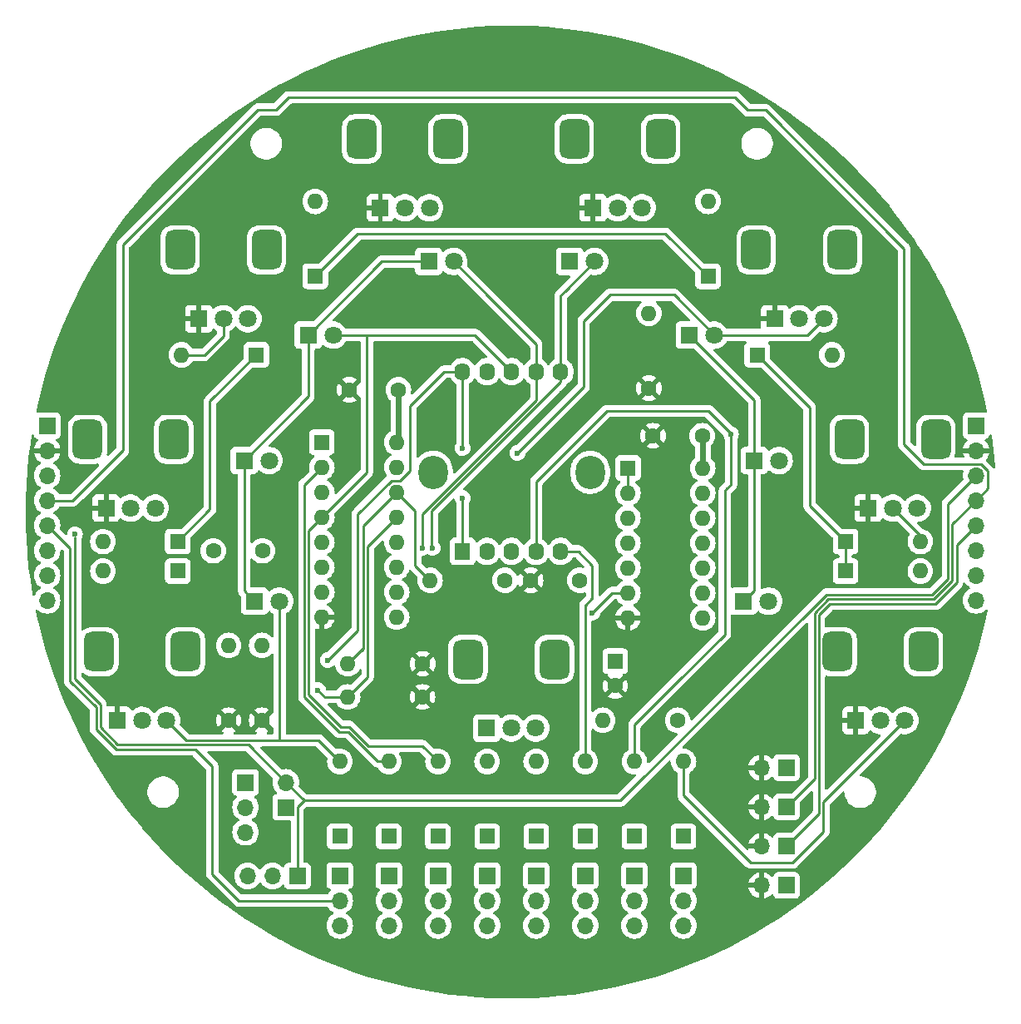
<source format=gbr>
%TF.GenerationSoftware,KiCad,Pcbnew,8.0.4*%
%TF.CreationDate,2024-08-23T11:40:29+01:00*%
%TF.ProjectId,Esp32EduModular-Baby8,45737033-3245-4647-954d-6f64756c6172,rev?*%
%TF.SameCoordinates,Original*%
%TF.FileFunction,Copper,L2,Bot*%
%TF.FilePolarity,Positive*%
%FSLAX46Y46*%
G04 Gerber Fmt 4.6, Leading zero omitted, Abs format (unit mm)*
G04 Created by KiCad (PCBNEW 8.0.4) date 2024-08-23 11:40:29*
%MOMM*%
%LPD*%
G01*
G04 APERTURE LIST*
G04 Aperture macros list*
%AMRoundRect*
0 Rectangle with rounded corners*
0 $1 Rounding radius*
0 $2 $3 $4 $5 $6 $7 $8 $9 X,Y pos of 4 corners*
0 Add a 4 corners polygon primitive as box body*
4,1,4,$2,$3,$4,$5,$6,$7,$8,$9,$2,$3,0*
0 Add four circle primitives for the rounded corners*
1,1,$1+$1,$2,$3*
1,1,$1+$1,$4,$5*
1,1,$1+$1,$6,$7*
1,1,$1+$1,$8,$9*
0 Add four rect primitives between the rounded corners*
20,1,$1+$1,$2,$3,$4,$5,0*
20,1,$1+$1,$4,$5,$6,$7,0*
20,1,$1+$1,$6,$7,$8,$9,0*
20,1,$1+$1,$8,$9,$2,$3,0*%
G04 Aperture macros list end*
%TA.AperFunction,ComponentPad*%
%ADD10C,1.600000*%
%TD*%
%TA.AperFunction,ComponentPad*%
%ADD11O,1.600000X1.600000*%
%TD*%
%TA.AperFunction,ComponentPad*%
%ADD12R,1.800000X1.800000*%
%TD*%
%TA.AperFunction,ComponentPad*%
%ADD13C,1.800000*%
%TD*%
%TA.AperFunction,ComponentPad*%
%ADD14R,1.700000X1.700000*%
%TD*%
%TA.AperFunction,ComponentPad*%
%ADD15O,1.700000X1.700000*%
%TD*%
%TA.AperFunction,ComponentPad*%
%ADD16R,1.600000X1.600000*%
%TD*%
%TA.AperFunction,ComponentPad*%
%ADD17RoundRect,0.750000X0.750000X-1.250000X0.750000X1.250000X-0.750000X1.250000X-0.750000X-1.250000X0*%
%TD*%
%TA.AperFunction,ComponentPad*%
%ADD18O,1.600000X1.800000*%
%TD*%
%TA.AperFunction,ComponentPad*%
%ADD19R,1.600000X1.800000*%
%TD*%
%TA.AperFunction,ComponentPad*%
%ADD20O,3.000000X3.400000*%
%TD*%
%TA.AperFunction,ViaPad*%
%ADD21C,0.600000*%
%TD*%
%TA.AperFunction,Conductor*%
%ADD22C,0.254000*%
%TD*%
%TA.AperFunction,Conductor*%
%ADD23C,0.600000*%
%TD*%
%TA.AperFunction,Conductor*%
%ADD24C,0.200000*%
%TD*%
G04 APERTURE END LIST*
D10*
%TO.P,R7,1*%
%TO.N,Net-(C5-Pad1)*%
X99314000Y-106934000D03*
D11*
%TO.P,R7,2*%
%TO.N,Net-(SW1-B)*%
X91694000Y-106934000D03*
%TD*%
D10*
%TO.P,C5,1*%
%TO.N,Net-(C5-Pad1)*%
X106934000Y-106934000D03*
%TO.P,C5,2*%
%TO.N,GND*%
X101934000Y-106934000D03*
%TD*%
D12*
%TO.P,D2,1,K*%
%TO.N,Net-(D1-K)*%
X72760000Y-94750000D03*
D13*
%TO.P,D2,2,A*%
%TO.N,Net-(D10-A)*%
X75300000Y-94750000D03*
%TD*%
D14*
%TO.P,SW7,1,A*%
%TO.N,Net-(D13-K)*%
X102500000Y-137000000D03*
D15*
%TO.P,SW7,2,B*%
%TO.N,/GATE_OUT*%
X102500000Y-139540000D03*
%TO.P,SW7,3*%
%TO.N,N/C*%
X102500000Y-142080000D03*
%TD*%
D16*
%TO.P,D17,1,K*%
%TO.N,/CV_OUT*%
X66000000Y-106000000D03*
D11*
%TO.P,D17,2,A*%
%TO.N,Net-(D17-A)*%
X58380000Y-106000000D03*
%TD*%
D12*
%TO.P,RV5,1,1*%
%TO.N,GND*%
X108290000Y-69020000D03*
D13*
%TO.P,RV5,2,2*%
%TO.N,Net-(D21-A)*%
X110790000Y-69020000D03*
%TO.P,RV5,3,3*%
%TO.N,Net-(D13-A)*%
X113290000Y-69020000D03*
D17*
%TO.P,RV5,MP*%
%TO.N,N/C*%
X106390000Y-62020000D03*
X115190000Y-62020000D03*
%TD*%
D16*
%TO.P,D21,1,K*%
%TO.N,/CV_OUT*%
X120000000Y-76000000D03*
D11*
%TO.P,D21,2,A*%
%TO.N,Net-(D21-A)*%
X120000000Y-68380000D03*
%TD*%
D16*
%TO.P,U2,1,Q5*%
%TO.N,Net-(D14-A)*%
X80670000Y-92900000D03*
D11*
%TO.P,U2,2,Q1*%
%TO.N,Net-(D10-A)*%
X80670000Y-95440000D03*
%TO.P,U2,3,Q0*%
%TO.N,Net-(D1-A)*%
X80670000Y-97980000D03*
%TO.P,U2,4,Q2*%
%TO.N,Net-(D11-A)*%
X80670000Y-100520000D03*
%TO.P,U2,5,Q6*%
%TO.N,Net-(D15-A)*%
X80670000Y-103060000D03*
%TO.P,U2,6,Q7*%
%TO.N,Net-(D16-A)*%
X80670000Y-105600000D03*
%TO.P,U2,7,Q3*%
%TO.N,Net-(D12-A)*%
X80670000Y-108140000D03*
%TO.P,U2,8,VSS*%
%TO.N,GND*%
X80670000Y-110680000D03*
%TO.P,U2,9,Q8*%
%TO.N,Net-(U2-Q8)*%
X88290000Y-110680000D03*
%TO.P,U2,10,Q4*%
%TO.N,Net-(D13-A)*%
X88290000Y-108140000D03*
%TO.P,U2,11,Q9*%
%TO.N,unconnected-(U2-Q9-Pad11)*%
X88290000Y-105600000D03*
%TO.P,U2,12,Cout*%
%TO.N,unconnected-(U2-Cout-Pad12)*%
X88290000Y-103060000D03*
%TO.P,U2,13,CKEN*%
%TO.N,Net-(J5-Pin_3)*%
X88290000Y-100520000D03*
%TO.P,U2,14,CLK*%
%TO.N,Net-(SW1-B)*%
X88290000Y-97980000D03*
%TO.P,U2,15,Reset*%
%TO.N,Net-(U2-Reset)*%
X88290000Y-95440000D03*
%TO.P,U2,16,VDD*%
%TO.N,VCC*%
X88290000Y-92900000D03*
%TD*%
D16*
%TO.P,D12,1,K*%
%TO.N,Net-(D12-K)*%
X97500000Y-133000000D03*
D11*
%TO.P,D12,2,A*%
%TO.N,Net-(D12-A)*%
X97500000Y-125380000D03*
%TD*%
D16*
%TO.P,U1,1*%
%TO.N,Net-(C2-Pad1)*%
X111840000Y-95520000D03*
D11*
%TO.P,U1,2*%
X111840000Y-98060000D03*
%TO.P,U1,3*%
%TO.N,Net-(J8-Pin_1)*%
X111840000Y-100600000D03*
%TO.P,U1,4*%
%TO.N,Net-(U1-Pad4)*%
X111840000Y-103140000D03*
%TO.P,U1,5*%
%TO.N,/GATE_OUT*%
X111840000Y-105680000D03*
%TO.P,U1,6*%
%TO.N,Net-(C5-Pad1)*%
X111840000Y-108220000D03*
%TO.P,U1,7,Vss*%
%TO.N,GND*%
X111840000Y-110760000D03*
%TO.P,U1,8*%
%TO.N,Net-(U1-Pad4)*%
X119460000Y-110760000D03*
%TO.P,U1,9*%
X119460000Y-108220000D03*
%TO.P,U1,10*%
%TO.N,/TRIG_OUT*%
X119460000Y-105680000D03*
%TO.P,U1,11*%
%TO.N,unconnected-(U1-Pad11)*%
X119460000Y-103140000D03*
%TO.P,U1,12*%
%TO.N,unconnected-(U1-Pad12)*%
X119460000Y-100600000D03*
%TO.P,U1,13*%
%TO.N,unconnected-(U1-Pad13)*%
X119460000Y-98060000D03*
%TO.P,U1,14,Vdd*%
%TO.N,VCC*%
X119460000Y-95520000D03*
%TD*%
D14*
%TO.P,SW10,1,A*%
%TO.N,Net-(D16-K)*%
X117500000Y-137000000D03*
D15*
%TO.P,SW10,2,B*%
%TO.N,/GATE_OUT*%
X117500000Y-139540000D03*
%TO.P,SW10,3*%
%TO.N,N/C*%
X117500000Y-142080000D03*
%TD*%
D12*
%TO.P,D8,1,K*%
%TO.N,Net-(D1-K)*%
X123630000Y-109060000D03*
D13*
%TO.P,D8,2,A*%
%TO.N,Net-(D16-A)*%
X126170000Y-109060000D03*
%TD*%
D16*
%TO.P,D14,1,K*%
%TO.N,Net-(D14-K)*%
X107500000Y-133000000D03*
D11*
%TO.P,D14,2,A*%
%TO.N,Net-(D14-A)*%
X107500000Y-125380000D03*
%TD*%
D14*
%TO.P,SW9,1,A*%
%TO.N,Net-(D15-K)*%
X112500000Y-137000000D03*
D15*
%TO.P,SW9,2,B*%
%TO.N,/GATE_OUT*%
X112500000Y-139540000D03*
%TO.P,SW9,3*%
%TO.N,N/C*%
X112500000Y-142080000D03*
%TD*%
D12*
%TO.P,D5,1,K*%
%TO.N,Net-(D1-K)*%
X105910000Y-74490000D03*
D13*
%TO.P,D5,2,A*%
%TO.N,Net-(D13-A)*%
X108450000Y-74490000D03*
%TD*%
D14*
%TO.P,SW6,1,A*%
%TO.N,Net-(D12-K)*%
X97500000Y-137000000D03*
D15*
%TO.P,SW6,2,B*%
%TO.N,/GATE_OUT*%
X97500000Y-139540000D03*
%TO.P,SW6,3*%
%TO.N,N/C*%
X97500000Y-142080000D03*
%TD*%
D16*
%TO.P,D23,1,K*%
%TO.N,/CV_OUT*%
X134000000Y-103000000D03*
D11*
%TO.P,D23,2,A*%
%TO.N,Net-(D23-A)*%
X141620000Y-103000000D03*
%TD*%
D14*
%TO.P,J7,1,Pin_1*%
%TO.N,VCC*%
X147300000Y-91200000D03*
D15*
%TO.P,J7,2,Pin_2*%
%TO.N,GND*%
X147300000Y-93740000D03*
%TO.P,J7,3,Pin_3*%
%TO.N,/CLK*%
X147300000Y-96280000D03*
%TO.P,J7,4,Pin_4*%
%TO.N,/TRIG_OUT*%
X147300000Y-98820000D03*
%TO.P,J7,5,Pin_5*%
%TO.N,/GATE_OUT*%
X147300000Y-101360000D03*
%TO.P,J7,6,Pin_6*%
%TO.N,/CV_OUT*%
X147300000Y-103900000D03*
%TO.P,J7,7,Pin_7*%
%TO.N,/E_RST_OUT*%
X147300000Y-106440000D03*
%TO.P,J7,8,Pin_8*%
%TO.N,/RTN*%
X147300000Y-108980000D03*
%TD*%
D14*
%TO.P,J6,1,Pin_1*%
%TO.N,VCC*%
X52700000Y-91200000D03*
D15*
%TO.P,J6,2,Pin_2*%
%TO.N,GND*%
X52700000Y-93740000D03*
%TO.P,J6,3,Pin_3*%
%TO.N,/CLK*%
X52700000Y-96280000D03*
%TO.P,J6,4,Pin_4*%
%TO.N,/TRIG_OUT*%
X52700000Y-98820000D03*
%TO.P,J6,5,Pin_5*%
%TO.N,/GATE_OUT*%
X52700000Y-101360000D03*
%TO.P,J6,6,Pin_6*%
%TO.N,/CV_OUT*%
X52700000Y-103900000D03*
%TO.P,J6,7,Pin_7*%
%TO.N,/E_RST_IN*%
X52700000Y-106440000D03*
%TO.P,J6,8,Pin_8*%
%TO.N,/RTN*%
X52700000Y-108980000D03*
%TD*%
D14*
%TO.P,SW8,1,A*%
%TO.N,Net-(D14-K)*%
X107500000Y-137000000D03*
D15*
%TO.P,SW8,2,B*%
%TO.N,/GATE_OUT*%
X107500000Y-139540000D03*
%TO.P,SW8,3*%
%TO.N,N/C*%
X107500000Y-142080000D03*
%TD*%
D10*
%TO.P,R6,1*%
%TO.N,Net-(J8-Pin_1)*%
X116900000Y-121190000D03*
D11*
%TO.P,R6,2*%
%TO.N,Net-(R6-Pad2)*%
X109280000Y-121190000D03*
%TD*%
D12*
%TO.P,D1,1,K*%
%TO.N,Net-(D1-K)*%
X73830000Y-109060000D03*
D13*
%TO.P,D1,2,A*%
%TO.N,Net-(D1-A)*%
X76370000Y-109060000D03*
%TD*%
D10*
%TO.P,C4,1*%
%TO.N,/E_RST_IN*%
X69620000Y-103930000D03*
%TO.P,C4,2*%
%TO.N,Net-(U2-Reset)*%
X74620000Y-103930000D03*
%TD*%
D16*
%TO.P,D16,1,K*%
%TO.N,Net-(D16-K)*%
X117500000Y-133000000D03*
D11*
%TO.P,D16,2,A*%
%TO.N,Net-(D16-A)*%
X117500000Y-125380000D03*
%TD*%
D12*
%TO.P,RV6,1,1*%
%TO.N,GND*%
X86630000Y-69020000D03*
D13*
%TO.P,RV6,2,2*%
%TO.N,Net-(D20-A)*%
X89130000Y-69020000D03*
%TO.P,RV6,3,3*%
%TO.N,Net-(D12-A)*%
X91630000Y-69020000D03*
D17*
%TO.P,RV6,MP*%
%TO.N,N/C*%
X84730000Y-62020000D03*
X93530000Y-62020000D03*
%TD*%
D12*
%TO.P,RV7,1,1*%
%TO.N,GND*%
X68140000Y-80310000D03*
D13*
%TO.P,RV7,2,2*%
%TO.N,Net-(D19-A)*%
X70640000Y-80310000D03*
%TO.P,RV7,3,3*%
%TO.N,Net-(D11-A)*%
X73140000Y-80310000D03*
D17*
%TO.P,RV7,MP*%
%TO.N,N/C*%
X66240000Y-73310000D03*
X75040000Y-73310000D03*
%TD*%
D14*
%TO.P,SW4,1,A*%
%TO.N,Net-(D10-K)*%
X87500000Y-137000000D03*
D15*
%TO.P,SW4,2,B*%
%TO.N,/GATE_OUT*%
X87500000Y-139540000D03*
%TO.P,SW4,3*%
%TO.N,N/C*%
X87500000Y-142080000D03*
%TD*%
D16*
%TO.P,D15,1,K*%
%TO.N,Net-(D15-K)*%
X112500000Y-133000000D03*
D11*
%TO.P,D15,2,A*%
%TO.N,Net-(D15-A)*%
X112500000Y-125380000D03*
%TD*%
D16*
%TO.P,D10,1,K*%
%TO.N,Net-(D10-K)*%
X87500000Y-133000000D03*
D11*
%TO.P,D10,2,A*%
%TO.N,Net-(D10-A)*%
X87500000Y-125380000D03*
%TD*%
D16*
%TO.P,D24,1,K*%
%TO.N,/CV_OUT*%
X134000000Y-106000000D03*
D11*
%TO.P,D24,2,A*%
%TO.N,Net-(D24-A)*%
X141620000Y-106000000D03*
%TD*%
D16*
%TO.P,D22,1,K*%
%TO.N,/CV_OUT*%
X125000000Y-84000000D03*
D11*
%TO.P,D22,2,A*%
%TO.N,Net-(D22-A)*%
X132620000Y-84000000D03*
%TD*%
D16*
%TO.P,D13,1,K*%
%TO.N,Net-(D13-K)*%
X102500000Y-133000000D03*
D11*
%TO.P,D13,2,A*%
%TO.N,Net-(D13-A)*%
X102500000Y-125380000D03*
%TD*%
D14*
%TO.P,J8,1,Pin_1*%
%TO.N,Net-(J8-Pin_1)*%
X77000000Y-130048000D03*
D15*
%TO.P,J8,2,Pin_2*%
%TO.N,/CLK*%
X77000000Y-127508000D03*
%TD*%
D12*
%TO.P,D3,1,K*%
%TO.N,Net-(D1-K)*%
X79300000Y-81980000D03*
D13*
%TO.P,D3,2,A*%
%TO.N,Net-(D11-A)*%
X81840000Y-81980000D03*
%TD*%
D10*
%TO.P,C3,1*%
%TO.N,VCC*%
X119400000Y-92230000D03*
%TO.P,C3,2*%
%TO.N,GND*%
X114400000Y-92230000D03*
%TD*%
%TO.P,R3,1*%
%TO.N,GND*%
X90920000Y-118810000D03*
D11*
%TO.P,R3,2*%
%TO.N,Net-(J5-Pin_3)*%
X83300000Y-118810000D03*
%TD*%
D12*
%TO.P,RV1,1,1*%
%TO.N,Net-(C2-Pad1)*%
X97460000Y-121980000D03*
D13*
%TO.P,RV1,2,2*%
X99960000Y-121980000D03*
%TO.P,RV1,3,3*%
%TO.N,Net-(R6-Pad2)*%
X102460000Y-121980000D03*
D17*
%TO.P,RV1,MP*%
%TO.N,N/C*%
X95560000Y-114980000D03*
X104360000Y-114980000D03*
%TD*%
D14*
%TO.P,SW5,1,A*%
%TO.N,Net-(D11-K)*%
X92500000Y-137000000D03*
D15*
%TO.P,SW5,2,B*%
%TO.N,/GATE_OUT*%
X92500000Y-139540000D03*
%TO.P,SW5,3*%
%TO.N,N/C*%
X92500000Y-142080000D03*
%TD*%
D10*
%TO.P,R1,1*%
%TO.N,GND*%
X113970000Y-87390000D03*
D11*
%TO.P,R1,2*%
%TO.N,Net-(D1-K)*%
X113970000Y-79770000D03*
%TD*%
D12*
%TO.P,D4,1,K*%
%TO.N,Net-(D1-K)*%
X91550000Y-74490000D03*
D13*
%TO.P,D4,2,A*%
%TO.N,Net-(D12-A)*%
X94090000Y-74490000D03*
%TD*%
D12*
%TO.P,D6,1,K*%
%TO.N,Net-(D1-K)*%
X118100000Y-81980000D03*
D13*
%TO.P,D6,2,A*%
%TO.N,Net-(D14-A)*%
X120640000Y-81980000D03*
%TD*%
D10*
%TO.P,C1,1*%
%TO.N,VCC*%
X88470000Y-87560000D03*
%TO.P,C1,2*%
%TO.N,GND*%
X83470000Y-87560000D03*
%TD*%
D16*
%TO.P,C2,1*%
%TO.N,Net-(C2-Pad1)*%
X110550000Y-115174888D03*
D10*
%TO.P,C2,2*%
%TO.N,GND*%
X110550000Y-117674888D03*
%TD*%
%TO.P,R4,1*%
%TO.N,GND*%
X74550000Y-121190000D03*
D11*
%TO.P,R4,2*%
%TO.N,Net-(U2-Reset)*%
X74550000Y-113570000D03*
%TD*%
D12*
%TO.P,RV4,1,1*%
%TO.N,GND*%
X126800000Y-80310000D03*
D13*
%TO.P,RV4,2,2*%
%TO.N,Net-(D22-A)*%
X129300000Y-80310000D03*
%TO.P,RV4,3,3*%
%TO.N,Net-(D14-A)*%
X131800000Y-80310000D03*
D17*
%TO.P,RV4,MP*%
%TO.N,N/C*%
X124900000Y-73310000D03*
X133700000Y-73310000D03*
%TD*%
D12*
%TO.P,D7,1,K*%
%TO.N,Net-(D1-K)*%
X124700000Y-94750000D03*
D13*
%TO.P,D7,2,A*%
%TO.N,Net-(D15-A)*%
X127240000Y-94750000D03*
%TD*%
D10*
%TO.P,R2,1*%
%TO.N,GND*%
X90940000Y-115440000D03*
D11*
%TO.P,R2,2*%
%TO.N,Net-(SW1-B)*%
X83320000Y-115440000D03*
%TD*%
D14*
%TO.P,J5,1,Pin_1*%
%TO.N,/E_RST_IN*%
X72898000Y-127508000D03*
D15*
%TO.P,J5,2,Pin_2*%
%TO.N,/E_RST_OUT*%
X72898000Y-130048000D03*
%TO.P,J5,3,Pin_3*%
%TO.N,Net-(J5-Pin_3)*%
X72898000Y-132588000D03*
%TD*%
D14*
%TO.P,J4,1,Pin_1*%
%TO.N,/GATE_OUT*%
X128000000Y-134000000D03*
D15*
%TO.P,J4,2,Pin_2*%
%TO.N,GND*%
X125460000Y-134000000D03*
%TD*%
D16*
%TO.P,D11,1,K*%
%TO.N,Net-(D11-K)*%
X92500000Y-133000000D03*
D11*
%TO.P,D11,2,A*%
%TO.N,Net-(D11-A)*%
X92500000Y-125380000D03*
%TD*%
D14*
%TO.P,J1,1,Pin_1*%
%TO.N,/TRIG_OUT*%
X128000000Y-130000000D03*
D15*
%TO.P,J1,2,Pin_2*%
%TO.N,GND*%
X125460000Y-130000000D03*
%TD*%
D14*
%TO.P,SW3,1,A*%
%TO.N,Net-(D9-K)*%
X82500000Y-137000000D03*
D15*
%TO.P,SW3,2,B*%
%TO.N,/GATE_OUT*%
X82500000Y-139540000D03*
%TO.P,SW3,3*%
%TO.N,N/C*%
X82500000Y-142080000D03*
%TD*%
D16*
%TO.P,D9,1,K*%
%TO.N,Net-(D9-K)*%
X82500000Y-133000000D03*
D11*
%TO.P,D9,2,A*%
%TO.N,Net-(D1-A)*%
X82500000Y-125380000D03*
%TD*%
D14*
%TO.P,SW1,1,A*%
%TO.N,/CLK*%
X78185000Y-137030000D03*
D15*
%TO.P,SW1,2,B*%
%TO.N,Net-(SW1-B)*%
X75645000Y-137030000D03*
%TO.P,SW1,3*%
%TO.N,N/C*%
X73105000Y-137030000D03*
%TD*%
D12*
%TO.P,RV3,1,1*%
%TO.N,GND*%
X136300000Y-99590000D03*
D13*
%TO.P,RV3,2,2*%
%TO.N,Net-(D23-A)*%
X138800000Y-99590000D03*
%TO.P,RV3,3,3*%
%TO.N,Net-(D15-A)*%
X141300000Y-99590000D03*
D17*
%TO.P,RV3,MP*%
%TO.N,N/C*%
X134400000Y-92590000D03*
X143200000Y-92590000D03*
%TD*%
D12*
%TO.P,RV8,1,1*%
%TO.N,GND*%
X58700000Y-99590000D03*
D13*
%TO.P,RV8,2,2*%
%TO.N,Net-(D18-A)*%
X61200000Y-99590000D03*
%TO.P,RV8,3,3*%
%TO.N,Net-(D10-A)*%
X63700000Y-99590000D03*
D17*
%TO.P,RV8,MP*%
%TO.N,N/C*%
X56800000Y-92590000D03*
X65600000Y-92590000D03*
%TD*%
D12*
%TO.P,RV2,1,1*%
%TO.N,GND*%
X135050000Y-121200000D03*
D13*
%TO.P,RV2,2,2*%
%TO.N,Net-(D24-A)*%
X137550000Y-121200000D03*
%TO.P,RV2,3,3*%
%TO.N,Net-(D16-A)*%
X140050000Y-121200000D03*
D17*
%TO.P,RV2,MP*%
%TO.N,N/C*%
X133150000Y-114200000D03*
X141950000Y-114200000D03*
%TD*%
D10*
%TO.P,R5,1*%
%TO.N,GND*%
X71180000Y-121190000D03*
D11*
%TO.P,R5,2*%
%TO.N,/E_RST_IN*%
X71180000Y-113570000D03*
%TD*%
D16*
%TO.P,D20,1,K*%
%TO.N,/CV_OUT*%
X80000000Y-76000000D03*
D11*
%TO.P,D20,2,A*%
%TO.N,Net-(D20-A)*%
X80000000Y-68380000D03*
%TD*%
D16*
%TO.P,D19,1,K*%
%TO.N,/CV_OUT*%
X74000000Y-84000000D03*
D11*
%TO.P,D19,2,A*%
%TO.N,Net-(D19-A)*%
X66380000Y-84000000D03*
%TD*%
D14*
%TO.P,J2,1,Pin_1*%
%TO.N,/CV_OUT*%
X128000000Y-138000000D03*
D15*
%TO.P,J2,2,Pin_2*%
%TO.N,GND*%
X125460000Y-138000000D03*
%TD*%
D12*
%TO.P,RV9,1,1*%
%TO.N,GND*%
X59870000Y-121200000D03*
D13*
%TO.P,RV9,2,2*%
%TO.N,Net-(D17-A)*%
X62370000Y-121200000D03*
%TO.P,RV9,3,3*%
%TO.N,Net-(D1-A)*%
X64870000Y-121200000D03*
D17*
%TO.P,RV9,MP*%
%TO.N,N/C*%
X57970000Y-114200000D03*
X66770000Y-114200000D03*
%TD*%
D18*
%TO.P,SW2,1*%
%TO.N,Net-(D10-A)*%
X97500000Y-85700000D03*
%TO.P,SW2,2*%
%TO.N,Net-(D11-A)*%
X100000000Y-85700000D03*
%TO.P,SW2,3*%
%TO.N,Net-(D12-A)*%
X102500000Y-85700000D03*
%TO.P,SW2,4*%
%TO.N,Net-(D13-A)*%
X105000000Y-85700000D03*
%TO.P,SW2,5*%
%TO.N,Net-(D14-A)*%
X105000000Y-104000000D03*
%TO.P,SW2,6*%
%TO.N,Net-(D15-A)*%
X102500000Y-104000000D03*
%TO.P,SW2,7*%
%TO.N,Net-(D16-A)*%
X100000000Y-104000000D03*
%TO.P,SW2,8*%
%TO.N,Net-(U2-Q8)*%
X97500000Y-104000000D03*
D19*
%TO.P,SW2,9*%
%TO.N,/E_RST_OUT*%
X95000000Y-104000000D03*
D18*
X95000000Y-85700000D03*
D20*
%TO.P,SW2,SH*%
%TO.N,N/C*%
X92000000Y-95950000D03*
X108000000Y-95950000D03*
%TD*%
D16*
%TO.P,D18,1,K*%
%TO.N,/CV_OUT*%
X66000000Y-103000000D03*
D11*
%TO.P,D18,2,A*%
%TO.N,Net-(D18-A)*%
X58380000Y-103000000D03*
%TD*%
D14*
%TO.P,J3,1,Pin_1*%
%TO.N,VCC*%
X128000000Y-126000000D03*
D15*
%TO.P,J3,2,Pin_2*%
%TO.N,GND*%
X125460000Y-126000000D03*
%TD*%
D21*
%TO.N,Net-(C5-Pad1)*%
X108204000Y-110236000D03*
%TO.N,Net-(D13-A)*%
X91948000Y-103632000D03*
%TO.N,GND*%
X68120000Y-131170000D03*
X117856000Y-118618000D03*
X77860000Y-92870000D03*
X93726000Y-99568000D03*
X84990000Y-142110000D03*
X71930000Y-66450000D03*
X61500000Y-125380000D03*
X100110000Y-126870000D03*
X85100000Y-131250000D03*
X68540000Y-63280000D03*
X137760000Y-102470000D03*
X83566000Y-99314000D03*
X106172000Y-80772000D03*
X106426000Y-99314000D03*
X83280000Y-80380000D03*
X137790000Y-106050000D03*
X92456000Y-92964000D03*
X100000000Y-142230000D03*
X144630000Y-110970000D03*
X76740000Y-133890000D03*
X120200000Y-79120000D03*
X59150000Y-109660000D03*
X77720000Y-96270000D03*
X123260000Y-90790000D03*
X96270000Y-79280000D03*
X123190000Y-105664000D03*
X144630000Y-96490000D03*
X58080000Y-117520000D03*
X63620000Y-96210000D03*
X127610000Y-98210000D03*
X86400000Y-79170000D03*
X71710000Y-76550000D03*
X117094000Y-95758000D03*
X144170000Y-84270000D03*
X62300000Y-82750000D03*
X103886000Y-120396000D03*
X98552000Y-88646000D03*
X100040000Y-74180000D03*
X133779000Y-86470000D03*
X143330000Y-105960000D03*
X100140000Y-130610000D03*
X83058000Y-106172000D03*
X88392000Y-83820000D03*
X64250000Y-110880000D03*
X119888000Y-118618000D03*
X127500000Y-90810000D03*
X85660000Y-73160000D03*
X118364000Y-113030000D03*
X108490000Y-147230000D03*
X110410000Y-123190000D03*
X53594000Y-114300000D03*
X75438000Y-124460000D03*
X99890000Y-137080000D03*
X115062000Y-100838000D03*
X127950000Y-106630000D03*
X121240000Y-93320000D03*
X127910000Y-67840000D03*
X86360000Y-93472000D03*
X134110000Y-118280000D03*
X110730000Y-65590000D03*
X86430000Y-121180000D03*
X114400000Y-137120000D03*
X121920000Y-134810000D03*
X99830000Y-53580000D03*
X93218000Y-88138000D03*
X101370000Y-79100000D03*
X103632000Y-99314000D03*
X85100000Y-137290000D03*
X82970000Y-69640000D03*
X90380000Y-146830000D03*
X132990000Y-64630000D03*
X114620000Y-123190000D03*
X119380000Y-123444000D03*
X69020000Y-106710000D03*
X71120000Y-124968000D03*
X63550000Y-87650000D03*
X99830000Y-59710000D03*
X140220000Y-125910000D03*
X85060000Y-127290000D03*
X97028000Y-99314000D03*
X70960000Y-96670000D03*
X86490000Y-106172000D03*
X112650000Y-130110000D03*
X113950000Y-74320000D03*
X83312000Y-93472000D03*
X54102000Y-107696000D03*
X90424000Y-87122000D03*
X125230000Y-86570000D03*
X132970000Y-132150000D03*
X70930000Y-100700000D03*
X70612000Y-133570000D03*
X56100000Y-82700000D03*
X106934000Y-90932000D03*
X105156000Y-87884000D03*
X115050000Y-142140000D03*
X73850000Y-88290000D03*
X144640000Y-118460000D03*
%TO.N,Net-(D12-A)*%
X90932000Y-103632000D03*
%TO.N,Net-(D14-A)*%
X100584000Y-93980000D03*
%TO.N,Net-(D15-A)*%
X122330000Y-92060000D03*
%TO.N,/E_RST_OUT*%
X81280000Y-115062000D03*
X94996000Y-98552000D03*
X94996000Y-93472000D03*
%TO.N,/CLK*%
X55530000Y-102260000D03*
%TO.N,Net-(J5-Pin_3)*%
X80264000Y-118110000D03*
%TD*%
D22*
%TO.N,Net-(D16-A)*%
X134943000Y-126307000D02*
X131748000Y-129502000D01*
X131748000Y-132512000D02*
X131748000Y-130302000D01*
X134943000Y-126307000D02*
X140050000Y-121200000D01*
X131748000Y-129502000D02*
X131748000Y-130302000D01*
%TO.N,Net-(D14-A)*%
X130130000Y-81980000D02*
X131800000Y-80310000D01*
X120640000Y-81980000D02*
X130130000Y-81980000D01*
%TO.N,Net-(D1-A)*%
X76370000Y-123146000D02*
X76454000Y-123230000D01*
X76370000Y-109060000D02*
X76370000Y-123146000D01*
X76454000Y-123230000D02*
X80340000Y-123230000D01*
X67564000Y-123230000D02*
X76454000Y-123230000D01*
X66900000Y-123230000D02*
X67564000Y-123230000D01*
X64870000Y-121200000D02*
X66900000Y-123230000D01*
%TO.N,Net-(C5-Pad1)*%
X111840000Y-108220000D02*
X110220000Y-108220000D01*
X110220000Y-108220000D02*
X108204000Y-110236000D01*
%TO.N,Net-(SW1-B)*%
X90170000Y-105410000D02*
X91694000Y-106934000D01*
X88290000Y-97980000D02*
X90170000Y-99860000D01*
X90170000Y-99860000D02*
X90170000Y-105410000D01*
%TO.N,Net-(D13-A)*%
X105000000Y-86770000D02*
X105000000Y-85700000D01*
X91865000Y-99905000D02*
X105000000Y-86770000D01*
X91865000Y-103549000D02*
X91865000Y-99905000D01*
X91948000Y-103632000D02*
X91865000Y-103549000D01*
X91948000Y-103632000D02*
X91865000Y-103715000D01*
%TO.N,Net-(D14-A)*%
X108204000Y-105410000D02*
X108204000Y-108770000D01*
X107500000Y-125380000D02*
X107500000Y-109474000D01*
X108204000Y-108770000D02*
X107500000Y-109474000D01*
X106794000Y-104000000D02*
X108204000Y-105410000D01*
X105000000Y-104000000D02*
X106794000Y-104000000D01*
D23*
%TO.N,VCC*%
X88470000Y-92720000D02*
X88290000Y-92900000D01*
X88470000Y-87560000D02*
X88470000Y-92720000D01*
X119460000Y-95520000D02*
X119460000Y-92290000D01*
D22*
%TO.N,Net-(C2-Pad1)*%
X111840000Y-95520000D02*
X111840000Y-98060000D01*
%TO.N,Net-(D1-A)*%
X82395000Y-125275000D02*
X82385000Y-125275000D01*
X82385000Y-125275000D02*
X80340000Y-123230000D01*
X82500000Y-125380000D02*
X82395000Y-125275000D01*
%TO.N,Net-(D1-K)*%
X124700000Y-94750000D02*
X124700000Y-88580000D01*
X79300000Y-88210000D02*
X72760000Y-94750000D01*
X124700000Y-94750000D02*
X124700000Y-107990000D01*
X79300000Y-81980000D02*
X79300000Y-88210000D01*
X72760000Y-94750000D02*
X72760000Y-107990000D01*
X124700000Y-88580000D02*
X118100000Y-81980000D01*
X79300000Y-81980000D02*
X86790000Y-74490000D01*
X86790000Y-74490000D02*
X91550000Y-74490000D01*
X124700000Y-107990000D02*
X123630000Y-109060000D01*
X72760000Y-107990000D02*
X73830000Y-109060000D01*
%TO.N,Net-(D10-A)*%
X86368630Y-125380000D02*
X87500000Y-125380000D01*
X80670000Y-95440000D02*
X78881000Y-97229000D01*
X82420685Y-122360685D02*
X83349315Y-122360685D01*
X78881000Y-97229000D02*
X78881000Y-118821000D01*
X83349315Y-122360685D02*
X86368630Y-125380000D01*
X78881000Y-118821000D02*
X82420685Y-122360685D01*
%TO.N,Net-(D11-A)*%
X85344000Y-81980000D02*
X96280000Y-81980000D01*
X82630000Y-121860000D02*
X83490682Y-121860000D01*
X80670000Y-100520000D02*
X85261000Y-95929000D01*
X83490682Y-121860000D02*
X85445341Y-123814659D01*
X96280000Y-81980000D02*
X100000000Y-85700000D01*
X85261000Y-95929000D02*
X85261000Y-82063000D01*
X81840000Y-81980000D02*
X85344000Y-81980000D01*
X79335000Y-101855000D02*
X79335000Y-118565000D01*
X80670000Y-100520000D02*
X79335000Y-101855000D01*
X85261000Y-82063000D02*
X85344000Y-81980000D01*
X90934659Y-123814659D02*
X92500000Y-125380000D01*
X85445341Y-123814659D02*
X90934659Y-123814659D01*
X79335000Y-118565000D02*
X82630000Y-121860000D01*
%TO.N,Net-(D12-A)*%
X102500000Y-82930000D02*
X102500000Y-85700000D01*
X90932000Y-103632000D02*
X90932000Y-100195946D01*
X102500000Y-88627947D02*
X91880973Y-99246973D01*
X90932000Y-100195946D02*
X91880973Y-99246973D01*
X97880000Y-78280000D02*
X97880000Y-78310000D01*
X94090000Y-74490000D02*
X97880000Y-78280000D01*
X97880000Y-78310000D02*
X102500000Y-82930000D01*
X102500000Y-85700000D02*
X102500000Y-88627947D01*
%TO.N,Net-(D13-A)*%
X105440000Y-77500000D02*
X108450000Y-74490000D01*
X105440000Y-77500000D02*
X105000000Y-77940000D01*
X105000000Y-77940000D02*
X105000000Y-85700000D01*
%TO.N,Net-(D14-A)*%
X107340000Y-87224000D02*
X100584000Y-93980000D01*
X107340000Y-80540000D02*
X107340000Y-87224000D01*
X110008974Y-77871026D02*
X107340000Y-80540000D01*
X116531026Y-77871026D02*
X110008974Y-77871026D01*
X120640000Y-81980000D02*
X116531026Y-77871026D01*
%TO.N,Net-(D15-A)*%
X112500000Y-125380000D02*
X112500000Y-122120000D01*
X116828356Y-117318356D02*
X112500000Y-121646712D01*
X116828356Y-117318356D02*
X121703000Y-112443712D01*
X122330000Y-92020000D02*
X120020000Y-89710000D01*
X122330000Y-97200000D02*
X121920000Y-97610000D01*
X112500000Y-121646712D02*
X112500000Y-122120000D01*
X122330000Y-92060000D02*
X122330000Y-97200000D01*
X120020000Y-89710000D02*
X109680000Y-89710000D01*
X122330000Y-92060000D02*
X122330000Y-92020000D01*
X102500000Y-96890000D02*
X102500000Y-104000000D01*
X109680000Y-89710000D02*
X102500000Y-96890000D01*
X121703000Y-112443712D02*
X121703000Y-97827000D01*
X121703000Y-97827000D02*
X121920000Y-97610000D01*
%TO.N,Net-(D16-A)*%
X117500000Y-128810000D02*
X124350000Y-135660000D01*
X128600000Y-135660000D02*
X131748000Y-132512000D01*
X117500000Y-125380000D02*
X117500000Y-128810000D01*
X124350000Y-135660000D02*
X128600000Y-135660000D01*
%TO.N,/CV_OUT*%
X69270000Y-99730000D02*
X66000000Y-103000000D01*
X115665000Y-71665000D02*
X120000000Y-76000000D01*
X74000000Y-84000000D02*
X73972232Y-84000000D01*
X130345000Y-89345000D02*
X130345000Y-99345000D01*
X134000000Y-103000000D02*
X134000000Y-106000000D01*
X80000000Y-76000000D02*
X84335000Y-71665000D01*
X69270000Y-88730000D02*
X69270000Y-99730000D01*
X130345000Y-99345000D02*
X134000000Y-103000000D01*
X84335000Y-71665000D02*
X115665000Y-71665000D01*
X125000000Y-84000000D02*
X130345000Y-89345000D01*
X74000000Y-84000000D02*
X69270000Y-88730000D01*
%TO.N,Net-(D19-A)*%
X68690000Y-84000000D02*
X66380000Y-84000000D01*
X70640000Y-80310000D02*
X70640000Y-82050000D01*
X70640000Y-82050000D02*
X68690000Y-84000000D01*
%TO.N,Net-(D23-A)*%
X138800000Y-99590000D02*
X141620000Y-102410000D01*
X141620000Y-102410000D02*
X141620000Y-103000000D01*
%TO.N,/TRIG_OUT*%
X148520000Y-95830000D02*
X147793000Y-95103000D01*
X144876000Y-101244000D02*
X144876000Y-106956052D01*
X130840000Y-127160000D02*
X128000000Y-130000000D01*
X60410000Y-72777826D02*
X60410000Y-93690000D01*
X124038173Y-59095827D02*
X122732347Y-57790000D01*
X122732347Y-57790000D02*
X77267653Y-57790000D01*
X76037826Y-59019826D02*
X74168000Y-59019826D01*
X148520000Y-97600000D02*
X148520000Y-95830000D01*
X142978053Y-108854000D02*
X132246000Y-108854000D01*
X147300000Y-98820000D02*
X144876000Y-101244000D01*
X139961173Y-73159173D02*
X125897827Y-59095827D01*
X147793000Y-95103000D02*
X141964173Y-95103000D01*
X144876000Y-106956052D02*
X143244000Y-108588053D01*
X130840000Y-110260000D02*
X130840000Y-127160000D01*
X74168000Y-59019826D02*
X60410000Y-72777826D01*
X143244000Y-108588053D02*
X142978053Y-108854000D01*
X147300000Y-98820000D02*
X148520000Y-97600000D01*
X60410000Y-93690000D02*
X55280000Y-98820000D01*
X55280000Y-98820000D02*
X52700000Y-98820000D01*
X139961173Y-93100000D02*
X139961173Y-73159173D01*
X141964173Y-95103000D02*
X139961173Y-93100000D01*
X132246000Y-108854000D02*
X130840000Y-110260000D01*
X76164826Y-58892826D02*
X76037826Y-59019826D01*
X77267653Y-57790000D02*
X76164826Y-58892826D01*
X125897827Y-59095827D02*
X124038173Y-59095827D01*
%TO.N,Net-(SW1-B)*%
X84862000Y-101408000D02*
X84862000Y-113898000D01*
X83320000Y-115440000D02*
X84889000Y-113871000D01*
X84862000Y-113898000D02*
X83320000Y-115440000D01*
X88290000Y-97980000D02*
X84862000Y-101408000D01*
%TO.N,/GATE_OUT*%
X69505000Y-125875000D02*
X69505000Y-136825000D01*
X52700000Y-101360000D02*
X55050000Y-103710000D01*
X132402052Y-109340000D02*
X131294000Y-110448052D01*
X59711948Y-124138000D02*
X67768000Y-124138000D01*
X131294000Y-110448052D02*
X131294000Y-130706000D01*
X145330000Y-107180000D02*
X143170000Y-109340000D01*
X67768000Y-124138000D02*
X69505000Y-125875000D01*
X72220000Y-139540000D02*
X82500000Y-139540000D01*
X131294000Y-130706000D02*
X128000000Y-134000000D01*
X55050000Y-103710000D02*
X55050000Y-117240000D01*
X145330000Y-103330000D02*
X145330000Y-107180000D01*
X59476974Y-123903026D02*
X59711948Y-124138000D01*
X57679000Y-122105053D02*
X59476974Y-123903026D01*
X143170000Y-109340000D02*
X132402052Y-109340000D01*
X69505000Y-136825000D02*
X72220000Y-139540000D01*
X55050000Y-117240000D02*
X57679000Y-119869000D01*
X57679000Y-119869000D02*
X57679000Y-122105053D01*
X147300000Y-101360000D02*
X145330000Y-103330000D01*
%TO.N,/E_RST_OUT*%
X95000000Y-93468000D02*
X95000000Y-85700000D01*
D24*
X94996000Y-98552000D02*
X95000000Y-98556000D01*
D22*
X81280000Y-115062000D02*
X84328000Y-112014000D01*
X95000000Y-104000000D02*
X94996000Y-98552000D01*
X84328000Y-100200712D02*
X87754712Y-96774000D01*
X89662000Y-89154000D02*
X93116000Y-85700000D01*
X87754712Y-96774000D02*
X88646000Y-96774000D01*
X84328000Y-112014000D02*
X84328000Y-100200712D01*
X93116000Y-85700000D02*
X95000000Y-85700000D01*
D24*
X94996000Y-93472000D02*
X95000000Y-93468000D01*
D22*
X88646000Y-96774000D02*
X89662000Y-95758000D01*
X89662000Y-95758000D02*
X89662000Y-89154000D01*
%TO.N,/CLK*%
X78185000Y-130012500D02*
X78185000Y-137030000D01*
X142790000Y-108400000D02*
X144410000Y-106780000D01*
X55550000Y-116970000D02*
X58133000Y-119553000D01*
X132017500Y-108400000D02*
X142790000Y-108400000D01*
X58133000Y-119553000D02*
X58133000Y-121917000D01*
X78844750Y-129352750D02*
X77000000Y-127508000D01*
X58133000Y-121917000D02*
X59848000Y-123632000D01*
X55550000Y-102545470D02*
X55550000Y-116970000D01*
X111064750Y-129352750D02*
X132017500Y-108400000D01*
X73176000Y-123684000D02*
X77000000Y-127508000D01*
X59848000Y-123632000D02*
X60062000Y-123632000D01*
X60114000Y-123684000D02*
X73176000Y-123684000D01*
X144410000Y-106780000D02*
X144410000Y-99170000D01*
X78844750Y-129352750D02*
X78185000Y-130012500D01*
X60062000Y-123632000D02*
X60114000Y-123684000D01*
X144410000Y-99170000D02*
X147300000Y-96280000D01*
X111064750Y-129352750D02*
X78844750Y-129352750D01*
%TO.N,Net-(J5-Pin_3)*%
X85343000Y-103467000D02*
X85343000Y-116767000D01*
X80964000Y-118810000D02*
X80264000Y-118110000D01*
X84926000Y-117184000D02*
X83300000Y-118810000D01*
X85316000Y-116794000D02*
X84926000Y-117184000D01*
X88290000Y-100520000D02*
X85343000Y-103467000D01*
X83300000Y-118810000D02*
X80964000Y-118810000D01*
X84926000Y-117184000D02*
X85343000Y-116767000D01*
X85343000Y-116767000D02*
X83300000Y-118810000D01*
%TD*%
%TA.AperFunction,Conductor*%
%TO.N,GND*%
G36*
X54260862Y-103808727D02*
G01*
X54267340Y-103814759D01*
X54386181Y-103933600D01*
X54419666Y-103994923D01*
X54422500Y-104021281D01*
X54422500Y-117301807D01*
X54446612Y-117423028D01*
X54446613Y-117423032D01*
X54446614Y-117423035D01*
X54470721Y-117481232D01*
X54493913Y-117537226D01*
X54493920Y-117537238D01*
X54518073Y-117573385D01*
X54518073Y-117573386D01*
X54562585Y-117640003D01*
X54562591Y-117640011D01*
X57015181Y-120092600D01*
X57048666Y-120153923D01*
X57051500Y-120180281D01*
X57051500Y-122166856D01*
X57051500Y-122166858D01*
X57051499Y-122166858D01*
X57075613Y-122288082D01*
X57075616Y-122288092D01*
X57122914Y-122402281D01*
X57122915Y-122402282D01*
X57122917Y-122402286D01*
X57132576Y-122416741D01*
X57157413Y-122453912D01*
X57157413Y-122453913D01*
X57191590Y-122505063D01*
X57191593Y-122505066D01*
X58989563Y-124303034D01*
X59311936Y-124625408D01*
X59311940Y-124625411D01*
X59414708Y-124694079D01*
X59414721Y-124694086D01*
X59528908Y-124741383D01*
X59528913Y-124741385D01*
X59528917Y-124741385D01*
X59528918Y-124741386D01*
X59650141Y-124765500D01*
X59650144Y-124765500D01*
X59650145Y-124765500D01*
X67456719Y-124765500D01*
X67523758Y-124785185D01*
X67544400Y-124801819D01*
X68841181Y-126098600D01*
X68874666Y-126159923D01*
X68877500Y-126186281D01*
X68877500Y-136886807D01*
X68901612Y-137008027D01*
X68901614Y-137008035D01*
X68935062Y-137088785D01*
X68948916Y-137122231D01*
X68948917Y-137122234D01*
X68953127Y-137128533D01*
X68953130Y-137128543D01*
X68953132Y-137128542D01*
X69017585Y-137225003D01*
X69017591Y-137225011D01*
X71732589Y-139940008D01*
X71796236Y-140003655D01*
X71819994Y-140027413D01*
X71819996Y-140027414D01*
X71922756Y-140096076D01*
X71922758Y-140096077D01*
X71922767Y-140096083D01*
X71947772Y-140106440D01*
X71970071Y-140115677D01*
X72012254Y-140133149D01*
X72036966Y-140143386D01*
X72158192Y-140167499D01*
X72158196Y-140167500D01*
X72158197Y-140167500D01*
X72281803Y-140167500D01*
X81226173Y-140167500D01*
X81293212Y-140187185D01*
X81327748Y-140220376D01*
X81461505Y-140411401D01*
X81628597Y-140578493D01*
X81628603Y-140578498D01*
X81814158Y-140708425D01*
X81857783Y-140763002D01*
X81864977Y-140832500D01*
X81833454Y-140894855D01*
X81814158Y-140911575D01*
X81628597Y-141041505D01*
X81461505Y-141208597D01*
X81325965Y-141402169D01*
X81325964Y-141402171D01*
X81226098Y-141616335D01*
X81226094Y-141616344D01*
X81164938Y-141844586D01*
X81164936Y-141844596D01*
X81144341Y-142079999D01*
X81144341Y-142080000D01*
X81164936Y-142315403D01*
X81164938Y-142315413D01*
X81226094Y-142543655D01*
X81226096Y-142543659D01*
X81226097Y-142543663D01*
X81325965Y-142757830D01*
X81325967Y-142757834D01*
X81403578Y-142868673D01*
X81461505Y-142951401D01*
X81628599Y-143118495D01*
X81725384Y-143186265D01*
X81822165Y-143254032D01*
X81822167Y-143254033D01*
X81822170Y-143254035D01*
X82036337Y-143353903D01*
X82264592Y-143415063D01*
X82452918Y-143431539D01*
X82499999Y-143435659D01*
X82500000Y-143435659D01*
X82500001Y-143435659D01*
X82539234Y-143432226D01*
X82735408Y-143415063D01*
X82963663Y-143353903D01*
X83177830Y-143254035D01*
X83371401Y-143118495D01*
X83538495Y-142951401D01*
X83674035Y-142757830D01*
X83773903Y-142543663D01*
X83835063Y-142315408D01*
X83855659Y-142080000D01*
X83835063Y-141844592D01*
X83773903Y-141616337D01*
X83674035Y-141402171D01*
X83671087Y-141397960D01*
X83538494Y-141208597D01*
X83371402Y-141041506D01*
X83371396Y-141041501D01*
X83185842Y-140911575D01*
X83142217Y-140856998D01*
X83135023Y-140787500D01*
X83166546Y-140725145D01*
X83185842Y-140708425D01*
X83208026Y-140692891D01*
X83371401Y-140578495D01*
X83538495Y-140411401D01*
X83674035Y-140217830D01*
X83773903Y-140003663D01*
X83835063Y-139775408D01*
X83855659Y-139540000D01*
X83855659Y-139539999D01*
X86144341Y-139539999D01*
X86144341Y-139540000D01*
X86164936Y-139775403D01*
X86164938Y-139775413D01*
X86226094Y-140003655D01*
X86226096Y-140003659D01*
X86226097Y-140003663D01*
X86269194Y-140096084D01*
X86325965Y-140217830D01*
X86325967Y-140217834D01*
X86461501Y-140411395D01*
X86461506Y-140411402D01*
X86628597Y-140578493D01*
X86628603Y-140578498D01*
X86814158Y-140708425D01*
X86857783Y-140763002D01*
X86864977Y-140832500D01*
X86833454Y-140894855D01*
X86814158Y-140911575D01*
X86628597Y-141041505D01*
X86461505Y-141208597D01*
X86325965Y-141402169D01*
X86325964Y-141402171D01*
X86226098Y-141616335D01*
X86226094Y-141616344D01*
X86164938Y-141844586D01*
X86164936Y-141844596D01*
X86144341Y-142079999D01*
X86144341Y-142080000D01*
X86164936Y-142315403D01*
X86164938Y-142315413D01*
X86226094Y-142543655D01*
X86226096Y-142543659D01*
X86226097Y-142543663D01*
X86325965Y-142757830D01*
X86325967Y-142757834D01*
X86403578Y-142868673D01*
X86461505Y-142951401D01*
X86628599Y-143118495D01*
X86725384Y-143186265D01*
X86822165Y-143254032D01*
X86822167Y-143254033D01*
X86822170Y-143254035D01*
X87036337Y-143353903D01*
X87264592Y-143415063D01*
X87452918Y-143431539D01*
X87499999Y-143435659D01*
X87500000Y-143435659D01*
X87500001Y-143435659D01*
X87539234Y-143432226D01*
X87735408Y-143415063D01*
X87963663Y-143353903D01*
X88177830Y-143254035D01*
X88371401Y-143118495D01*
X88538495Y-142951401D01*
X88674035Y-142757830D01*
X88773903Y-142543663D01*
X88835063Y-142315408D01*
X88855659Y-142080000D01*
X88835063Y-141844592D01*
X88773903Y-141616337D01*
X88674035Y-141402171D01*
X88671087Y-141397960D01*
X88538494Y-141208597D01*
X88371402Y-141041506D01*
X88371396Y-141041501D01*
X88185842Y-140911575D01*
X88142217Y-140856998D01*
X88135023Y-140787500D01*
X88166546Y-140725145D01*
X88185842Y-140708425D01*
X88208026Y-140692891D01*
X88371401Y-140578495D01*
X88538495Y-140411401D01*
X88674035Y-140217830D01*
X88773903Y-140003663D01*
X88835063Y-139775408D01*
X88855659Y-139540000D01*
X88855659Y-139539999D01*
X91144341Y-139539999D01*
X91144341Y-139540000D01*
X91164936Y-139775403D01*
X91164938Y-139775413D01*
X91226094Y-140003655D01*
X91226096Y-140003659D01*
X91226097Y-140003663D01*
X91269194Y-140096084D01*
X91325965Y-140217830D01*
X91325967Y-140217834D01*
X91461501Y-140411395D01*
X91461506Y-140411402D01*
X91628597Y-140578493D01*
X91628603Y-140578498D01*
X91814158Y-140708425D01*
X91857783Y-140763002D01*
X91864977Y-140832500D01*
X91833454Y-140894855D01*
X91814158Y-140911575D01*
X91628597Y-141041505D01*
X91461505Y-141208597D01*
X91325965Y-141402169D01*
X91325964Y-141402171D01*
X91226098Y-141616335D01*
X91226094Y-141616344D01*
X91164938Y-141844586D01*
X91164936Y-141844596D01*
X91144341Y-142079999D01*
X91144341Y-142080000D01*
X91164936Y-142315403D01*
X91164938Y-142315413D01*
X91226094Y-142543655D01*
X91226096Y-142543659D01*
X91226097Y-142543663D01*
X91325965Y-142757830D01*
X91325967Y-142757834D01*
X91403578Y-142868673D01*
X91461505Y-142951401D01*
X91628599Y-143118495D01*
X91725384Y-143186265D01*
X91822165Y-143254032D01*
X91822167Y-143254033D01*
X91822170Y-143254035D01*
X92036337Y-143353903D01*
X92264592Y-143415063D01*
X92452918Y-143431539D01*
X92499999Y-143435659D01*
X92500000Y-143435659D01*
X92500001Y-143435659D01*
X92539234Y-143432226D01*
X92735408Y-143415063D01*
X92963663Y-143353903D01*
X93177830Y-143254035D01*
X93371401Y-143118495D01*
X93538495Y-142951401D01*
X93674035Y-142757830D01*
X93773903Y-142543663D01*
X93835063Y-142315408D01*
X93855659Y-142080000D01*
X93835063Y-141844592D01*
X93773903Y-141616337D01*
X93674035Y-141402171D01*
X93671087Y-141397960D01*
X93538494Y-141208597D01*
X93371402Y-141041506D01*
X93371396Y-141041501D01*
X93185842Y-140911575D01*
X93142217Y-140856998D01*
X93135023Y-140787500D01*
X93166546Y-140725145D01*
X93185842Y-140708425D01*
X93208026Y-140692891D01*
X93371401Y-140578495D01*
X93538495Y-140411401D01*
X93674035Y-140217830D01*
X93773903Y-140003663D01*
X93835063Y-139775408D01*
X93855659Y-139540000D01*
X93855659Y-139539999D01*
X96144341Y-139539999D01*
X96144341Y-139540000D01*
X96164936Y-139775403D01*
X96164938Y-139775413D01*
X96226094Y-140003655D01*
X96226096Y-140003659D01*
X96226097Y-140003663D01*
X96269194Y-140096084D01*
X96325965Y-140217830D01*
X96325967Y-140217834D01*
X96461501Y-140411395D01*
X96461506Y-140411402D01*
X96628597Y-140578493D01*
X96628603Y-140578498D01*
X96814158Y-140708425D01*
X96857783Y-140763002D01*
X96864977Y-140832500D01*
X96833454Y-140894855D01*
X96814158Y-140911575D01*
X96628597Y-141041505D01*
X96461505Y-141208597D01*
X96325965Y-141402169D01*
X96325964Y-141402171D01*
X96226098Y-141616335D01*
X96226094Y-141616344D01*
X96164938Y-141844586D01*
X96164936Y-141844596D01*
X96144341Y-142079999D01*
X96144341Y-142080000D01*
X96164936Y-142315403D01*
X96164938Y-142315413D01*
X96226094Y-142543655D01*
X96226096Y-142543659D01*
X96226097Y-142543663D01*
X96325965Y-142757830D01*
X96325967Y-142757834D01*
X96403578Y-142868673D01*
X96461505Y-142951401D01*
X96628599Y-143118495D01*
X96725384Y-143186265D01*
X96822165Y-143254032D01*
X96822167Y-143254033D01*
X96822170Y-143254035D01*
X97036337Y-143353903D01*
X97264592Y-143415063D01*
X97452918Y-143431539D01*
X97499999Y-143435659D01*
X97500000Y-143435659D01*
X97500001Y-143435659D01*
X97539234Y-143432226D01*
X97735408Y-143415063D01*
X97963663Y-143353903D01*
X98177830Y-143254035D01*
X98371401Y-143118495D01*
X98538495Y-142951401D01*
X98674035Y-142757830D01*
X98773903Y-142543663D01*
X98835063Y-142315408D01*
X98855659Y-142080000D01*
X98835063Y-141844592D01*
X98773903Y-141616337D01*
X98674035Y-141402171D01*
X98671087Y-141397960D01*
X98538494Y-141208597D01*
X98371402Y-141041506D01*
X98371396Y-141041501D01*
X98185842Y-140911575D01*
X98142217Y-140856998D01*
X98135023Y-140787500D01*
X98166546Y-140725145D01*
X98185842Y-140708425D01*
X98208026Y-140692891D01*
X98371401Y-140578495D01*
X98538495Y-140411401D01*
X98674035Y-140217830D01*
X98773903Y-140003663D01*
X98835063Y-139775408D01*
X98855659Y-139540000D01*
X98855659Y-139539999D01*
X101144341Y-139539999D01*
X101144341Y-139540000D01*
X101164936Y-139775403D01*
X101164938Y-139775413D01*
X101226094Y-140003655D01*
X101226096Y-140003659D01*
X101226097Y-140003663D01*
X101269194Y-140096084D01*
X101325965Y-140217830D01*
X101325967Y-140217834D01*
X101461501Y-140411395D01*
X101461506Y-140411402D01*
X101628597Y-140578493D01*
X101628603Y-140578498D01*
X101814158Y-140708425D01*
X101857783Y-140763002D01*
X101864977Y-140832500D01*
X101833454Y-140894855D01*
X101814158Y-140911575D01*
X101628597Y-141041505D01*
X101461505Y-141208597D01*
X101325965Y-141402169D01*
X101325964Y-141402171D01*
X101226098Y-141616335D01*
X101226094Y-141616344D01*
X101164938Y-141844586D01*
X101164936Y-141844596D01*
X101144341Y-142079999D01*
X101144341Y-142080000D01*
X101164936Y-142315403D01*
X101164938Y-142315413D01*
X101226094Y-142543655D01*
X101226096Y-142543659D01*
X101226097Y-142543663D01*
X101325965Y-142757830D01*
X101325967Y-142757834D01*
X101403578Y-142868673D01*
X101461505Y-142951401D01*
X101628599Y-143118495D01*
X101725384Y-143186265D01*
X101822165Y-143254032D01*
X101822167Y-143254033D01*
X101822170Y-143254035D01*
X102036337Y-143353903D01*
X102264592Y-143415063D01*
X102452918Y-143431539D01*
X102499999Y-143435659D01*
X102500000Y-143435659D01*
X102500001Y-143435659D01*
X102539234Y-143432226D01*
X102735408Y-143415063D01*
X102963663Y-143353903D01*
X103177830Y-143254035D01*
X103371401Y-143118495D01*
X103538495Y-142951401D01*
X103674035Y-142757830D01*
X103773903Y-142543663D01*
X103835063Y-142315408D01*
X103855659Y-142080000D01*
X103835063Y-141844592D01*
X103773903Y-141616337D01*
X103674035Y-141402171D01*
X103671087Y-141397960D01*
X103538494Y-141208597D01*
X103371402Y-141041506D01*
X103371396Y-141041501D01*
X103185842Y-140911575D01*
X103142217Y-140856998D01*
X103135023Y-140787500D01*
X103166546Y-140725145D01*
X103185842Y-140708425D01*
X103208026Y-140692891D01*
X103371401Y-140578495D01*
X103538495Y-140411401D01*
X103674035Y-140217830D01*
X103773903Y-140003663D01*
X103835063Y-139775408D01*
X103855659Y-139540000D01*
X103855659Y-139539999D01*
X106144341Y-139539999D01*
X106144341Y-139540000D01*
X106164936Y-139775403D01*
X106164938Y-139775413D01*
X106226094Y-140003655D01*
X106226096Y-140003659D01*
X106226097Y-140003663D01*
X106269194Y-140096084D01*
X106325965Y-140217830D01*
X106325967Y-140217834D01*
X106461501Y-140411395D01*
X106461506Y-140411402D01*
X106628597Y-140578493D01*
X106628603Y-140578498D01*
X106814158Y-140708425D01*
X106857783Y-140763002D01*
X106864977Y-140832500D01*
X106833454Y-140894855D01*
X106814158Y-140911575D01*
X106628597Y-141041505D01*
X106461505Y-141208597D01*
X106325965Y-141402169D01*
X106325964Y-141402171D01*
X106226098Y-141616335D01*
X106226094Y-141616344D01*
X106164938Y-141844586D01*
X106164936Y-141844596D01*
X106144341Y-142079999D01*
X106144341Y-142080000D01*
X106164936Y-142315403D01*
X106164938Y-142315413D01*
X106226094Y-142543655D01*
X106226096Y-142543659D01*
X106226097Y-142543663D01*
X106325965Y-142757830D01*
X106325967Y-142757834D01*
X106403578Y-142868673D01*
X106461505Y-142951401D01*
X106628599Y-143118495D01*
X106725384Y-143186265D01*
X106822165Y-143254032D01*
X106822167Y-143254033D01*
X106822170Y-143254035D01*
X107036337Y-143353903D01*
X107264592Y-143415063D01*
X107452918Y-143431539D01*
X107499999Y-143435659D01*
X107500000Y-143435659D01*
X107500001Y-143435659D01*
X107539234Y-143432226D01*
X107735408Y-143415063D01*
X107963663Y-143353903D01*
X108177830Y-143254035D01*
X108371401Y-143118495D01*
X108538495Y-142951401D01*
X108674035Y-142757830D01*
X108773903Y-142543663D01*
X108835063Y-142315408D01*
X108855659Y-142080000D01*
X108835063Y-141844592D01*
X108773903Y-141616337D01*
X108674035Y-141402171D01*
X108671087Y-141397960D01*
X108538494Y-141208597D01*
X108371402Y-141041506D01*
X108371396Y-141041501D01*
X108185842Y-140911575D01*
X108142217Y-140856998D01*
X108135023Y-140787500D01*
X108166546Y-140725145D01*
X108185842Y-140708425D01*
X108208026Y-140692891D01*
X108371401Y-140578495D01*
X108538495Y-140411401D01*
X108674035Y-140217830D01*
X108773903Y-140003663D01*
X108835063Y-139775408D01*
X108855659Y-139540000D01*
X108855659Y-139539999D01*
X111144341Y-139539999D01*
X111144341Y-139540000D01*
X111164936Y-139775403D01*
X111164938Y-139775413D01*
X111226094Y-140003655D01*
X111226096Y-140003659D01*
X111226097Y-140003663D01*
X111269194Y-140096084D01*
X111325965Y-140217830D01*
X111325967Y-140217834D01*
X111461501Y-140411395D01*
X111461506Y-140411402D01*
X111628597Y-140578493D01*
X111628603Y-140578498D01*
X111814158Y-140708425D01*
X111857783Y-140763002D01*
X111864977Y-140832500D01*
X111833454Y-140894855D01*
X111814158Y-140911575D01*
X111628597Y-141041505D01*
X111461505Y-141208597D01*
X111325965Y-141402169D01*
X111325964Y-141402171D01*
X111226098Y-141616335D01*
X111226094Y-141616344D01*
X111164938Y-141844586D01*
X111164936Y-141844596D01*
X111144341Y-142079999D01*
X111144341Y-142080000D01*
X111164936Y-142315403D01*
X111164938Y-142315413D01*
X111226094Y-142543655D01*
X111226096Y-142543659D01*
X111226097Y-142543663D01*
X111325965Y-142757830D01*
X111325967Y-142757834D01*
X111403578Y-142868673D01*
X111461505Y-142951401D01*
X111628599Y-143118495D01*
X111725384Y-143186265D01*
X111822165Y-143254032D01*
X111822167Y-143254033D01*
X111822170Y-143254035D01*
X112036337Y-143353903D01*
X112264592Y-143415063D01*
X112452918Y-143431539D01*
X112499999Y-143435659D01*
X112500000Y-143435659D01*
X112500001Y-143435659D01*
X112539234Y-143432226D01*
X112735408Y-143415063D01*
X112963663Y-143353903D01*
X113177830Y-143254035D01*
X113371401Y-143118495D01*
X113538495Y-142951401D01*
X113674035Y-142757830D01*
X113773903Y-142543663D01*
X113835063Y-142315408D01*
X113855659Y-142080000D01*
X113835063Y-141844592D01*
X113773903Y-141616337D01*
X113674035Y-141402171D01*
X113671087Y-141397960D01*
X113538494Y-141208597D01*
X113371402Y-141041506D01*
X113371396Y-141041501D01*
X113185842Y-140911575D01*
X113142217Y-140856998D01*
X113135023Y-140787500D01*
X113166546Y-140725145D01*
X113185842Y-140708425D01*
X113208026Y-140692891D01*
X113371401Y-140578495D01*
X113538495Y-140411401D01*
X113674035Y-140217830D01*
X113773903Y-140003663D01*
X113835063Y-139775408D01*
X113855659Y-139540000D01*
X113855659Y-139539999D01*
X116144341Y-139539999D01*
X116144341Y-139540000D01*
X116164936Y-139775403D01*
X116164938Y-139775413D01*
X116226094Y-140003655D01*
X116226096Y-140003659D01*
X116226097Y-140003663D01*
X116269194Y-140096084D01*
X116325965Y-140217830D01*
X116325967Y-140217834D01*
X116461501Y-140411395D01*
X116461506Y-140411402D01*
X116628597Y-140578493D01*
X116628603Y-140578498D01*
X116814158Y-140708425D01*
X116857783Y-140763002D01*
X116864977Y-140832500D01*
X116833454Y-140894855D01*
X116814158Y-140911575D01*
X116628597Y-141041505D01*
X116461505Y-141208597D01*
X116325965Y-141402169D01*
X116325964Y-141402171D01*
X116226098Y-141616335D01*
X116226094Y-141616344D01*
X116164938Y-141844586D01*
X116164936Y-141844596D01*
X116144341Y-142079999D01*
X116144341Y-142080000D01*
X116164936Y-142315403D01*
X116164938Y-142315413D01*
X116226094Y-142543655D01*
X116226096Y-142543659D01*
X116226097Y-142543663D01*
X116325965Y-142757830D01*
X116325967Y-142757834D01*
X116403578Y-142868673D01*
X116461505Y-142951401D01*
X116628599Y-143118495D01*
X116725384Y-143186265D01*
X116822165Y-143254032D01*
X116822167Y-143254033D01*
X116822170Y-143254035D01*
X117036337Y-143353903D01*
X117264592Y-143415063D01*
X117452918Y-143431539D01*
X117499999Y-143435659D01*
X117500000Y-143435659D01*
X117500001Y-143435659D01*
X117539234Y-143432226D01*
X117735408Y-143415063D01*
X117963663Y-143353903D01*
X118177830Y-143254035D01*
X118371401Y-143118495D01*
X118538495Y-142951401D01*
X118674035Y-142757830D01*
X118773903Y-142543663D01*
X118835063Y-142315408D01*
X118855659Y-142080000D01*
X118835063Y-141844592D01*
X118773903Y-141616337D01*
X118674035Y-141402171D01*
X118671087Y-141397960D01*
X118538494Y-141208597D01*
X118371402Y-141041506D01*
X118371396Y-141041501D01*
X118185842Y-140911575D01*
X118142217Y-140856998D01*
X118135023Y-140787500D01*
X118166546Y-140725145D01*
X118185842Y-140708425D01*
X118208026Y-140692891D01*
X118371401Y-140578495D01*
X118538495Y-140411401D01*
X118674035Y-140217830D01*
X118773903Y-140003663D01*
X118835063Y-139775408D01*
X118855659Y-139540000D01*
X118835063Y-139304592D01*
X118773903Y-139076337D01*
X118674035Y-138862171D01*
X118538495Y-138668599D01*
X118416567Y-138546671D01*
X118383084Y-138485351D01*
X118388068Y-138415659D01*
X118429939Y-138359725D01*
X118460915Y-138342810D01*
X118592331Y-138293796D01*
X118707546Y-138207546D01*
X118793796Y-138092331D01*
X118844091Y-137957483D01*
X118850500Y-137897873D01*
X118850500Y-137749999D01*
X124129364Y-137749999D01*
X124129364Y-137750000D01*
X125026988Y-137750000D01*
X124994075Y-137807007D01*
X124960000Y-137934174D01*
X124960000Y-138065826D01*
X124994075Y-138192993D01*
X125026988Y-138250000D01*
X124129364Y-138250000D01*
X124186567Y-138463486D01*
X124186570Y-138463492D01*
X124286399Y-138677578D01*
X124421894Y-138871082D01*
X124588917Y-139038105D01*
X124782421Y-139173600D01*
X124996507Y-139273429D01*
X124996516Y-139273433D01*
X125210000Y-139330634D01*
X125210000Y-138433012D01*
X125267007Y-138465925D01*
X125394174Y-138500000D01*
X125525826Y-138500000D01*
X125652993Y-138465925D01*
X125710000Y-138433012D01*
X125710000Y-139330633D01*
X125923483Y-139273433D01*
X125923492Y-139273429D01*
X126137578Y-139173600D01*
X126331078Y-139038108D01*
X126453133Y-138916053D01*
X126514456Y-138882568D01*
X126584148Y-138887552D01*
X126640082Y-138929423D01*
X126656997Y-138960401D01*
X126706202Y-139092328D01*
X126706206Y-139092335D01*
X126792452Y-139207544D01*
X126792455Y-139207547D01*
X126907664Y-139293793D01*
X126907671Y-139293797D01*
X127042517Y-139344091D01*
X127042516Y-139344091D01*
X127049444Y-139344835D01*
X127102127Y-139350500D01*
X128897872Y-139350499D01*
X128957483Y-139344091D01*
X129092331Y-139293796D01*
X129207546Y-139207546D01*
X129293796Y-139092331D01*
X129344091Y-138957483D01*
X129350500Y-138897873D01*
X129350499Y-137102128D01*
X129344091Y-137042517D01*
X129343002Y-137039598D01*
X129293797Y-136907671D01*
X129293793Y-136907664D01*
X129207547Y-136792455D01*
X129207544Y-136792452D01*
X129092335Y-136706206D01*
X129092328Y-136706202D01*
X128957482Y-136655908D01*
X128957483Y-136655908D01*
X128897883Y-136649501D01*
X128897881Y-136649500D01*
X128897873Y-136649500D01*
X128897864Y-136649500D01*
X127102129Y-136649500D01*
X127102123Y-136649501D01*
X127042516Y-136655908D01*
X126907671Y-136706202D01*
X126907664Y-136706206D01*
X126792455Y-136792452D01*
X126792452Y-136792455D01*
X126706206Y-136907664D01*
X126706202Y-136907671D01*
X126656997Y-137039598D01*
X126615126Y-137095532D01*
X126549661Y-137119949D01*
X126481388Y-137105097D01*
X126453134Y-137083946D01*
X126331082Y-136961894D01*
X126137578Y-136826399D01*
X125923492Y-136726570D01*
X125923486Y-136726567D01*
X125710000Y-136669364D01*
X125710000Y-137566988D01*
X125652993Y-137534075D01*
X125525826Y-137500000D01*
X125394174Y-137500000D01*
X125267007Y-137534075D01*
X125210000Y-137566988D01*
X125210000Y-136669364D01*
X125209999Y-136669364D01*
X124996513Y-136726567D01*
X124996507Y-136726570D01*
X124782422Y-136826399D01*
X124782420Y-136826400D01*
X124588926Y-136961886D01*
X124588920Y-136961891D01*
X124421891Y-137128920D01*
X124421886Y-137128926D01*
X124286400Y-137322420D01*
X124286399Y-137322422D01*
X124186570Y-137536507D01*
X124186567Y-137536513D01*
X124129364Y-137749999D01*
X118850500Y-137749999D01*
X118850499Y-136102128D01*
X118844091Y-136042517D01*
X118825063Y-135991501D01*
X118793797Y-135907671D01*
X118793793Y-135907664D01*
X118707547Y-135792455D01*
X118707544Y-135792452D01*
X118592335Y-135706206D01*
X118592328Y-135706202D01*
X118457482Y-135655908D01*
X118457483Y-135655908D01*
X118397883Y-135649501D01*
X118397881Y-135649500D01*
X118397873Y-135649500D01*
X118397864Y-135649500D01*
X116602129Y-135649500D01*
X116602123Y-135649501D01*
X116542516Y-135655908D01*
X116407671Y-135706202D01*
X116407664Y-135706206D01*
X116292455Y-135792452D01*
X116292452Y-135792455D01*
X116206206Y-135907664D01*
X116206202Y-135907671D01*
X116155908Y-136042517D01*
X116149501Y-136102116D01*
X116149501Y-136102123D01*
X116149500Y-136102135D01*
X116149500Y-137897870D01*
X116149501Y-137897876D01*
X116155908Y-137957483D01*
X116206202Y-138092328D01*
X116206206Y-138092335D01*
X116292452Y-138207544D01*
X116292455Y-138207547D01*
X116407664Y-138293793D01*
X116407671Y-138293797D01*
X116539081Y-138342810D01*
X116595015Y-138384681D01*
X116619432Y-138450145D01*
X116604580Y-138518418D01*
X116583430Y-138546673D01*
X116461503Y-138668600D01*
X116325965Y-138862169D01*
X116325964Y-138862171D01*
X116226098Y-139076335D01*
X116226094Y-139076344D01*
X116164938Y-139304586D01*
X116164936Y-139304596D01*
X116144341Y-139539999D01*
X113855659Y-139539999D01*
X113835063Y-139304592D01*
X113773903Y-139076337D01*
X113674035Y-138862171D01*
X113538495Y-138668599D01*
X113416567Y-138546671D01*
X113383084Y-138485351D01*
X113388068Y-138415659D01*
X113429939Y-138359725D01*
X113460915Y-138342810D01*
X113592331Y-138293796D01*
X113707546Y-138207546D01*
X113793796Y-138092331D01*
X113844091Y-137957483D01*
X113850500Y-137897873D01*
X113850499Y-136102128D01*
X113844091Y-136042517D01*
X113825063Y-135991501D01*
X113793797Y-135907671D01*
X113793793Y-135907664D01*
X113707547Y-135792455D01*
X113707544Y-135792452D01*
X113592335Y-135706206D01*
X113592328Y-135706202D01*
X113457482Y-135655908D01*
X113457483Y-135655908D01*
X113397883Y-135649501D01*
X113397881Y-135649500D01*
X113397873Y-135649500D01*
X113397864Y-135649500D01*
X111602129Y-135649500D01*
X111602123Y-135649501D01*
X111542516Y-135655908D01*
X111407671Y-135706202D01*
X111407664Y-135706206D01*
X111292455Y-135792452D01*
X111292452Y-135792455D01*
X111206206Y-135907664D01*
X111206202Y-135907671D01*
X111155908Y-136042517D01*
X111149501Y-136102116D01*
X111149501Y-136102123D01*
X111149500Y-136102135D01*
X111149500Y-137897870D01*
X111149501Y-137897876D01*
X111155908Y-137957483D01*
X111206202Y-138092328D01*
X111206206Y-138092335D01*
X111292452Y-138207544D01*
X111292455Y-138207547D01*
X111407664Y-138293793D01*
X111407671Y-138293797D01*
X111539081Y-138342810D01*
X111595015Y-138384681D01*
X111619432Y-138450145D01*
X111604580Y-138518418D01*
X111583430Y-138546673D01*
X111461503Y-138668600D01*
X111325965Y-138862169D01*
X111325964Y-138862171D01*
X111226098Y-139076335D01*
X111226094Y-139076344D01*
X111164938Y-139304586D01*
X111164936Y-139304596D01*
X111144341Y-139539999D01*
X108855659Y-139539999D01*
X108835063Y-139304592D01*
X108773903Y-139076337D01*
X108674035Y-138862171D01*
X108538495Y-138668599D01*
X108416567Y-138546671D01*
X108383084Y-138485351D01*
X108388068Y-138415659D01*
X108429939Y-138359725D01*
X108460915Y-138342810D01*
X108592331Y-138293796D01*
X108707546Y-138207546D01*
X108793796Y-138092331D01*
X108844091Y-137957483D01*
X108850500Y-137897873D01*
X108850499Y-136102128D01*
X108844091Y-136042517D01*
X108825063Y-135991501D01*
X108793797Y-135907671D01*
X108793793Y-135907664D01*
X108707547Y-135792455D01*
X108707544Y-135792452D01*
X108592335Y-135706206D01*
X108592328Y-135706202D01*
X108457482Y-135655908D01*
X108457483Y-135655908D01*
X108397883Y-135649501D01*
X108397881Y-135649500D01*
X108397873Y-135649500D01*
X108397864Y-135649500D01*
X106602129Y-135649500D01*
X106602123Y-135649501D01*
X106542516Y-135655908D01*
X106407671Y-135706202D01*
X106407664Y-135706206D01*
X106292455Y-135792452D01*
X106292452Y-135792455D01*
X106206206Y-135907664D01*
X106206202Y-135907671D01*
X106155908Y-136042517D01*
X106149501Y-136102116D01*
X106149501Y-136102123D01*
X106149500Y-136102135D01*
X106149500Y-137897870D01*
X106149501Y-137897876D01*
X106155908Y-137957483D01*
X106206202Y-138092328D01*
X106206206Y-138092335D01*
X106292452Y-138207544D01*
X106292455Y-138207547D01*
X106407664Y-138293793D01*
X106407671Y-138293797D01*
X106539081Y-138342810D01*
X106595015Y-138384681D01*
X106619432Y-138450145D01*
X106604580Y-138518418D01*
X106583430Y-138546673D01*
X106461503Y-138668600D01*
X106325965Y-138862169D01*
X106325964Y-138862171D01*
X106226098Y-139076335D01*
X106226094Y-139076344D01*
X106164938Y-139304586D01*
X106164936Y-139304596D01*
X106144341Y-139539999D01*
X103855659Y-139539999D01*
X103835063Y-139304592D01*
X103773903Y-139076337D01*
X103674035Y-138862171D01*
X103538495Y-138668599D01*
X103416567Y-138546671D01*
X103383084Y-138485351D01*
X103388068Y-138415659D01*
X103429939Y-138359725D01*
X103460915Y-138342810D01*
X103592331Y-138293796D01*
X103707546Y-138207546D01*
X103793796Y-138092331D01*
X103844091Y-137957483D01*
X103850500Y-137897873D01*
X103850499Y-136102128D01*
X103844091Y-136042517D01*
X103825063Y-135991501D01*
X103793797Y-135907671D01*
X103793793Y-135907664D01*
X103707547Y-135792455D01*
X103707544Y-135792452D01*
X103592335Y-135706206D01*
X103592328Y-135706202D01*
X103457482Y-135655908D01*
X103457483Y-135655908D01*
X103397883Y-135649501D01*
X103397881Y-135649500D01*
X103397873Y-135649500D01*
X103397864Y-135649500D01*
X101602129Y-135649500D01*
X101602123Y-135649501D01*
X101542516Y-135655908D01*
X101407671Y-135706202D01*
X101407664Y-135706206D01*
X101292455Y-135792452D01*
X101292452Y-135792455D01*
X101206206Y-135907664D01*
X101206202Y-135907671D01*
X101155908Y-136042517D01*
X101149501Y-136102116D01*
X101149501Y-136102123D01*
X101149500Y-136102135D01*
X101149500Y-137897870D01*
X101149501Y-137897876D01*
X101155908Y-137957483D01*
X101206202Y-138092328D01*
X101206206Y-138092335D01*
X101292452Y-138207544D01*
X101292455Y-138207547D01*
X101407664Y-138293793D01*
X101407671Y-138293797D01*
X101539081Y-138342810D01*
X101595015Y-138384681D01*
X101619432Y-138450145D01*
X101604580Y-138518418D01*
X101583430Y-138546673D01*
X101461503Y-138668600D01*
X101325965Y-138862169D01*
X101325964Y-138862171D01*
X101226098Y-139076335D01*
X101226094Y-139076344D01*
X101164938Y-139304586D01*
X101164936Y-139304596D01*
X101144341Y-139539999D01*
X98855659Y-139539999D01*
X98835063Y-139304592D01*
X98773903Y-139076337D01*
X98674035Y-138862171D01*
X98538495Y-138668599D01*
X98416567Y-138546671D01*
X98383084Y-138485351D01*
X98388068Y-138415659D01*
X98429939Y-138359725D01*
X98460915Y-138342810D01*
X98592331Y-138293796D01*
X98707546Y-138207546D01*
X98793796Y-138092331D01*
X98844091Y-137957483D01*
X98850500Y-137897873D01*
X98850499Y-136102128D01*
X98844091Y-136042517D01*
X98825063Y-135991501D01*
X98793797Y-135907671D01*
X98793793Y-135907664D01*
X98707547Y-135792455D01*
X98707544Y-135792452D01*
X98592335Y-135706206D01*
X98592328Y-135706202D01*
X98457482Y-135655908D01*
X98457483Y-135655908D01*
X98397883Y-135649501D01*
X98397881Y-135649500D01*
X98397873Y-135649500D01*
X98397864Y-135649500D01*
X96602129Y-135649500D01*
X96602123Y-135649501D01*
X96542516Y-135655908D01*
X96407671Y-135706202D01*
X96407664Y-135706206D01*
X96292455Y-135792452D01*
X96292452Y-135792455D01*
X96206206Y-135907664D01*
X96206202Y-135907671D01*
X96155908Y-136042517D01*
X96149501Y-136102116D01*
X96149501Y-136102123D01*
X96149500Y-136102135D01*
X96149500Y-137897870D01*
X96149501Y-137897876D01*
X96155908Y-137957483D01*
X96206202Y-138092328D01*
X96206206Y-138092335D01*
X96292452Y-138207544D01*
X96292455Y-138207547D01*
X96407664Y-138293793D01*
X96407671Y-138293797D01*
X96539081Y-138342810D01*
X96595015Y-138384681D01*
X96619432Y-138450145D01*
X96604580Y-138518418D01*
X96583430Y-138546673D01*
X96461503Y-138668600D01*
X96325965Y-138862169D01*
X96325964Y-138862171D01*
X96226098Y-139076335D01*
X96226094Y-139076344D01*
X96164938Y-139304586D01*
X96164936Y-139304596D01*
X96144341Y-139539999D01*
X93855659Y-139539999D01*
X93835063Y-139304592D01*
X93773903Y-139076337D01*
X93674035Y-138862171D01*
X93538495Y-138668599D01*
X93416567Y-138546671D01*
X93383084Y-138485351D01*
X93388068Y-138415659D01*
X93429939Y-138359725D01*
X93460915Y-138342810D01*
X93592331Y-138293796D01*
X93707546Y-138207546D01*
X93793796Y-138092331D01*
X93844091Y-137957483D01*
X93850500Y-137897873D01*
X93850499Y-136102128D01*
X93844091Y-136042517D01*
X93825063Y-135991501D01*
X93793797Y-135907671D01*
X93793793Y-135907664D01*
X93707547Y-135792455D01*
X93707544Y-135792452D01*
X93592335Y-135706206D01*
X93592328Y-135706202D01*
X93457482Y-135655908D01*
X93457483Y-135655908D01*
X93397883Y-135649501D01*
X93397881Y-135649500D01*
X93397873Y-135649500D01*
X93397864Y-135649500D01*
X91602129Y-135649500D01*
X91602123Y-135649501D01*
X91542516Y-135655908D01*
X91407671Y-135706202D01*
X91407664Y-135706206D01*
X91292455Y-135792452D01*
X91292452Y-135792455D01*
X91206206Y-135907664D01*
X91206202Y-135907671D01*
X91155908Y-136042517D01*
X91149501Y-136102116D01*
X91149501Y-136102123D01*
X91149500Y-136102135D01*
X91149500Y-137897870D01*
X91149501Y-137897876D01*
X91155908Y-137957483D01*
X91206202Y-138092328D01*
X91206206Y-138092335D01*
X91292452Y-138207544D01*
X91292455Y-138207547D01*
X91407664Y-138293793D01*
X91407671Y-138293797D01*
X91539081Y-138342810D01*
X91595015Y-138384681D01*
X91619432Y-138450145D01*
X91604580Y-138518418D01*
X91583430Y-138546673D01*
X91461503Y-138668600D01*
X91325965Y-138862169D01*
X91325964Y-138862171D01*
X91226098Y-139076335D01*
X91226094Y-139076344D01*
X91164938Y-139304586D01*
X91164936Y-139304596D01*
X91144341Y-139539999D01*
X88855659Y-139539999D01*
X88835063Y-139304592D01*
X88773903Y-139076337D01*
X88674035Y-138862171D01*
X88538495Y-138668599D01*
X88416567Y-138546671D01*
X88383084Y-138485351D01*
X88388068Y-138415659D01*
X88429939Y-138359725D01*
X88460915Y-138342810D01*
X88592331Y-138293796D01*
X88707546Y-138207546D01*
X88793796Y-138092331D01*
X88844091Y-137957483D01*
X88850500Y-137897873D01*
X88850499Y-136102128D01*
X88844091Y-136042517D01*
X88825063Y-135991501D01*
X88793797Y-135907671D01*
X88793793Y-135907664D01*
X88707547Y-135792455D01*
X88707544Y-135792452D01*
X88592335Y-135706206D01*
X88592328Y-135706202D01*
X88457482Y-135655908D01*
X88457483Y-135655908D01*
X88397883Y-135649501D01*
X88397881Y-135649500D01*
X88397873Y-135649500D01*
X88397864Y-135649500D01*
X86602129Y-135649500D01*
X86602123Y-135649501D01*
X86542516Y-135655908D01*
X86407671Y-135706202D01*
X86407664Y-135706206D01*
X86292455Y-135792452D01*
X86292452Y-135792455D01*
X86206206Y-135907664D01*
X86206202Y-135907671D01*
X86155908Y-136042517D01*
X86149501Y-136102116D01*
X86149501Y-136102123D01*
X86149500Y-136102135D01*
X86149500Y-137897870D01*
X86149501Y-137897876D01*
X86155908Y-137957483D01*
X86206202Y-138092328D01*
X86206206Y-138092335D01*
X86292452Y-138207544D01*
X86292455Y-138207547D01*
X86407664Y-138293793D01*
X86407671Y-138293797D01*
X86539081Y-138342810D01*
X86595015Y-138384681D01*
X86619432Y-138450145D01*
X86604580Y-138518418D01*
X86583430Y-138546673D01*
X86461503Y-138668600D01*
X86325965Y-138862169D01*
X86325964Y-138862171D01*
X86226098Y-139076335D01*
X86226094Y-139076344D01*
X86164938Y-139304586D01*
X86164936Y-139304596D01*
X86144341Y-139539999D01*
X83855659Y-139539999D01*
X83835063Y-139304592D01*
X83773903Y-139076337D01*
X83674035Y-138862171D01*
X83538495Y-138668599D01*
X83416567Y-138546671D01*
X83383084Y-138485351D01*
X83388068Y-138415659D01*
X83429939Y-138359725D01*
X83460915Y-138342810D01*
X83592331Y-138293796D01*
X83707546Y-138207546D01*
X83793796Y-138092331D01*
X83844091Y-137957483D01*
X83850500Y-137897873D01*
X83850499Y-136102128D01*
X83844091Y-136042517D01*
X83825063Y-135991501D01*
X83793797Y-135907671D01*
X83793793Y-135907664D01*
X83707547Y-135792455D01*
X83707544Y-135792452D01*
X83592335Y-135706206D01*
X83592328Y-135706202D01*
X83457482Y-135655908D01*
X83457483Y-135655908D01*
X83397883Y-135649501D01*
X83397881Y-135649500D01*
X83397873Y-135649500D01*
X83397864Y-135649500D01*
X81602129Y-135649500D01*
X81602123Y-135649501D01*
X81542516Y-135655908D01*
X81407671Y-135706202D01*
X81407664Y-135706206D01*
X81292455Y-135792452D01*
X81292452Y-135792455D01*
X81206206Y-135907664D01*
X81206202Y-135907671D01*
X81155908Y-136042517D01*
X81149501Y-136102116D01*
X81149501Y-136102123D01*
X81149500Y-136102135D01*
X81149500Y-137897870D01*
X81149501Y-137897876D01*
X81155908Y-137957483D01*
X81206202Y-138092328D01*
X81206206Y-138092335D01*
X81292452Y-138207544D01*
X81292455Y-138207547D01*
X81407664Y-138293793D01*
X81407671Y-138293797D01*
X81539081Y-138342810D01*
X81595015Y-138384681D01*
X81619432Y-138450145D01*
X81604580Y-138518418D01*
X81583430Y-138546673D01*
X81461503Y-138668600D01*
X81327749Y-138859623D01*
X81273172Y-138903248D01*
X81226174Y-138912500D01*
X72531281Y-138912500D01*
X72464242Y-138892815D01*
X72443600Y-138876181D01*
X70168819Y-136601400D01*
X70135334Y-136540077D01*
X70132500Y-136513719D01*
X70132500Y-130047999D01*
X71542341Y-130047999D01*
X71542341Y-130048000D01*
X71562936Y-130283403D01*
X71562938Y-130283413D01*
X71624094Y-130511655D01*
X71624096Y-130511659D01*
X71624097Y-130511663D01*
X71701465Y-130677578D01*
X71723965Y-130725830D01*
X71723967Y-130725834D01*
X71859501Y-130919395D01*
X71859506Y-130919402D01*
X72026597Y-131086493D01*
X72026603Y-131086498D01*
X72212158Y-131216425D01*
X72255783Y-131271002D01*
X72262977Y-131340500D01*
X72231454Y-131402855D01*
X72212158Y-131419575D01*
X72026597Y-131549505D01*
X71859505Y-131716597D01*
X71723965Y-131910169D01*
X71723964Y-131910171D01*
X71624098Y-132124335D01*
X71624094Y-132124344D01*
X71562938Y-132352586D01*
X71562936Y-132352596D01*
X71542341Y-132587999D01*
X71542341Y-132588000D01*
X71562936Y-132823403D01*
X71562938Y-132823413D01*
X71624094Y-133051655D01*
X71624096Y-133051659D01*
X71624097Y-133051663D01*
X71704593Y-133224286D01*
X71723965Y-133265830D01*
X71723967Y-133265834D01*
X71763591Y-133322422D01*
X71859505Y-133459401D01*
X72026599Y-133626495D01*
X72121568Y-133692993D01*
X72220165Y-133762032D01*
X72220167Y-133762033D01*
X72220170Y-133762035D01*
X72434337Y-133861903D01*
X72662592Y-133923063D01*
X72850918Y-133939539D01*
X72897999Y-133943659D01*
X72898000Y-133943659D01*
X72898001Y-133943659D01*
X72937234Y-133940226D01*
X73133408Y-133923063D01*
X73361663Y-133861903D01*
X73575830Y-133762035D01*
X73769401Y-133626495D01*
X73936495Y-133459401D01*
X74072035Y-133265830D01*
X74171903Y-133051663D01*
X74233063Y-132823408D01*
X74253659Y-132588000D01*
X74233063Y-132352592D01*
X74179350Y-132152129D01*
X74171905Y-132124344D01*
X74171904Y-132124343D01*
X74171903Y-132124337D01*
X74072035Y-131910171D01*
X74024620Y-131842454D01*
X73936494Y-131716597D01*
X73769402Y-131549506D01*
X73769396Y-131549501D01*
X73583842Y-131419575D01*
X73540217Y-131364998D01*
X73533023Y-131295500D01*
X73564546Y-131233145D01*
X73583842Y-131216425D01*
X73645002Y-131173600D01*
X73769401Y-131086495D01*
X73936495Y-130919401D01*
X74072035Y-130725830D01*
X74171903Y-130511663D01*
X74233063Y-130283408D01*
X74253659Y-130048000D01*
X74233063Y-129812592D01*
X74171903Y-129584337D01*
X74072035Y-129370171D01*
X74050102Y-129338848D01*
X73936496Y-129176600D01*
X73879845Y-129119949D01*
X73814567Y-129054671D01*
X73781084Y-128993351D01*
X73786068Y-128923659D01*
X73827939Y-128867725D01*
X73858915Y-128850810D01*
X73990331Y-128801796D01*
X74105546Y-128715546D01*
X74191796Y-128600331D01*
X74242091Y-128465483D01*
X74248500Y-128405873D01*
X74248499Y-126610128D01*
X74242091Y-126550517D01*
X74240327Y-126545788D01*
X74191797Y-126415671D01*
X74191793Y-126415664D01*
X74105547Y-126300455D01*
X74105544Y-126300452D01*
X73990335Y-126214206D01*
X73990328Y-126214202D01*
X73855482Y-126163908D01*
X73855483Y-126163908D01*
X73795883Y-126157501D01*
X73795881Y-126157500D01*
X73795873Y-126157500D01*
X73795864Y-126157500D01*
X72000129Y-126157500D01*
X72000123Y-126157501D01*
X71940516Y-126163908D01*
X71805671Y-126214202D01*
X71805664Y-126214206D01*
X71690455Y-126300452D01*
X71690452Y-126300455D01*
X71604206Y-126415664D01*
X71604202Y-126415671D01*
X71553908Y-126550517D01*
X71549364Y-126592787D01*
X71547501Y-126610123D01*
X71547500Y-126610135D01*
X71547500Y-128405870D01*
X71547501Y-128405876D01*
X71553908Y-128465483D01*
X71604202Y-128600328D01*
X71604206Y-128600335D01*
X71690452Y-128715544D01*
X71690455Y-128715547D01*
X71805664Y-128801793D01*
X71805671Y-128801797D01*
X71937081Y-128850810D01*
X71993015Y-128892681D01*
X72017432Y-128958145D01*
X72002580Y-129026418D01*
X71981430Y-129054673D01*
X71859503Y-129176600D01*
X71723965Y-129370169D01*
X71723964Y-129370171D01*
X71624098Y-129584335D01*
X71624094Y-129584344D01*
X71562938Y-129812586D01*
X71562936Y-129812596D01*
X71542341Y-130047999D01*
X70132500Y-130047999D01*
X70132500Y-125813196D01*
X70132499Y-125813195D01*
X70120112Y-125750917D01*
X70108386Y-125691965D01*
X70063412Y-125583392D01*
X70061764Y-125578786D01*
X69992414Y-125474996D01*
X69992413Y-125474994D01*
X69955334Y-125437915D01*
X69905008Y-125387589D01*
X69040600Y-124523181D01*
X69007115Y-124461858D01*
X69012099Y-124392166D01*
X69053971Y-124336233D01*
X69119435Y-124311816D01*
X69128281Y-124311500D01*
X72864719Y-124311500D01*
X72931758Y-124331185D01*
X72952400Y-124347819D01*
X75659164Y-127054583D01*
X75692649Y-127115906D01*
X75691258Y-127174356D01*
X75664939Y-127272583D01*
X75664936Y-127272596D01*
X75644341Y-127507999D01*
X75644341Y-127508000D01*
X75664936Y-127743403D01*
X75664938Y-127743413D01*
X75726094Y-127971655D01*
X75726096Y-127971659D01*
X75726097Y-127971663D01*
X75766979Y-128059334D01*
X75825965Y-128185830D01*
X75825967Y-128185834D01*
X75961501Y-128379395D01*
X75961506Y-128379402D01*
X76083430Y-128501326D01*
X76116915Y-128562649D01*
X76111931Y-128632341D01*
X76070059Y-128688274D01*
X76039083Y-128705189D01*
X75907669Y-128754203D01*
X75907664Y-128754206D01*
X75792455Y-128840452D01*
X75792452Y-128840455D01*
X75706206Y-128955664D01*
X75706202Y-128955671D01*
X75655908Y-129090517D01*
X75649501Y-129150116D01*
X75649500Y-129150135D01*
X75649500Y-130945870D01*
X75649501Y-130945876D01*
X75655908Y-131005483D01*
X75706202Y-131140328D01*
X75706206Y-131140335D01*
X75792452Y-131255544D01*
X75792455Y-131255547D01*
X75907664Y-131341793D01*
X75907671Y-131341797D01*
X76042517Y-131392091D01*
X76042516Y-131392091D01*
X76049444Y-131392835D01*
X76102127Y-131398500D01*
X77433500Y-131398499D01*
X77500539Y-131418184D01*
X77546294Y-131470987D01*
X77557500Y-131522499D01*
X77557500Y-135555500D01*
X77537815Y-135622539D01*
X77485011Y-135668294D01*
X77433501Y-135679500D01*
X77287130Y-135679500D01*
X77287123Y-135679501D01*
X77227516Y-135685908D01*
X77092671Y-135736202D01*
X77092664Y-135736206D01*
X76977455Y-135822452D01*
X76977452Y-135822455D01*
X76891206Y-135937664D01*
X76891203Y-135937669D01*
X76842189Y-136069083D01*
X76800317Y-136125016D01*
X76734853Y-136149433D01*
X76666580Y-136134581D01*
X76638326Y-136113430D01*
X76516402Y-135991506D01*
X76516395Y-135991501D01*
X76322834Y-135855967D01*
X76322830Y-135855965D01*
X76322828Y-135855964D01*
X76108663Y-135756097D01*
X76108659Y-135756096D01*
X76108655Y-135756094D01*
X75880413Y-135694938D01*
X75880403Y-135694936D01*
X75645001Y-135674341D01*
X75644999Y-135674341D01*
X75409596Y-135694936D01*
X75409586Y-135694938D01*
X75181344Y-135756094D01*
X75181335Y-135756098D01*
X74967171Y-135855964D01*
X74967169Y-135855965D01*
X74773597Y-135991505D01*
X74606505Y-136158597D01*
X74476575Y-136344158D01*
X74421998Y-136387783D01*
X74352500Y-136394977D01*
X74290145Y-136363454D01*
X74273425Y-136344158D01*
X74143494Y-136158597D01*
X73976402Y-135991506D01*
X73976395Y-135991501D01*
X73782834Y-135855967D01*
X73782830Y-135855965D01*
X73782828Y-135855964D01*
X73568663Y-135756097D01*
X73568659Y-135756096D01*
X73568655Y-135756094D01*
X73340413Y-135694938D01*
X73340403Y-135694936D01*
X73105001Y-135674341D01*
X73104999Y-135674341D01*
X72869596Y-135694936D01*
X72869586Y-135694938D01*
X72641344Y-135756094D01*
X72641335Y-135756098D01*
X72427171Y-135855964D01*
X72427169Y-135855965D01*
X72233597Y-135991505D01*
X72066505Y-136158597D01*
X71930965Y-136352169D01*
X71930964Y-136352171D01*
X71831098Y-136566335D01*
X71831094Y-136566344D01*
X71769938Y-136794586D01*
X71769936Y-136794596D01*
X71749341Y-137029999D01*
X71749341Y-137030000D01*
X71769936Y-137265403D01*
X71769938Y-137265413D01*
X71831094Y-137493655D01*
X71831096Y-137493659D01*
X71831097Y-137493663D01*
X71880637Y-137599901D01*
X71930965Y-137707830D01*
X71930967Y-137707834D01*
X72039281Y-137862521D01*
X72066505Y-137901401D01*
X72233599Y-138068495D01*
X72330384Y-138136265D01*
X72427165Y-138204032D01*
X72427167Y-138204033D01*
X72427170Y-138204035D01*
X72641337Y-138303903D01*
X72869592Y-138365063D01*
X73046034Y-138380500D01*
X73104999Y-138385659D01*
X73105000Y-138385659D01*
X73105001Y-138385659D01*
X73163966Y-138380500D01*
X73340408Y-138365063D01*
X73568663Y-138303903D01*
X73782830Y-138204035D01*
X73976401Y-138068495D01*
X74143495Y-137901401D01*
X74273425Y-137715842D01*
X74328002Y-137672217D01*
X74397500Y-137665023D01*
X74459855Y-137696546D01*
X74476575Y-137715842D01*
X74606500Y-137901395D01*
X74606505Y-137901401D01*
X74773599Y-138068495D01*
X74870384Y-138136265D01*
X74967165Y-138204032D01*
X74967167Y-138204033D01*
X74967170Y-138204035D01*
X75181337Y-138303903D01*
X75409592Y-138365063D01*
X75586034Y-138380500D01*
X75644999Y-138385659D01*
X75645000Y-138385659D01*
X75645001Y-138385659D01*
X75703966Y-138380500D01*
X75880408Y-138365063D01*
X76108663Y-138303903D01*
X76322830Y-138204035D01*
X76516401Y-138068495D01*
X76638329Y-137946566D01*
X76699648Y-137913084D01*
X76769340Y-137918068D01*
X76825274Y-137959939D01*
X76842189Y-137990917D01*
X76891202Y-138122328D01*
X76891206Y-138122335D01*
X76977452Y-138237544D01*
X76977455Y-138237547D01*
X77092664Y-138323793D01*
X77092671Y-138323797D01*
X77227517Y-138374091D01*
X77227516Y-138374091D01*
X77234444Y-138374835D01*
X77287127Y-138380500D01*
X79082872Y-138380499D01*
X79142483Y-138374091D01*
X79277331Y-138323796D01*
X79392546Y-138237546D01*
X79478796Y-138122331D01*
X79529091Y-137987483D01*
X79535500Y-137927873D01*
X79535499Y-136132128D01*
X79529091Y-136072517D01*
X79527810Y-136069083D01*
X79478797Y-135937671D01*
X79478793Y-135937664D01*
X79392547Y-135822455D01*
X79392544Y-135822452D01*
X79277335Y-135736206D01*
X79277328Y-135736202D01*
X79142482Y-135685908D01*
X79142483Y-135685908D01*
X79082883Y-135679501D01*
X79082881Y-135679500D01*
X79082873Y-135679500D01*
X79082865Y-135679500D01*
X78936500Y-135679500D01*
X78869461Y-135659815D01*
X78823706Y-135607011D01*
X78812500Y-135555500D01*
X78812500Y-132152135D01*
X81199500Y-132152135D01*
X81199500Y-133847870D01*
X81199501Y-133847876D01*
X81205908Y-133907483D01*
X81256202Y-134042328D01*
X81256206Y-134042335D01*
X81342452Y-134157544D01*
X81342455Y-134157547D01*
X81457664Y-134243793D01*
X81457671Y-134243797D01*
X81592517Y-134294091D01*
X81592516Y-134294091D01*
X81599444Y-134294835D01*
X81652127Y-134300500D01*
X83347872Y-134300499D01*
X83407483Y-134294091D01*
X83542331Y-134243796D01*
X83657546Y-134157546D01*
X83743796Y-134042331D01*
X83794091Y-133907483D01*
X83800500Y-133847873D01*
X83800499Y-132152135D01*
X86199500Y-132152135D01*
X86199500Y-133847870D01*
X86199501Y-133847876D01*
X86205908Y-133907483D01*
X86256202Y-134042328D01*
X86256206Y-134042335D01*
X86342452Y-134157544D01*
X86342455Y-134157547D01*
X86457664Y-134243793D01*
X86457671Y-134243797D01*
X86592517Y-134294091D01*
X86592516Y-134294091D01*
X86599444Y-134294835D01*
X86652127Y-134300500D01*
X88347872Y-134300499D01*
X88407483Y-134294091D01*
X88542331Y-134243796D01*
X88657546Y-134157546D01*
X88743796Y-134042331D01*
X88794091Y-133907483D01*
X88800500Y-133847873D01*
X88800499Y-132152135D01*
X91199500Y-132152135D01*
X91199500Y-133847870D01*
X91199501Y-133847876D01*
X91205908Y-133907483D01*
X91256202Y-134042328D01*
X91256206Y-134042335D01*
X91342452Y-134157544D01*
X91342455Y-134157547D01*
X91457664Y-134243793D01*
X91457671Y-134243797D01*
X91592517Y-134294091D01*
X91592516Y-134294091D01*
X91599444Y-134294835D01*
X91652127Y-134300500D01*
X93347872Y-134300499D01*
X93407483Y-134294091D01*
X93542331Y-134243796D01*
X93657546Y-134157546D01*
X93743796Y-134042331D01*
X93794091Y-133907483D01*
X93800500Y-133847873D01*
X93800499Y-132152135D01*
X96199500Y-132152135D01*
X96199500Y-133847870D01*
X96199501Y-133847876D01*
X96205908Y-133907483D01*
X96256202Y-134042328D01*
X96256206Y-134042335D01*
X96342452Y-134157544D01*
X96342455Y-134157547D01*
X96457664Y-134243793D01*
X96457671Y-134243797D01*
X96592517Y-134294091D01*
X96592516Y-134294091D01*
X96599444Y-134294835D01*
X96652127Y-134300500D01*
X98347872Y-134300499D01*
X98407483Y-134294091D01*
X98542331Y-134243796D01*
X98657546Y-134157546D01*
X98743796Y-134042331D01*
X98794091Y-133907483D01*
X98800500Y-133847873D01*
X98800499Y-132152135D01*
X101199500Y-132152135D01*
X101199500Y-133847870D01*
X101199501Y-133847876D01*
X101205908Y-133907483D01*
X101256202Y-134042328D01*
X101256206Y-134042335D01*
X101342452Y-134157544D01*
X101342455Y-134157547D01*
X101457664Y-134243793D01*
X101457671Y-134243797D01*
X101592517Y-134294091D01*
X101592516Y-134294091D01*
X101599444Y-134294835D01*
X101652127Y-134300500D01*
X103347872Y-134300499D01*
X103407483Y-134294091D01*
X103542331Y-134243796D01*
X103657546Y-134157546D01*
X103743796Y-134042331D01*
X103794091Y-133907483D01*
X103800500Y-133847873D01*
X103800499Y-132152135D01*
X106199500Y-132152135D01*
X106199500Y-133847870D01*
X106199501Y-133847876D01*
X106205908Y-133907483D01*
X106256202Y-134042328D01*
X106256206Y-134042335D01*
X106342452Y-134157544D01*
X106342455Y-134157547D01*
X106457664Y-134243793D01*
X106457671Y-134243797D01*
X106592517Y-134294091D01*
X106592516Y-134294091D01*
X106599444Y-134294835D01*
X106652127Y-134300500D01*
X108347872Y-134300499D01*
X108407483Y-134294091D01*
X108542331Y-134243796D01*
X108657546Y-134157546D01*
X108743796Y-134042331D01*
X108794091Y-133907483D01*
X108800500Y-133847873D01*
X108800499Y-132152135D01*
X111199500Y-132152135D01*
X111199500Y-133847870D01*
X111199501Y-133847876D01*
X111205908Y-133907483D01*
X111256202Y-134042328D01*
X111256206Y-134042335D01*
X111342452Y-134157544D01*
X111342455Y-134157547D01*
X111457664Y-134243793D01*
X111457671Y-134243797D01*
X111592517Y-134294091D01*
X111592516Y-134294091D01*
X111599444Y-134294835D01*
X111652127Y-134300500D01*
X113347872Y-134300499D01*
X113407483Y-134294091D01*
X113542331Y-134243796D01*
X113657546Y-134157546D01*
X113743796Y-134042331D01*
X113794091Y-133907483D01*
X113800500Y-133847873D01*
X113800499Y-132152135D01*
X116199500Y-132152135D01*
X116199500Y-133847870D01*
X116199501Y-133847876D01*
X116205908Y-133907483D01*
X116256202Y-134042328D01*
X116256206Y-134042335D01*
X116342452Y-134157544D01*
X116342455Y-134157547D01*
X116457664Y-134243793D01*
X116457671Y-134243797D01*
X116592517Y-134294091D01*
X116592516Y-134294091D01*
X116599444Y-134294835D01*
X116652127Y-134300500D01*
X118347872Y-134300499D01*
X118407483Y-134294091D01*
X118542331Y-134243796D01*
X118657546Y-134157546D01*
X118743796Y-134042331D01*
X118794091Y-133907483D01*
X118800500Y-133847873D01*
X118800499Y-132152128D01*
X118794091Y-132092517D01*
X118784305Y-132066280D01*
X118743797Y-131957671D01*
X118743793Y-131957664D01*
X118657547Y-131842455D01*
X118657544Y-131842452D01*
X118542335Y-131756206D01*
X118542328Y-131756202D01*
X118407482Y-131705908D01*
X118407483Y-131705908D01*
X118347883Y-131699501D01*
X118347881Y-131699500D01*
X118347873Y-131699500D01*
X118347864Y-131699500D01*
X116652129Y-131699500D01*
X116652123Y-131699501D01*
X116592516Y-131705908D01*
X116457671Y-131756202D01*
X116457664Y-131756206D01*
X116342455Y-131842452D01*
X116342452Y-131842455D01*
X116256206Y-131957664D01*
X116256202Y-131957671D01*
X116205908Y-132092517D01*
X116202487Y-132124344D01*
X116199501Y-132152123D01*
X116199500Y-132152135D01*
X113800499Y-132152135D01*
X113800499Y-132152128D01*
X113794091Y-132092517D01*
X113784305Y-132066280D01*
X113743797Y-131957671D01*
X113743793Y-131957664D01*
X113657547Y-131842455D01*
X113657544Y-131842452D01*
X113542335Y-131756206D01*
X113542328Y-131756202D01*
X113407482Y-131705908D01*
X113407483Y-131705908D01*
X113347883Y-131699501D01*
X113347881Y-131699500D01*
X113347873Y-131699500D01*
X113347864Y-131699500D01*
X111652129Y-131699500D01*
X111652123Y-131699501D01*
X111592516Y-131705908D01*
X111457671Y-131756202D01*
X111457664Y-131756206D01*
X111342455Y-131842452D01*
X111342452Y-131842455D01*
X111256206Y-131957664D01*
X111256202Y-131957671D01*
X111205908Y-132092517D01*
X111202487Y-132124344D01*
X111199501Y-132152123D01*
X111199500Y-132152135D01*
X108800499Y-132152135D01*
X108800499Y-132152128D01*
X108794091Y-132092517D01*
X108784305Y-132066280D01*
X108743797Y-131957671D01*
X108743793Y-131957664D01*
X108657547Y-131842455D01*
X108657544Y-131842452D01*
X108542335Y-131756206D01*
X108542328Y-131756202D01*
X108407482Y-131705908D01*
X108407483Y-131705908D01*
X108347883Y-131699501D01*
X108347881Y-131699500D01*
X108347873Y-131699500D01*
X108347864Y-131699500D01*
X106652129Y-131699500D01*
X106652123Y-131699501D01*
X106592516Y-131705908D01*
X106457671Y-131756202D01*
X106457664Y-131756206D01*
X106342455Y-131842452D01*
X106342452Y-131842455D01*
X106256206Y-131957664D01*
X106256202Y-131957671D01*
X106205908Y-132092517D01*
X106202487Y-132124344D01*
X106199501Y-132152123D01*
X106199500Y-132152135D01*
X103800499Y-132152135D01*
X103800499Y-132152128D01*
X103794091Y-132092517D01*
X103784305Y-132066280D01*
X103743797Y-131957671D01*
X103743793Y-131957664D01*
X103657547Y-131842455D01*
X103657544Y-131842452D01*
X103542335Y-131756206D01*
X103542328Y-131756202D01*
X103407482Y-131705908D01*
X103407483Y-131705908D01*
X103347883Y-131699501D01*
X103347881Y-131699500D01*
X103347873Y-131699500D01*
X103347864Y-131699500D01*
X101652129Y-131699500D01*
X101652123Y-131699501D01*
X101592516Y-131705908D01*
X101457671Y-131756202D01*
X101457664Y-131756206D01*
X101342455Y-131842452D01*
X101342452Y-131842455D01*
X101256206Y-131957664D01*
X101256202Y-131957671D01*
X101205908Y-132092517D01*
X101202487Y-132124344D01*
X101199501Y-132152123D01*
X101199500Y-132152135D01*
X98800499Y-132152135D01*
X98800499Y-132152128D01*
X98794091Y-132092517D01*
X98784305Y-132066280D01*
X98743797Y-131957671D01*
X98743793Y-131957664D01*
X98657547Y-131842455D01*
X98657544Y-131842452D01*
X98542335Y-131756206D01*
X98542328Y-131756202D01*
X98407482Y-131705908D01*
X98407483Y-131705908D01*
X98347883Y-131699501D01*
X98347881Y-131699500D01*
X98347873Y-131699500D01*
X98347864Y-131699500D01*
X96652129Y-131699500D01*
X96652123Y-131699501D01*
X96592516Y-131705908D01*
X96457671Y-131756202D01*
X96457664Y-131756206D01*
X96342455Y-131842452D01*
X96342452Y-131842455D01*
X96256206Y-131957664D01*
X96256202Y-131957671D01*
X96205908Y-132092517D01*
X96202487Y-132124344D01*
X96199501Y-132152123D01*
X96199500Y-132152135D01*
X93800499Y-132152135D01*
X93800499Y-132152128D01*
X93794091Y-132092517D01*
X93784305Y-132066280D01*
X93743797Y-131957671D01*
X93743793Y-131957664D01*
X93657547Y-131842455D01*
X93657544Y-131842452D01*
X93542335Y-131756206D01*
X93542328Y-131756202D01*
X93407482Y-131705908D01*
X93407483Y-131705908D01*
X93347883Y-131699501D01*
X93347881Y-131699500D01*
X93347873Y-131699500D01*
X93347864Y-131699500D01*
X91652129Y-131699500D01*
X91652123Y-131699501D01*
X91592516Y-131705908D01*
X91457671Y-131756202D01*
X91457664Y-131756206D01*
X91342455Y-131842452D01*
X91342452Y-131842455D01*
X91256206Y-131957664D01*
X91256202Y-131957671D01*
X91205908Y-132092517D01*
X91202487Y-132124344D01*
X91199501Y-132152123D01*
X91199500Y-132152135D01*
X88800499Y-132152135D01*
X88800499Y-132152128D01*
X88794091Y-132092517D01*
X88784305Y-132066280D01*
X88743797Y-131957671D01*
X88743793Y-131957664D01*
X88657547Y-131842455D01*
X88657544Y-131842452D01*
X88542335Y-131756206D01*
X88542328Y-131756202D01*
X88407482Y-131705908D01*
X88407483Y-131705908D01*
X88347883Y-131699501D01*
X88347881Y-131699500D01*
X88347873Y-131699500D01*
X88347864Y-131699500D01*
X86652129Y-131699500D01*
X86652123Y-131699501D01*
X86592516Y-131705908D01*
X86457671Y-131756202D01*
X86457664Y-131756206D01*
X86342455Y-131842452D01*
X86342452Y-131842455D01*
X86256206Y-131957664D01*
X86256202Y-131957671D01*
X86205908Y-132092517D01*
X86202487Y-132124344D01*
X86199501Y-132152123D01*
X86199500Y-132152135D01*
X83800499Y-132152135D01*
X83800499Y-132152128D01*
X83794091Y-132092517D01*
X83784305Y-132066280D01*
X83743797Y-131957671D01*
X83743793Y-131957664D01*
X83657547Y-131842455D01*
X83657544Y-131842452D01*
X83542335Y-131756206D01*
X83542328Y-131756202D01*
X83407482Y-131705908D01*
X83407483Y-131705908D01*
X83347883Y-131699501D01*
X83347881Y-131699500D01*
X83347873Y-131699500D01*
X83347864Y-131699500D01*
X81652129Y-131699500D01*
X81652123Y-131699501D01*
X81592516Y-131705908D01*
X81457671Y-131756202D01*
X81457664Y-131756206D01*
X81342455Y-131842452D01*
X81342452Y-131842455D01*
X81256206Y-131957664D01*
X81256202Y-131957671D01*
X81205908Y-132092517D01*
X81202487Y-132124344D01*
X81199501Y-132152123D01*
X81199500Y-132152135D01*
X78812500Y-132152135D01*
X78812500Y-130323781D01*
X78832185Y-130256742D01*
X78848819Y-130236100D01*
X79068350Y-130016569D01*
X79129673Y-129983084D01*
X79156031Y-129980250D01*
X111126554Y-129980250D01*
X111126555Y-129980249D01*
X111247785Y-129956136D01*
X111328534Y-129922687D01*
X111361983Y-129908833D01*
X111464758Y-129840161D01*
X111552161Y-129752758D01*
X115984810Y-125320107D01*
X116046131Y-125286624D01*
X116115823Y-125291608D01*
X116171756Y-125333480D01*
X116196017Y-125396982D01*
X116214364Y-125606687D01*
X116214366Y-125606697D01*
X116273258Y-125826488D01*
X116273261Y-125826497D01*
X116369431Y-126032732D01*
X116369432Y-126032734D01*
X116499954Y-126219141D01*
X116660858Y-126380045D01*
X116660861Y-126380047D01*
X116788621Y-126469505D01*
X116819623Y-126491212D01*
X116863248Y-126545788D01*
X116872500Y-126592787D01*
X116872500Y-128871807D01*
X116896612Y-128993027D01*
X116896614Y-128993035D01*
X116917110Y-129042517D01*
X116922496Y-129055518D01*
X116943917Y-129107233D01*
X116980088Y-129161367D01*
X116980090Y-129161369D01*
X117012587Y-129210006D01*
X117012591Y-129210011D01*
X123862589Y-136060008D01*
X123916011Y-136113430D01*
X123949994Y-136147413D01*
X123949996Y-136147414D01*
X124052756Y-136216076D01*
X124052758Y-136216077D01*
X124052767Y-136216083D01*
X124060184Y-136219155D01*
X124069132Y-136222862D01*
X124118048Y-136243123D01*
X124166965Y-136263386D01*
X124288192Y-136287499D01*
X124288196Y-136287500D01*
X124288197Y-136287500D01*
X128661804Y-136287500D01*
X128661805Y-136287499D01*
X128783035Y-136263386D01*
X128844729Y-136237830D01*
X128880868Y-136222862D01*
X128887319Y-136220189D01*
X128897233Y-136216083D01*
X129000008Y-136147411D01*
X129087411Y-136060008D01*
X132235411Y-132912008D01*
X132304083Y-132809233D01*
X132351385Y-132695035D01*
X132372676Y-132588000D01*
X132375500Y-132573805D01*
X132375500Y-129813280D01*
X132395185Y-129746241D01*
X132411814Y-129725604D01*
X133687819Y-128449598D01*
X133749142Y-128416114D01*
X133818834Y-128421098D01*
X133874767Y-128462970D01*
X133899184Y-128528434D01*
X133899500Y-128537280D01*
X133899500Y-128625962D01*
X133912108Y-128705565D01*
X133938910Y-128874785D01*
X134016760Y-129114383D01*
X134131132Y-129338848D01*
X134279201Y-129542649D01*
X134279205Y-129542654D01*
X134457345Y-129720794D01*
X134457350Y-129720798D01*
X134621640Y-129840161D01*
X134661155Y-129868870D01*
X134804184Y-129941747D01*
X134885616Y-129983239D01*
X134885618Y-129983239D01*
X134885621Y-129983241D01*
X135125215Y-130061090D01*
X135374038Y-130100500D01*
X135374039Y-130100500D01*
X135625961Y-130100500D01*
X135625962Y-130100500D01*
X135874785Y-130061090D01*
X136114379Y-129983241D01*
X136338845Y-129868870D01*
X136542656Y-129720793D01*
X136720793Y-129542656D01*
X136868870Y-129338845D01*
X136983241Y-129114379D01*
X137061090Y-128874785D01*
X137100500Y-128625962D01*
X137100500Y-128374038D01*
X137061090Y-128125215D01*
X136983241Y-127885621D01*
X136983239Y-127885618D01*
X136983239Y-127885616D01*
X136910777Y-127743403D01*
X136868870Y-127661155D01*
X136757596Y-127507999D01*
X136720798Y-127457350D01*
X136720794Y-127457345D01*
X136542654Y-127279205D01*
X136542649Y-127279201D01*
X136338848Y-127131132D01*
X136338847Y-127131131D01*
X136338845Y-127131130D01*
X136268747Y-127095413D01*
X136114383Y-127016760D01*
X135874785Y-126938910D01*
X135814887Y-126929423D01*
X135625962Y-126899500D01*
X135537281Y-126899500D01*
X135470242Y-126879815D01*
X135424487Y-126827011D01*
X135414543Y-126757853D01*
X135443568Y-126694297D01*
X135449600Y-126687819D01*
X136445455Y-125691964D01*
X139553586Y-122583831D01*
X139614907Y-122550348D01*
X139681526Y-122554232D01*
X139705019Y-122562298D01*
X139933951Y-122600500D01*
X139933952Y-122600500D01*
X140166048Y-122600500D01*
X140166049Y-122600500D01*
X140394981Y-122562298D01*
X140614503Y-122486936D01*
X140818626Y-122376470D01*
X140831927Y-122366118D01*
X140890450Y-122320567D01*
X141001784Y-122233913D01*
X141158979Y-122063153D01*
X141285924Y-121868849D01*
X141379157Y-121656300D01*
X141436134Y-121431305D01*
X141436216Y-121430315D01*
X141455300Y-121200006D01*
X141455300Y-121199993D01*
X141436135Y-120968702D01*
X141436133Y-120968691D01*
X141379157Y-120743699D01*
X141285924Y-120531151D01*
X141158983Y-120336852D01*
X141158980Y-120336849D01*
X141158979Y-120336847D01*
X141001784Y-120166087D01*
X141001779Y-120166083D01*
X141001777Y-120166081D01*
X140818634Y-120023535D01*
X140818628Y-120023531D01*
X140614504Y-119913064D01*
X140614495Y-119913061D01*
X140394984Y-119837702D01*
X140207404Y-119806401D01*
X140166049Y-119799500D01*
X139933951Y-119799500D01*
X139915224Y-119802625D01*
X139705015Y-119837702D01*
X139485504Y-119913061D01*
X139485495Y-119913064D01*
X139281371Y-120023531D01*
X139281365Y-120023535D01*
X139098222Y-120166081D01*
X139098219Y-120166084D01*
X139098216Y-120166086D01*
X139098216Y-120166087D01*
X138951820Y-120325117D01*
X138941015Y-120336854D01*
X138903808Y-120393804D01*
X138850662Y-120439161D01*
X138781430Y-120448584D01*
X138718095Y-120419082D01*
X138696192Y-120393804D01*
X138658984Y-120336854D01*
X138658982Y-120336852D01*
X138658979Y-120336847D01*
X138501784Y-120166087D01*
X138501779Y-120166083D01*
X138501777Y-120166081D01*
X138318634Y-120023535D01*
X138318628Y-120023531D01*
X138114504Y-119913064D01*
X138114495Y-119913061D01*
X137894984Y-119837702D01*
X137707404Y-119806401D01*
X137666049Y-119799500D01*
X137433951Y-119799500D01*
X137415224Y-119802625D01*
X137205015Y-119837702D01*
X136985504Y-119913061D01*
X136985495Y-119913064D01*
X136781372Y-120023531D01*
X136604023Y-120161567D01*
X136539029Y-120187209D01*
X136470489Y-120173642D01*
X136420164Y-120125174D01*
X136411679Y-120107045D01*
X136393355Y-120057915D01*
X136393350Y-120057906D01*
X136307190Y-119942812D01*
X136307187Y-119942809D01*
X136192093Y-119856649D01*
X136192086Y-119856645D01*
X136057379Y-119806403D01*
X136057372Y-119806401D01*
X135997844Y-119800000D01*
X135300000Y-119800000D01*
X135300000Y-120766988D01*
X135242993Y-120734075D01*
X135115826Y-120700000D01*
X134984174Y-120700000D01*
X134857007Y-120734075D01*
X134800000Y-120766988D01*
X134800000Y-119800000D01*
X134102155Y-119800000D01*
X134042627Y-119806401D01*
X134042620Y-119806403D01*
X133907913Y-119856645D01*
X133907906Y-119856649D01*
X133792812Y-119942809D01*
X133792809Y-119942812D01*
X133706649Y-120057906D01*
X133706645Y-120057913D01*
X133656403Y-120192620D01*
X133656401Y-120192627D01*
X133650000Y-120252155D01*
X133650000Y-120950000D01*
X134616988Y-120950000D01*
X134584075Y-121007007D01*
X134550000Y-121134174D01*
X134550000Y-121265826D01*
X134584075Y-121392993D01*
X134616988Y-121450000D01*
X133650000Y-121450000D01*
X133650000Y-122147844D01*
X133656401Y-122207372D01*
X133656403Y-122207379D01*
X133706645Y-122342086D01*
X133706649Y-122342093D01*
X133792809Y-122457187D01*
X133792812Y-122457190D01*
X133907906Y-122543350D01*
X133907913Y-122543354D01*
X134042620Y-122593596D01*
X134042627Y-122593598D01*
X134102155Y-122599999D01*
X134102172Y-122600000D01*
X134800000Y-122600000D01*
X134800000Y-121633012D01*
X134857007Y-121665925D01*
X134984174Y-121700000D01*
X135115826Y-121700000D01*
X135242993Y-121665925D01*
X135300000Y-121633012D01*
X135300000Y-122600000D01*
X135997828Y-122600000D01*
X135997844Y-122599999D01*
X136057372Y-122593598D01*
X136057379Y-122593596D01*
X136192086Y-122543354D01*
X136192093Y-122543350D01*
X136307187Y-122457190D01*
X136307190Y-122457187D01*
X136393350Y-122342093D01*
X136393353Y-122342088D01*
X136411678Y-122292955D01*
X136453549Y-122237020D01*
X136519013Y-122212602D01*
X136587286Y-122227453D01*
X136604023Y-122238433D01*
X136781365Y-122376464D01*
X136781371Y-122376468D01*
X136781374Y-122376470D01*
X136891930Y-122436300D01*
X136978447Y-122483121D01*
X136985497Y-122486936D01*
X137099487Y-122526068D01*
X137205015Y-122562297D01*
X137205017Y-122562297D01*
X137205019Y-122562298D01*
X137433951Y-122600500D01*
X137433952Y-122600500D01*
X137462718Y-122600500D01*
X137529757Y-122620185D01*
X137575512Y-122672989D01*
X137585456Y-122742147D01*
X137556431Y-122805703D01*
X137550399Y-122812181D01*
X134542992Y-125819589D01*
X132133181Y-128229400D01*
X132071858Y-128262885D01*
X132002166Y-128257901D01*
X131946233Y-128216029D01*
X131921816Y-128150565D01*
X131921500Y-128141719D01*
X131921500Y-116778137D01*
X131941185Y-116711098D01*
X131993989Y-116665343D01*
X132063147Y-116655399D01*
X132075798Y-116657896D01*
X132203579Y-116690094D01*
X132203581Y-116690094D01*
X132203588Y-116690096D01*
X132335783Y-116700500D01*
X133964216Y-116700499D01*
X134096412Y-116690096D01*
X134314683Y-116635096D01*
X134519626Y-116542007D01*
X134704654Y-116413819D01*
X134863819Y-116254654D01*
X134992007Y-116069626D01*
X135085096Y-115864683D01*
X135140096Y-115646412D01*
X135150500Y-115514217D01*
X135150499Y-112885784D01*
X135150498Y-112885777D01*
X139949500Y-112885777D01*
X139949500Y-115514208D01*
X139949501Y-115514223D01*
X139959904Y-115646413D01*
X139959905Y-115646420D01*
X140014902Y-115864678D01*
X140014903Y-115864681D01*
X140107991Y-116069622D01*
X140107997Y-116069632D01*
X140236174Y-116254645D01*
X140236178Y-116254650D01*
X140236181Y-116254654D01*
X140395346Y-116413819D01*
X140395350Y-116413822D01*
X140395354Y-116413825D01*
X140529961Y-116507081D01*
X140580374Y-116542007D01*
X140785317Y-116635096D01*
X140785321Y-116635097D01*
X141003579Y-116690094D01*
X141003581Y-116690094D01*
X141003588Y-116690096D01*
X141135783Y-116700500D01*
X142764216Y-116700499D01*
X142896412Y-116690096D01*
X143114683Y-116635096D01*
X143319626Y-116542007D01*
X143504654Y-116413819D01*
X143663819Y-116254654D01*
X143792007Y-116069626D01*
X143885096Y-115864683D01*
X143940096Y-115646412D01*
X143950500Y-115514217D01*
X143950499Y-112885784D01*
X143940096Y-112753588D01*
X143936909Y-112740942D01*
X143885097Y-112535321D01*
X143885096Y-112535318D01*
X143871559Y-112505516D01*
X143792007Y-112330374D01*
X143760131Y-112284364D01*
X143663825Y-112145354D01*
X143663822Y-112145350D01*
X143663819Y-112145346D01*
X143504654Y-111986181D01*
X143504650Y-111986178D01*
X143504645Y-111986174D01*
X143319632Y-111857997D01*
X143319630Y-111857995D01*
X143319626Y-111857993D01*
X143316079Y-111856382D01*
X143114681Y-111764903D01*
X143114678Y-111764902D01*
X142896420Y-111709905D01*
X142896413Y-111709904D01*
X142852347Y-111706436D01*
X142764217Y-111699500D01*
X142764215Y-111699500D01*
X141135791Y-111699500D01*
X141135776Y-111699501D01*
X141003586Y-111709904D01*
X141003579Y-111709905D01*
X140785321Y-111764902D01*
X140785318Y-111764903D01*
X140580377Y-111857991D01*
X140580367Y-111857997D01*
X140395354Y-111986174D01*
X140395342Y-111986184D01*
X140236184Y-112145342D01*
X140236174Y-112145354D01*
X140107997Y-112330367D01*
X140107991Y-112330377D01*
X140014903Y-112535318D01*
X140014902Y-112535321D01*
X139959905Y-112753579D01*
X139959904Y-112753586D01*
X139949500Y-112885777D01*
X135150498Y-112885777D01*
X135140096Y-112753588D01*
X135136909Y-112740942D01*
X135085097Y-112535321D01*
X135085096Y-112535318D01*
X135071559Y-112505516D01*
X134992007Y-112330374D01*
X134960131Y-112284364D01*
X134863825Y-112145354D01*
X134863822Y-112145350D01*
X134863819Y-112145346D01*
X134704654Y-111986181D01*
X134704650Y-111986178D01*
X134704645Y-111986174D01*
X134519632Y-111857997D01*
X134519630Y-111857995D01*
X134519626Y-111857993D01*
X134516079Y-111856382D01*
X134314681Y-111764903D01*
X134314678Y-111764902D01*
X134096420Y-111709905D01*
X134096413Y-111709904D01*
X134052347Y-111706436D01*
X133964217Y-111699500D01*
X133964215Y-111699500D01*
X132335791Y-111699500D01*
X132335776Y-111699501D01*
X132203588Y-111709904D01*
X132075798Y-111742104D01*
X132005980Y-111739396D01*
X131948710Y-111699372D01*
X131922170Y-111634739D01*
X131921500Y-111621862D01*
X131921500Y-110759333D01*
X131941185Y-110692294D01*
X131957819Y-110671652D01*
X132625652Y-110003819D01*
X132686975Y-109970334D01*
X132713333Y-109967500D01*
X143231804Y-109967500D01*
X143231805Y-109967499D01*
X143353035Y-109943386D01*
X143433784Y-109909937D01*
X143467233Y-109896083D01*
X143570008Y-109827411D01*
X143657411Y-109740008D01*
X145817411Y-107580008D01*
X145886083Y-107477233D01*
X145933385Y-107363035D01*
X145955058Y-107254080D01*
X145957327Y-107242674D01*
X145989712Y-107180763D01*
X146050428Y-107146189D01*
X146120197Y-107149928D01*
X146176869Y-107190795D01*
X146180517Y-107195738D01*
X146261505Y-107311401D01*
X146261506Y-107311402D01*
X146428597Y-107478493D01*
X146428603Y-107478498D01*
X146614158Y-107608425D01*
X146657783Y-107663002D01*
X146664977Y-107732500D01*
X146633454Y-107794855D01*
X146614158Y-107811575D01*
X146428597Y-107941505D01*
X146261505Y-108108597D01*
X146125965Y-108302169D01*
X146125964Y-108302171D01*
X146026098Y-108516335D01*
X146026094Y-108516344D01*
X145964938Y-108744586D01*
X145964936Y-108744596D01*
X145944341Y-108979999D01*
X145944341Y-108980000D01*
X145964936Y-109215403D01*
X145964938Y-109215413D01*
X146026094Y-109443655D01*
X146026096Y-109443659D01*
X146026097Y-109443663D01*
X146079478Y-109558139D01*
X146125965Y-109657830D01*
X146125967Y-109657834D01*
X146234281Y-109812521D01*
X146261505Y-109851401D01*
X146428599Y-110018495D01*
X146469217Y-110046936D01*
X146622165Y-110154032D01*
X146622167Y-110154033D01*
X146622170Y-110154035D01*
X146836337Y-110253903D01*
X147064592Y-110315063D01*
X147252918Y-110331539D01*
X147299999Y-110335659D01*
X147300000Y-110335659D01*
X147300001Y-110335659D01*
X147339234Y-110332226D01*
X147535408Y-110315063D01*
X147763663Y-110253903D01*
X147977830Y-110154035D01*
X148171401Y-110018495D01*
X148256767Y-109933128D01*
X148318086Y-109899646D01*
X148387778Y-109904630D01*
X148443712Y-109946501D01*
X148468129Y-110011965D01*
X148465662Y-110046936D01*
X148236446Y-111110500D01*
X148235658Y-111113920D01*
X147902717Y-112471075D01*
X147901833Y-112474471D01*
X147530614Y-113821677D01*
X147529634Y-113825047D01*
X147120441Y-115161204D01*
X147119366Y-115164545D01*
X146672524Y-116488585D01*
X146671355Y-116491894D01*
X146187212Y-117802794D01*
X146185949Y-117806068D01*
X145664935Y-119102661D01*
X145663581Y-119105899D01*
X145106049Y-120387308D01*
X145104603Y-120390506D01*
X144511054Y-121655578D01*
X144509519Y-121658733D01*
X143880400Y-122906516D01*
X143878776Y-122909627D01*
X143214591Y-124139121D01*
X143212879Y-124142185D01*
X142514186Y-125352355D01*
X142512389Y-125355369D01*
X141779696Y-126545340D01*
X141777813Y-126548302D01*
X141011782Y-127716992D01*
X141009817Y-127719900D01*
X140211004Y-128866470D01*
X140208958Y-128869321D01*
X139377980Y-129992877D01*
X139375853Y-129995668D01*
X138513466Y-131095192D01*
X138511261Y-131097923D01*
X137618082Y-132172626D01*
X137615801Y-132175293D01*
X136692571Y-133224286D01*
X136690216Y-133226887D01*
X135737656Y-134249350D01*
X135735227Y-134251884D01*
X134754134Y-135246960D01*
X134751635Y-135249424D01*
X133742772Y-136216340D01*
X133740205Y-136218732D01*
X132704347Y-137156745D01*
X132701712Y-137159063D01*
X131639776Y-138067343D01*
X131637077Y-138069586D01*
X130549854Y-138947456D01*
X130547093Y-138949622D01*
X129435438Y-139796394D01*
X129432616Y-139798481D01*
X128297464Y-140613440D01*
X128294585Y-140615446D01*
X127136818Y-141397960D01*
X127133883Y-141399884D01*
X125954419Y-142149332D01*
X125951430Y-142151172D01*
X124751268Y-142866918D01*
X124748229Y-142868673D01*
X123528268Y-143550184D01*
X123525181Y-143551852D01*
X122286412Y-144198573D01*
X122283278Y-144200153D01*
X121026703Y-144811558D01*
X121023526Y-144813048D01*
X119750180Y-145388637D01*
X119746962Y-145390037D01*
X118457835Y-145929362D01*
X118454578Y-145930671D01*
X117150693Y-146433304D01*
X117147401Y-146434520D01*
X115829804Y-146900056D01*
X115826479Y-146901178D01*
X114496268Y-147329231D01*
X114492913Y-147330259D01*
X113151067Y-147720514D01*
X113147683Y-147721446D01*
X111795376Y-148073559D01*
X111791968Y-148074395D01*
X110430214Y-148388105D01*
X110426783Y-148388844D01*
X109056725Y-148663885D01*
X109053275Y-148664527D01*
X107675960Y-148900691D01*
X107672493Y-148901235D01*
X106289064Y-149098327D01*
X106285583Y-149098773D01*
X104897108Y-149256637D01*
X104893616Y-149256984D01*
X103501238Y-149375493D01*
X103497737Y-149375741D01*
X102102572Y-149454799D01*
X102099066Y-149454948D01*
X100702226Y-149494494D01*
X100698717Y-149494544D01*
X99301283Y-149494544D01*
X99297774Y-149494494D01*
X97900933Y-149454948D01*
X97897427Y-149454799D01*
X96502262Y-149375741D01*
X96498761Y-149375493D01*
X95106383Y-149256984D01*
X95102891Y-149256637D01*
X93714416Y-149098773D01*
X93710935Y-149098327D01*
X92327506Y-148901235D01*
X92324039Y-148900691D01*
X90946724Y-148664527D01*
X90943274Y-148663885D01*
X89573216Y-148388844D01*
X89569785Y-148388105D01*
X88208031Y-148074395D01*
X88204623Y-148073559D01*
X86852316Y-147721446D01*
X86848932Y-147720514D01*
X85507086Y-147330259D01*
X85503731Y-147329231D01*
X84173520Y-146901178D01*
X84170195Y-146900056D01*
X82852598Y-146434520D01*
X82849306Y-146433304D01*
X81545421Y-145930671D01*
X81542164Y-145929362D01*
X80253037Y-145390037D01*
X80249819Y-145388637D01*
X78976473Y-144813048D01*
X78973296Y-144811558D01*
X77716721Y-144200153D01*
X77713587Y-144198573D01*
X76474818Y-143551852D01*
X76471731Y-143550184D01*
X75251770Y-142868673D01*
X75248731Y-142866918D01*
X74706699Y-142543664D01*
X74048553Y-142151162D01*
X74045596Y-142149342D01*
X73206765Y-141616337D01*
X72866116Y-141399884D01*
X72863181Y-141397960D01*
X71959976Y-140787500D01*
X71705398Y-140615435D01*
X71702535Y-140613440D01*
X71653864Y-140578498D01*
X70978746Y-140093810D01*
X70567383Y-139798481D01*
X70564561Y-139796394D01*
X69452906Y-138949622D01*
X69450145Y-138947456D01*
X69369783Y-138882568D01*
X68362912Y-138069578D01*
X68360223Y-138067343D01*
X68358449Y-138065826D01*
X67298284Y-137159060D01*
X67295652Y-137156745D01*
X66895722Y-136794592D01*
X66446479Y-136387783D01*
X66259794Y-136218732D01*
X66257227Y-136216340D01*
X65966467Y-135937669D01*
X65248343Y-135249404D01*
X65245886Y-135246980D01*
X64264759Y-134251871D01*
X64262343Y-134249350D01*
X64176816Y-134157547D01*
X63564224Y-133500000D01*
X63309783Y-133226887D01*
X63307428Y-133224286D01*
X62851460Y-132706206D01*
X62384186Y-132175279D01*
X62381917Y-132172626D01*
X62364882Y-132152129D01*
X61488721Y-131097902D01*
X61486533Y-131095192D01*
X61484292Y-131092335D01*
X60624131Y-129995649D01*
X60622019Y-129992877D01*
X60614892Y-129983241D01*
X59983039Y-129128920D01*
X59791041Y-128869321D01*
X59788995Y-128866470D01*
X59445919Y-128374038D01*
X62899500Y-128374038D01*
X62899500Y-128625962D01*
X62912108Y-128705565D01*
X62938910Y-128874785D01*
X63016760Y-129114383D01*
X63131132Y-129338848D01*
X63279201Y-129542649D01*
X63279205Y-129542654D01*
X63457345Y-129720794D01*
X63457350Y-129720798D01*
X63621640Y-129840161D01*
X63661155Y-129868870D01*
X63804184Y-129941747D01*
X63885616Y-129983239D01*
X63885618Y-129983239D01*
X63885621Y-129983241D01*
X64125215Y-130061090D01*
X64374038Y-130100500D01*
X64374039Y-130100500D01*
X64625961Y-130100500D01*
X64625962Y-130100500D01*
X64874785Y-130061090D01*
X65114379Y-129983241D01*
X65338845Y-129868870D01*
X65542656Y-129720793D01*
X65720793Y-129542656D01*
X65868870Y-129338845D01*
X65983241Y-129114379D01*
X66061090Y-128874785D01*
X66100500Y-128625962D01*
X66100500Y-128374038D01*
X66061090Y-128125215D01*
X65983241Y-127885621D01*
X65983239Y-127885618D01*
X65983239Y-127885616D01*
X65910777Y-127743403D01*
X65868870Y-127661155D01*
X65757596Y-127507999D01*
X65720798Y-127457350D01*
X65720794Y-127457345D01*
X65542654Y-127279205D01*
X65542649Y-127279201D01*
X65338848Y-127131132D01*
X65338847Y-127131131D01*
X65338845Y-127131130D01*
X65268747Y-127095413D01*
X65114383Y-127016760D01*
X64874785Y-126938910D01*
X64814887Y-126929423D01*
X64625962Y-126899500D01*
X64374038Y-126899500D01*
X64271396Y-126915757D01*
X64125214Y-126938910D01*
X63885616Y-127016760D01*
X63661151Y-127131132D01*
X63457350Y-127279201D01*
X63457345Y-127279205D01*
X63279205Y-127457345D01*
X63279201Y-127457350D01*
X63131132Y-127661151D01*
X63016760Y-127885616D01*
X62938910Y-128125214D01*
X62917894Y-128257901D01*
X62899500Y-128374038D01*
X59445919Y-128374038D01*
X58990182Y-127719900D01*
X58988217Y-127716992D01*
X58818032Y-127457350D01*
X58222165Y-126548269D01*
X58220323Y-126545372D01*
X57561265Y-125474992D01*
X57487610Y-125355369D01*
X57485813Y-125352355D01*
X57306927Y-125042516D01*
X56787096Y-124142143D01*
X56785431Y-124139162D01*
X56121211Y-122909605D01*
X56119599Y-122906516D01*
X56119410Y-122906142D01*
X55490478Y-121658730D01*
X55488945Y-121655578D01*
X54895396Y-120390506D01*
X54893950Y-120387308D01*
X54523322Y-119535471D01*
X54336409Y-119105877D01*
X54335064Y-119102661D01*
X54320168Y-119065590D01*
X53814039Y-117806040D01*
X53812787Y-117802794D01*
X53786262Y-117730974D01*
X53328642Y-116491890D01*
X53327475Y-116488585D01*
X53300379Y-116408296D01*
X52880614Y-115164488D01*
X52879576Y-115161261D01*
X52470352Y-113825004D01*
X52469397Y-113821721D01*
X52098153Y-112474422D01*
X52097295Y-112471125D01*
X51764340Y-111113919D01*
X51763553Y-111110500D01*
X51719628Y-110906686D01*
X51534337Y-110046935D01*
X51539456Y-109977254D01*
X51581435Y-109921402D01*
X51646947Y-109897111D01*
X51715191Y-109912095D01*
X51743235Y-109933131D01*
X51828599Y-110018495D01*
X51869217Y-110046936D01*
X52022165Y-110154032D01*
X52022167Y-110154033D01*
X52022170Y-110154035D01*
X52236337Y-110253903D01*
X52464592Y-110315063D01*
X52652918Y-110331539D01*
X52699999Y-110335659D01*
X52700000Y-110335659D01*
X52700001Y-110335659D01*
X52739234Y-110332226D01*
X52935408Y-110315063D01*
X53163663Y-110253903D01*
X53377830Y-110154035D01*
X53571401Y-110018495D01*
X53738495Y-109851401D01*
X53874035Y-109657830D01*
X53973903Y-109443663D01*
X54035063Y-109215408D01*
X54055659Y-108980000D01*
X54035063Y-108744592D01*
X53975325Y-108521644D01*
X53973905Y-108516344D01*
X53973904Y-108516343D01*
X53973903Y-108516337D01*
X53874035Y-108302171D01*
X53863576Y-108287233D01*
X53738494Y-108108597D01*
X53571402Y-107941506D01*
X53571396Y-107941501D01*
X53385842Y-107811575D01*
X53342217Y-107756998D01*
X53335023Y-107687500D01*
X53366546Y-107625145D01*
X53385842Y-107608425D01*
X53426421Y-107580011D01*
X53571401Y-107478495D01*
X53738495Y-107311401D01*
X53874035Y-107117830D01*
X53973903Y-106903663D01*
X54035063Y-106675408D01*
X54055659Y-106440000D01*
X54035063Y-106204592D01*
X53973903Y-105976337D01*
X53874035Y-105762171D01*
X53852508Y-105731426D01*
X53738494Y-105568597D01*
X53571402Y-105401506D01*
X53571396Y-105401501D01*
X53385842Y-105271575D01*
X53342217Y-105216998D01*
X53335023Y-105147500D01*
X53366546Y-105085145D01*
X53385842Y-105068425D01*
X53408026Y-105052891D01*
X53571401Y-104938495D01*
X53738495Y-104771401D01*
X53874035Y-104577830D01*
X53973903Y-104363663D01*
X54035063Y-104135408D01*
X54055004Y-103907482D01*
X54056131Y-103894606D01*
X54057913Y-103894761D01*
X54075344Y-103835401D01*
X54128148Y-103789646D01*
X54197306Y-103779702D01*
X54260862Y-103808727D01*
G37*
%TD.AperFunction*%
%TA.AperFunction,Conductor*%
G36*
X130131834Y-111275598D02*
G01*
X130187767Y-111317470D01*
X130212184Y-111382934D01*
X130212500Y-111391780D01*
X130212500Y-126848718D01*
X130192815Y-126915757D01*
X130176181Y-126936399D01*
X128499398Y-128613181D01*
X128438075Y-128646666D01*
X128411717Y-128649500D01*
X127102129Y-128649500D01*
X127102123Y-128649501D01*
X127042516Y-128655908D01*
X126907671Y-128706202D01*
X126907664Y-128706206D01*
X126792455Y-128792452D01*
X126792452Y-128792455D01*
X126706206Y-128907664D01*
X126706202Y-128907671D01*
X126656997Y-129039598D01*
X126615126Y-129095532D01*
X126549661Y-129119949D01*
X126481388Y-129105097D01*
X126453134Y-129083946D01*
X126331082Y-128961894D01*
X126137578Y-128826399D01*
X125923492Y-128726570D01*
X125923486Y-128726567D01*
X125710000Y-128669364D01*
X125710000Y-129566988D01*
X125652993Y-129534075D01*
X125525826Y-129500000D01*
X125394174Y-129500000D01*
X125267007Y-129534075D01*
X125210000Y-129566988D01*
X125210000Y-128669364D01*
X125209999Y-128669364D01*
X124996513Y-128726567D01*
X124996507Y-128726570D01*
X124782422Y-128826399D01*
X124782420Y-128826400D01*
X124588926Y-128961886D01*
X124588920Y-128961891D01*
X124421891Y-129128920D01*
X124421886Y-129128926D01*
X124286400Y-129322420D01*
X124286399Y-129322422D01*
X124186570Y-129536507D01*
X124186567Y-129536513D01*
X124129364Y-129749999D01*
X124129364Y-129750000D01*
X125026988Y-129750000D01*
X124994075Y-129807007D01*
X124960000Y-129934174D01*
X124960000Y-130065826D01*
X124994075Y-130192993D01*
X125026988Y-130250000D01*
X124129364Y-130250000D01*
X124186567Y-130463486D01*
X124186570Y-130463492D01*
X124286399Y-130677578D01*
X124421894Y-130871082D01*
X124588917Y-131038105D01*
X124782421Y-131173600D01*
X124996507Y-131273429D01*
X124996516Y-131273433D01*
X125210000Y-131330634D01*
X125210000Y-130433012D01*
X125267007Y-130465925D01*
X125394174Y-130500000D01*
X125525826Y-130500000D01*
X125652993Y-130465925D01*
X125710000Y-130433012D01*
X125710000Y-131330633D01*
X125923483Y-131273433D01*
X125923492Y-131273429D01*
X126137578Y-131173600D01*
X126331078Y-131038108D01*
X126453133Y-130916053D01*
X126514456Y-130882568D01*
X126584148Y-130887552D01*
X126640082Y-130929423D01*
X126656997Y-130960401D01*
X126706202Y-131092328D01*
X126706206Y-131092335D01*
X126792452Y-131207544D01*
X126792455Y-131207547D01*
X126907664Y-131293793D01*
X126907671Y-131293797D01*
X127042517Y-131344091D01*
X127042516Y-131344091D01*
X127049444Y-131344835D01*
X127102127Y-131350500D01*
X128897872Y-131350499D01*
X128957483Y-131344091D01*
X129092331Y-131293796D01*
X129207546Y-131207546D01*
X129293796Y-131092331D01*
X129344091Y-130957483D01*
X129350500Y-130897873D01*
X129350499Y-129588279D01*
X129370184Y-129521241D01*
X129386813Y-129500604D01*
X130454820Y-128432597D01*
X130516142Y-128399114D01*
X130585834Y-128404098D01*
X130641767Y-128445970D01*
X130666184Y-128511434D01*
X130666500Y-128520280D01*
X130666500Y-130394718D01*
X130646815Y-130461757D01*
X130630181Y-130482399D01*
X128499398Y-132613181D01*
X128438075Y-132646666D01*
X128411717Y-132649500D01*
X127102129Y-132649500D01*
X127102123Y-132649501D01*
X127042516Y-132655908D01*
X126907671Y-132706202D01*
X126907664Y-132706206D01*
X126792455Y-132792452D01*
X126792452Y-132792455D01*
X126706206Y-132907664D01*
X126706202Y-132907671D01*
X126656997Y-133039598D01*
X126615126Y-133095532D01*
X126549661Y-133119949D01*
X126481388Y-133105097D01*
X126453134Y-133083946D01*
X126331082Y-132961894D01*
X126137578Y-132826399D01*
X125923492Y-132726570D01*
X125923486Y-132726567D01*
X125710000Y-132669364D01*
X125710000Y-133566988D01*
X125652993Y-133534075D01*
X125525826Y-133500000D01*
X125394174Y-133500000D01*
X125267007Y-133534075D01*
X125210000Y-133566988D01*
X125210000Y-132669364D01*
X125209999Y-132669364D01*
X124996513Y-132726567D01*
X124996507Y-132726570D01*
X124782422Y-132826399D01*
X124782420Y-132826400D01*
X124588926Y-132961886D01*
X124588920Y-132961891D01*
X124421891Y-133128920D01*
X124421886Y-133128926D01*
X124286400Y-133322420D01*
X124286399Y-133322422D01*
X124186570Y-133536507D01*
X124186567Y-133536513D01*
X124129364Y-133749999D01*
X124129364Y-133750000D01*
X125026988Y-133750000D01*
X124994075Y-133807007D01*
X124960000Y-133934174D01*
X124960000Y-134065826D01*
X124994075Y-134192993D01*
X125026988Y-134250000D01*
X124129364Y-134250000D01*
X124118962Y-134263556D01*
X124118444Y-134285310D01*
X124079281Y-134343172D01*
X124015052Y-134370675D01*
X123946150Y-134359088D01*
X123912652Y-134335233D01*
X118163819Y-128586400D01*
X118130334Y-128525077D01*
X118127500Y-128498719D01*
X118127500Y-126592787D01*
X118147185Y-126525748D01*
X118180377Y-126491212D01*
X118211377Y-126469506D01*
X118339139Y-126380047D01*
X118500047Y-126219139D01*
X118630568Y-126032734D01*
X118726739Y-125826496D01*
X118747236Y-125749999D01*
X124129364Y-125749999D01*
X124129364Y-125750000D01*
X125026988Y-125750000D01*
X124994075Y-125807007D01*
X124960000Y-125934174D01*
X124960000Y-126065826D01*
X124994075Y-126192993D01*
X125026988Y-126250000D01*
X124129364Y-126250000D01*
X124186567Y-126463486D01*
X124186570Y-126463492D01*
X124286399Y-126677578D01*
X124421894Y-126871082D01*
X124588917Y-127038105D01*
X124782421Y-127173600D01*
X124996507Y-127273429D01*
X124996516Y-127273433D01*
X125210000Y-127330634D01*
X125210000Y-126433012D01*
X125267007Y-126465925D01*
X125394174Y-126500000D01*
X125525826Y-126500000D01*
X125652993Y-126465925D01*
X125710000Y-126433012D01*
X125710000Y-127330633D01*
X125923483Y-127273433D01*
X125923492Y-127273429D01*
X126137578Y-127173600D01*
X126331078Y-127038108D01*
X126453133Y-126916053D01*
X126514456Y-126882568D01*
X126584148Y-126887552D01*
X126640082Y-126929423D01*
X126656997Y-126960401D01*
X126706202Y-127092328D01*
X126706206Y-127092335D01*
X126792452Y-127207544D01*
X126792455Y-127207547D01*
X126907664Y-127293793D01*
X126907671Y-127293797D01*
X127042517Y-127344091D01*
X127042516Y-127344091D01*
X127049444Y-127344835D01*
X127102127Y-127350500D01*
X128897872Y-127350499D01*
X128957483Y-127344091D01*
X129092331Y-127293796D01*
X129207546Y-127207546D01*
X129293796Y-127092331D01*
X129344091Y-126957483D01*
X129350500Y-126897873D01*
X129350499Y-125102128D01*
X129344091Y-125042517D01*
X129343002Y-125039598D01*
X129293797Y-124907671D01*
X129293793Y-124907664D01*
X129207547Y-124792455D01*
X129207544Y-124792452D01*
X129092335Y-124706206D01*
X129092328Y-124706202D01*
X128957482Y-124655908D01*
X128957483Y-124655908D01*
X128897883Y-124649501D01*
X128897881Y-124649500D01*
X128897873Y-124649500D01*
X128897864Y-124649500D01*
X127102129Y-124649500D01*
X127102123Y-124649501D01*
X127042516Y-124655908D01*
X126907671Y-124706202D01*
X126907664Y-124706206D01*
X126792455Y-124792452D01*
X126792452Y-124792455D01*
X126706206Y-124907664D01*
X126706202Y-124907671D01*
X126656997Y-125039598D01*
X126615126Y-125095532D01*
X126549661Y-125119949D01*
X126481388Y-125105097D01*
X126453134Y-125083946D01*
X126331082Y-124961894D01*
X126137578Y-124826399D01*
X125923492Y-124726570D01*
X125923486Y-124726567D01*
X125710000Y-124669364D01*
X125710000Y-125566988D01*
X125652993Y-125534075D01*
X125525826Y-125500000D01*
X125394174Y-125500000D01*
X125267007Y-125534075D01*
X125210000Y-125566988D01*
X125210000Y-124669364D01*
X125209999Y-124669364D01*
X124996513Y-124726567D01*
X124996507Y-124726570D01*
X124782422Y-124826399D01*
X124782420Y-124826400D01*
X124588926Y-124961886D01*
X124588920Y-124961891D01*
X124421891Y-125128920D01*
X124421886Y-125128926D01*
X124286400Y-125322420D01*
X124286399Y-125322422D01*
X124186570Y-125536507D01*
X124186567Y-125536513D01*
X124129364Y-125749999D01*
X118747236Y-125749999D01*
X118785635Y-125606692D01*
X118805468Y-125380000D01*
X118803183Y-125353888D01*
X118785635Y-125153313D01*
X118785635Y-125153308D01*
X118726739Y-124933504D01*
X118630568Y-124727266D01*
X118500047Y-124540861D01*
X118500045Y-124540858D01*
X118339141Y-124379954D01*
X118152734Y-124249432D01*
X118152732Y-124249431D01*
X117946497Y-124153261D01*
X117946488Y-124153258D01*
X117726697Y-124094366D01*
X117726687Y-124094364D01*
X117516982Y-124076017D01*
X117451914Y-124050564D01*
X117410935Y-123993973D01*
X117407057Y-123924211D01*
X117440107Y-123864810D01*
X130000821Y-111304097D01*
X130062142Y-111270614D01*
X130131834Y-111275598D01*
G37*
%TD.AperFunction*%
%TA.AperFunction,Conductor*%
G36*
X84576539Y-82627185D02*
G01*
X84622294Y-82679989D01*
X84633500Y-82731500D01*
X84633500Y-86706595D01*
X84613815Y-86773634D01*
X84584622Y-86798929D01*
X83870000Y-87513551D01*
X83870000Y-87507339D01*
X83842741Y-87405606D01*
X83790080Y-87314394D01*
X83715606Y-87239920D01*
X83624394Y-87187259D01*
X83522661Y-87160000D01*
X83516448Y-87160000D01*
X84195472Y-86480974D01*
X84122478Y-86429863D01*
X83916331Y-86333735D01*
X83916317Y-86333730D01*
X83696610Y-86274860D01*
X83696599Y-86274858D01*
X83470002Y-86255034D01*
X83469998Y-86255034D01*
X83243400Y-86274858D01*
X83243389Y-86274860D01*
X83023682Y-86333730D01*
X83023673Y-86333734D01*
X82817516Y-86429866D01*
X82817512Y-86429868D01*
X82744526Y-86480973D01*
X82744526Y-86480974D01*
X83423553Y-87160000D01*
X83417339Y-87160000D01*
X83315606Y-87187259D01*
X83224394Y-87239920D01*
X83149920Y-87314394D01*
X83097259Y-87405606D01*
X83070000Y-87507339D01*
X83070000Y-87513552D01*
X82390974Y-86834526D01*
X82390973Y-86834526D01*
X82339868Y-86907512D01*
X82339866Y-86907516D01*
X82243734Y-87113673D01*
X82243730Y-87113682D01*
X82184860Y-87333389D01*
X82184858Y-87333400D01*
X82165034Y-87559997D01*
X82165034Y-87560002D01*
X82184858Y-87786599D01*
X82184860Y-87786610D01*
X82243730Y-88006317D01*
X82243735Y-88006331D01*
X82339863Y-88212478D01*
X82390974Y-88285472D01*
X83070000Y-87606446D01*
X83070000Y-87612661D01*
X83097259Y-87714394D01*
X83149920Y-87805606D01*
X83224394Y-87880080D01*
X83315606Y-87932741D01*
X83417339Y-87960000D01*
X83423553Y-87960000D01*
X82744526Y-88639025D01*
X82817513Y-88690132D01*
X82817521Y-88690136D01*
X83023668Y-88786264D01*
X83023682Y-88786269D01*
X83243389Y-88845139D01*
X83243400Y-88845141D01*
X83469998Y-88864966D01*
X83470002Y-88864966D01*
X83696599Y-88845141D01*
X83696610Y-88845139D01*
X83916317Y-88786269D01*
X83916331Y-88786264D01*
X84122478Y-88690136D01*
X84195471Y-88639024D01*
X83516447Y-87960000D01*
X83522661Y-87960000D01*
X83624394Y-87932741D01*
X83715606Y-87880080D01*
X83790080Y-87805606D01*
X83842741Y-87714394D01*
X83870000Y-87612661D01*
X83870000Y-87606447D01*
X84567257Y-88303704D01*
X84617376Y-88352258D01*
X84633500Y-88413403D01*
X84633500Y-95617718D01*
X84613815Y-95684757D01*
X84597181Y-95705399D01*
X82183089Y-98119490D01*
X82121766Y-98152975D01*
X82052074Y-98147991D01*
X81996141Y-98106119D01*
X81971724Y-98040655D01*
X81971879Y-98021012D01*
X81975468Y-97980000D01*
X81955635Y-97753308D01*
X81900113Y-97546097D01*
X81896741Y-97533511D01*
X81896738Y-97533502D01*
X81893939Y-97527500D01*
X81800568Y-97327266D01*
X81688488Y-97167198D01*
X81670045Y-97140858D01*
X81509141Y-96979954D01*
X81322734Y-96849432D01*
X81322728Y-96849429D01*
X81288055Y-96833261D01*
X81264724Y-96822381D01*
X81212285Y-96776210D01*
X81193133Y-96709017D01*
X81213348Y-96642135D01*
X81264725Y-96597618D01*
X81322734Y-96570568D01*
X81509139Y-96440047D01*
X81670047Y-96279139D01*
X81800568Y-96092734D01*
X81896739Y-95886496D01*
X81955635Y-95666692D01*
X81975468Y-95440000D01*
X81974592Y-95429992D01*
X81966946Y-95342589D01*
X81955635Y-95213308D01*
X81896739Y-94993504D01*
X81800568Y-94787266D01*
X81670047Y-94600861D01*
X81670045Y-94600858D01*
X81509143Y-94439956D01*
X81494854Y-94429951D01*
X81484535Y-94422725D01*
X81440912Y-94368149D01*
X81433719Y-94298650D01*
X81465241Y-94236296D01*
X81525471Y-94200882D01*
X81542404Y-94197861D01*
X81577483Y-94194091D01*
X81712331Y-94143796D01*
X81827546Y-94057546D01*
X81913796Y-93942331D01*
X81964091Y-93807483D01*
X81970500Y-93747873D01*
X81970499Y-92052128D01*
X81964091Y-91992517D01*
X81961061Y-91984394D01*
X81913797Y-91857671D01*
X81913793Y-91857664D01*
X81827547Y-91742455D01*
X81827544Y-91742452D01*
X81712335Y-91656206D01*
X81712328Y-91656202D01*
X81577482Y-91605908D01*
X81577483Y-91605908D01*
X81517883Y-91599501D01*
X81517881Y-91599500D01*
X81517873Y-91599500D01*
X81517864Y-91599500D01*
X79822129Y-91599500D01*
X79822123Y-91599501D01*
X79762516Y-91605908D01*
X79627671Y-91656202D01*
X79627664Y-91656206D01*
X79512455Y-91742452D01*
X79512452Y-91742455D01*
X79426206Y-91857664D01*
X79426202Y-91857671D01*
X79375908Y-91992517D01*
X79369501Y-92052116D01*
X79369501Y-92052123D01*
X79369500Y-92052135D01*
X79369500Y-93747870D01*
X79369501Y-93747876D01*
X79375908Y-93807483D01*
X79426202Y-93942328D01*
X79426206Y-93942335D01*
X79512452Y-94057544D01*
X79512455Y-94057547D01*
X79627664Y-94143793D01*
X79627671Y-94143797D01*
X79660379Y-94155996D01*
X79762517Y-94194091D01*
X79797596Y-94197862D01*
X79862144Y-94224599D01*
X79901993Y-94281991D01*
X79904488Y-94351816D01*
X79868836Y-94411905D01*
X79855464Y-94422725D01*
X79830858Y-94439954D01*
X79669954Y-94600858D01*
X79539432Y-94787265D01*
X79539431Y-94787267D01*
X79443261Y-94993502D01*
X79443258Y-94993511D01*
X79384366Y-95213302D01*
X79384364Y-95213313D01*
X79364532Y-95439998D01*
X79364532Y-95440001D01*
X79384364Y-95666686D01*
X79384365Y-95666694D01*
X79389205Y-95684757D01*
X79401462Y-95730500D01*
X79402083Y-95732815D01*
X79400420Y-95802665D01*
X79369989Y-95852590D01*
X78702536Y-96520045D01*
X78480992Y-96741589D01*
X78393589Y-96828992D01*
X78326478Y-96929432D01*
X78324916Y-96931769D01*
X78311061Y-96965214D01*
X78311062Y-96965215D01*
X78278956Y-97042726D01*
X78277614Y-97045965D01*
X78256642Y-97151401D01*
X78256233Y-97153459D01*
X78253500Y-97167198D01*
X78253500Y-118882807D01*
X78277612Y-119004027D01*
X78277614Y-119004035D01*
X78303111Y-119065590D01*
X78324915Y-119118230D01*
X78324916Y-119118232D01*
X78324917Y-119118233D01*
X78348142Y-119152992D01*
X78374540Y-119192498D01*
X78374540Y-119192499D01*
X78393590Y-119221010D01*
X78393593Y-119221013D01*
X81933274Y-122760693D01*
X81978284Y-122805703D01*
X82020679Y-122848098D01*
X82020681Y-122848099D01*
X82123441Y-122916761D01*
X82123443Y-122916762D01*
X82123452Y-122916768D01*
X82150258Y-122927871D01*
X82150259Y-122927872D01*
X82150260Y-122927872D01*
X82237651Y-122964071D01*
X82355353Y-122987483D01*
X82358877Y-122988184D01*
X82358881Y-122988185D01*
X82358882Y-122988185D01*
X82482489Y-122988185D01*
X83038034Y-122988185D01*
X83105073Y-123007870D01*
X83125715Y-123024504D01*
X85881219Y-125780008D01*
X85927699Y-125826488D01*
X85968623Y-125867412D01*
X86071390Y-125936079D01*
X86071403Y-125936086D01*
X86185590Y-125983383D01*
X86185595Y-125983385D01*
X86306827Y-126007500D01*
X86306828Y-126007500D01*
X86310206Y-126008172D01*
X86372117Y-126040557D01*
X86387587Y-126058663D01*
X86440982Y-126134919D01*
X86499954Y-126219141D01*
X86660858Y-126380045D01*
X86660861Y-126380047D01*
X86847266Y-126510568D01*
X87053504Y-126606739D01*
X87053509Y-126606740D01*
X87053511Y-126606741D01*
X87106415Y-126620916D01*
X87273308Y-126665635D01*
X87435230Y-126679801D01*
X87499998Y-126685468D01*
X87500000Y-126685468D01*
X87500002Y-126685468D01*
X87556673Y-126680509D01*
X87726692Y-126665635D01*
X87946496Y-126606739D01*
X88152734Y-126510568D01*
X88339139Y-126380047D01*
X88500047Y-126219139D01*
X88630568Y-126032734D01*
X88726739Y-125826496D01*
X88785635Y-125606692D01*
X88805468Y-125380000D01*
X88803183Y-125353888D01*
X88785635Y-125153313D01*
X88785635Y-125153308D01*
X88726739Y-124933504D01*
X88630568Y-124727266D01*
X88567560Y-124637281D01*
X88545234Y-124571076D01*
X88562244Y-124503308D01*
X88613193Y-124455496D01*
X88669136Y-124442159D01*
X90623378Y-124442159D01*
X90690417Y-124461844D01*
X90711059Y-124478478D01*
X91199989Y-124967408D01*
X91233474Y-125028731D01*
X91232083Y-125087182D01*
X91214366Y-125153302D01*
X91214364Y-125153313D01*
X91194532Y-125379998D01*
X91194532Y-125380001D01*
X91214364Y-125606686D01*
X91214366Y-125606697D01*
X91273258Y-125826488D01*
X91273261Y-125826497D01*
X91369431Y-126032732D01*
X91369432Y-126032734D01*
X91499954Y-126219141D01*
X91660858Y-126380045D01*
X91660861Y-126380047D01*
X91847266Y-126510568D01*
X92053504Y-126606739D01*
X92053509Y-126606740D01*
X92053511Y-126606741D01*
X92106415Y-126620916D01*
X92273308Y-126665635D01*
X92435230Y-126679801D01*
X92499998Y-126685468D01*
X92500000Y-126685468D01*
X92500002Y-126685468D01*
X92556673Y-126680509D01*
X92726692Y-126665635D01*
X92946496Y-126606739D01*
X93152734Y-126510568D01*
X93339139Y-126380047D01*
X93500047Y-126219139D01*
X93630568Y-126032734D01*
X93726739Y-125826496D01*
X93785635Y-125606692D01*
X93805468Y-125380000D01*
X93805468Y-125379998D01*
X96194532Y-125379998D01*
X96194532Y-125380001D01*
X96214364Y-125606686D01*
X96214366Y-125606697D01*
X96273258Y-125826488D01*
X96273261Y-125826497D01*
X96369431Y-126032732D01*
X96369432Y-126032734D01*
X96499954Y-126219141D01*
X96660858Y-126380045D01*
X96660861Y-126380047D01*
X96847266Y-126510568D01*
X97053504Y-126606739D01*
X97053509Y-126606740D01*
X97053511Y-126606741D01*
X97106415Y-126620916D01*
X97273308Y-126665635D01*
X97435230Y-126679801D01*
X97499998Y-126685468D01*
X97500000Y-126685468D01*
X97500002Y-126685468D01*
X97556673Y-126680509D01*
X97726692Y-126665635D01*
X97946496Y-126606739D01*
X98152734Y-126510568D01*
X98339139Y-126380047D01*
X98500047Y-126219139D01*
X98630568Y-126032734D01*
X98726739Y-125826496D01*
X98785635Y-125606692D01*
X98805468Y-125380000D01*
X98805468Y-125379998D01*
X101194532Y-125379998D01*
X101194532Y-125380001D01*
X101214364Y-125606686D01*
X101214366Y-125606697D01*
X101273258Y-125826488D01*
X101273261Y-125826497D01*
X101369431Y-126032732D01*
X101369432Y-126032734D01*
X101499954Y-126219141D01*
X101660858Y-126380045D01*
X101660861Y-126380047D01*
X101847266Y-126510568D01*
X102053504Y-126606739D01*
X102053509Y-126606740D01*
X102053511Y-126606741D01*
X102106415Y-126620916D01*
X102273308Y-126665635D01*
X102435230Y-126679801D01*
X102499998Y-126685468D01*
X102500000Y-126685468D01*
X102500002Y-126685468D01*
X102556673Y-126680509D01*
X102726692Y-126665635D01*
X102946496Y-126606739D01*
X103152734Y-126510568D01*
X103339139Y-126380047D01*
X103500047Y-126219139D01*
X103630568Y-126032734D01*
X103726739Y-125826496D01*
X103785635Y-125606692D01*
X103805468Y-125380000D01*
X103803183Y-125353888D01*
X103785635Y-125153313D01*
X103785635Y-125153308D01*
X103726739Y-124933504D01*
X103630568Y-124727266D01*
X103500047Y-124540861D01*
X103500045Y-124540858D01*
X103339141Y-124379954D01*
X103152734Y-124249432D01*
X103152732Y-124249431D01*
X102946497Y-124153261D01*
X102946488Y-124153258D01*
X102726697Y-124094366D01*
X102726693Y-124094365D01*
X102726692Y-124094365D01*
X102726691Y-124094364D01*
X102726686Y-124094364D01*
X102500002Y-124074532D01*
X102499998Y-124074532D01*
X102273313Y-124094364D01*
X102273302Y-124094366D01*
X102053511Y-124153258D01*
X102053502Y-124153261D01*
X101847267Y-124249431D01*
X101847265Y-124249432D01*
X101660858Y-124379954D01*
X101499954Y-124540858D01*
X101369432Y-124727265D01*
X101369431Y-124727267D01*
X101273261Y-124933502D01*
X101273258Y-124933511D01*
X101214366Y-125153302D01*
X101214364Y-125153313D01*
X101194532Y-125379998D01*
X98805468Y-125379998D01*
X98803183Y-125353888D01*
X98785635Y-125153313D01*
X98785635Y-125153308D01*
X98726739Y-124933504D01*
X98630568Y-124727266D01*
X98500047Y-124540861D01*
X98500045Y-124540858D01*
X98339141Y-124379954D01*
X98152734Y-124249432D01*
X98152732Y-124249431D01*
X97946497Y-124153261D01*
X97946488Y-124153258D01*
X97726697Y-124094366D01*
X97726693Y-124094365D01*
X97726692Y-124094365D01*
X97726691Y-124094364D01*
X97726686Y-124094364D01*
X97500002Y-124074532D01*
X97499998Y-124074532D01*
X97273313Y-124094364D01*
X97273302Y-124094366D01*
X97053511Y-124153258D01*
X97053502Y-124153261D01*
X96847267Y-124249431D01*
X96847265Y-124249432D01*
X96660858Y-124379954D01*
X96499954Y-124540858D01*
X96369432Y-124727265D01*
X96369431Y-124727267D01*
X96273261Y-124933502D01*
X96273258Y-124933511D01*
X96214366Y-125153302D01*
X96214364Y-125153313D01*
X96194532Y-125379998D01*
X93805468Y-125379998D01*
X93803183Y-125353888D01*
X93785635Y-125153313D01*
X93785635Y-125153308D01*
X93726739Y-124933504D01*
X93630568Y-124727266D01*
X93500047Y-124540861D01*
X93500045Y-124540858D01*
X93339141Y-124379954D01*
X93152734Y-124249432D01*
X93152732Y-124249431D01*
X92946497Y-124153261D01*
X92946488Y-124153258D01*
X92726697Y-124094366D01*
X92726693Y-124094365D01*
X92726692Y-124094365D01*
X92726691Y-124094364D01*
X92726686Y-124094364D01*
X92500002Y-124074532D01*
X92499998Y-124074532D01*
X92273313Y-124094364D01*
X92273302Y-124094366D01*
X92207182Y-124112083D01*
X92137332Y-124110420D01*
X92087408Y-124079989D01*
X91334670Y-123327251D01*
X91334662Y-123327244D01*
X91329502Y-123323797D01*
X91329496Y-123323793D01*
X91231892Y-123258576D01*
X91231891Y-123258575D01*
X91231889Y-123258574D01*
X91181122Y-123237546D01*
X91117694Y-123211273D01*
X91117686Y-123211271D01*
X90996466Y-123187159D01*
X90996462Y-123187159D01*
X85756622Y-123187159D01*
X85689583Y-123167474D01*
X85668941Y-123150840D01*
X83890693Y-121372591D01*
X83890689Y-121372588D01*
X83787921Y-121303920D01*
X83787908Y-121303913D01*
X83727015Y-121278691D01*
X83727014Y-121278690D01*
X83727014Y-121278691D01*
X83673717Y-121256614D01*
X83673714Y-121256613D01*
X83673710Y-121256612D01*
X83552489Y-121232500D01*
X83552485Y-121232500D01*
X82941281Y-121232500D01*
X82874242Y-121212815D01*
X82853600Y-121196181D01*
X82689554Y-121032135D01*
X96059500Y-121032135D01*
X96059501Y-122927870D01*
X96065908Y-122987483D01*
X96116202Y-123122328D01*
X96116206Y-123122335D01*
X96202452Y-123237544D01*
X96202454Y-123237546D01*
X96317664Y-123323793D01*
X96317671Y-123323797D01*
X96452517Y-123374091D01*
X96452516Y-123374091D01*
X96459444Y-123374835D01*
X96512127Y-123380500D01*
X98407872Y-123380499D01*
X98467483Y-123374091D01*
X98602331Y-123323796D01*
X98717546Y-123237546D01*
X98803796Y-123122331D01*
X98822092Y-123073274D01*
X98863961Y-123017342D01*
X98929425Y-122992924D01*
X98997699Y-123007775D01*
X99014436Y-123018755D01*
X99191365Y-123156464D01*
X99191371Y-123156468D01*
X99191374Y-123156470D01*
X99395497Y-123266936D01*
X99509487Y-123306068D01*
X99615015Y-123342297D01*
X99615017Y-123342297D01*
X99615019Y-123342298D01*
X99843951Y-123380500D01*
X99843952Y-123380500D01*
X100076048Y-123380500D01*
X100076049Y-123380500D01*
X100304981Y-123342298D01*
X100524503Y-123266936D01*
X100728626Y-123156470D01*
X100735860Y-123150840D01*
X100892896Y-123028614D01*
X100911784Y-123013913D01*
X101068979Y-122843153D01*
X101106191Y-122786196D01*
X101159337Y-122740839D01*
X101228569Y-122731415D01*
X101291904Y-122760917D01*
X101313809Y-122786196D01*
X101351016Y-122843147D01*
X101351019Y-122843151D01*
X101351021Y-122843153D01*
X101508216Y-123013913D01*
X101508219Y-123013915D01*
X101508222Y-123013918D01*
X101691365Y-123156464D01*
X101691371Y-123156468D01*
X101691374Y-123156470D01*
X101895497Y-123266936D01*
X102009487Y-123306068D01*
X102115015Y-123342297D01*
X102115017Y-123342297D01*
X102115019Y-123342298D01*
X102343951Y-123380500D01*
X102343952Y-123380500D01*
X102576048Y-123380500D01*
X102576049Y-123380500D01*
X102804981Y-123342298D01*
X103024503Y-123266936D01*
X103228626Y-123156470D01*
X103235860Y-123150840D01*
X103392896Y-123028614D01*
X103411784Y-123013913D01*
X103568979Y-122843153D01*
X103695924Y-122648849D01*
X103789157Y-122436300D01*
X103846134Y-122211305D01*
X103846135Y-122211297D01*
X103865300Y-121980006D01*
X103865300Y-121979993D01*
X103846135Y-121748702D01*
X103846133Y-121748691D01*
X103789157Y-121523699D01*
X103695924Y-121311151D01*
X103568983Y-121116852D01*
X103568980Y-121116849D01*
X103568979Y-121116847D01*
X103411784Y-120946087D01*
X103411779Y-120946083D01*
X103411777Y-120946081D01*
X103228634Y-120803535D01*
X103228628Y-120803531D01*
X103024504Y-120693064D01*
X103024495Y-120693061D01*
X102804984Y-120617702D01*
X102614450Y-120585908D01*
X102576049Y-120579500D01*
X102343951Y-120579500D01*
X102305550Y-120585908D01*
X102115015Y-120617702D01*
X101895504Y-120693061D01*
X101895495Y-120693064D01*
X101691371Y-120803531D01*
X101691365Y-120803535D01*
X101508222Y-120946081D01*
X101508219Y-120946084D01*
X101508216Y-120946086D01*
X101508216Y-120946087D01*
X101360500Y-121106551D01*
X101351015Y-121116854D01*
X101313808Y-121173804D01*
X101260662Y-121219161D01*
X101191430Y-121228584D01*
X101128095Y-121199082D01*
X101106192Y-121173804D01*
X101068984Y-121116854D01*
X101068982Y-121116852D01*
X101068979Y-121116847D01*
X100911784Y-120946087D01*
X100911779Y-120946083D01*
X100911777Y-120946081D01*
X100728634Y-120803535D01*
X100728628Y-120803531D01*
X100524504Y-120693064D01*
X100524495Y-120693061D01*
X100304984Y-120617702D01*
X100114450Y-120585908D01*
X100076049Y-120579500D01*
X99843951Y-120579500D01*
X99805550Y-120585908D01*
X99615015Y-120617702D01*
X99395504Y-120693061D01*
X99395495Y-120693064D01*
X99191372Y-120803531D01*
X99014436Y-120941245D01*
X98949442Y-120966887D01*
X98880902Y-120953320D01*
X98830577Y-120904852D01*
X98822092Y-120886723D01*
X98803798Y-120837673D01*
X98803793Y-120837664D01*
X98717547Y-120722455D01*
X98717544Y-120722452D01*
X98602335Y-120636206D01*
X98602328Y-120636202D01*
X98467482Y-120585908D01*
X98467483Y-120585908D01*
X98407883Y-120579501D01*
X98407881Y-120579500D01*
X98407873Y-120579500D01*
X98407864Y-120579500D01*
X96512129Y-120579500D01*
X96512123Y-120579501D01*
X96452516Y-120585908D01*
X96317671Y-120636202D01*
X96317664Y-120636206D01*
X96202455Y-120722452D01*
X96202452Y-120722455D01*
X96116206Y-120837664D01*
X96116202Y-120837671D01*
X96065908Y-120972517D01*
X96059501Y-121032116D01*
X96059500Y-121032135D01*
X82689554Y-121032135D01*
X81306600Y-119649181D01*
X81273115Y-119587858D01*
X81278099Y-119518166D01*
X81319971Y-119462233D01*
X81385435Y-119437816D01*
X81394281Y-119437500D01*
X82087213Y-119437500D01*
X82154252Y-119457185D01*
X82188786Y-119490376D01*
X82189362Y-119491197D01*
X82299954Y-119649141D01*
X82460858Y-119810045D01*
X82460861Y-119810047D01*
X82647266Y-119940568D01*
X82853504Y-120036739D01*
X83073308Y-120095635D01*
X83235230Y-120109801D01*
X83299998Y-120115468D01*
X83300000Y-120115468D01*
X83300002Y-120115468D01*
X83356673Y-120110509D01*
X83526692Y-120095635D01*
X83746496Y-120036739D01*
X83952734Y-119940568D01*
X84139139Y-119810047D01*
X84300047Y-119649139D01*
X84430568Y-119462734D01*
X84526739Y-119256496D01*
X84585635Y-119036692D01*
X84605468Y-118810000D01*
X84605468Y-118809997D01*
X89615034Y-118809997D01*
X89615034Y-118810002D01*
X89634858Y-119036599D01*
X89634860Y-119036610D01*
X89693730Y-119256317D01*
X89693735Y-119256331D01*
X89789863Y-119462478D01*
X89840974Y-119535472D01*
X90520000Y-118856446D01*
X90520000Y-118862661D01*
X90547259Y-118964394D01*
X90599920Y-119055606D01*
X90674394Y-119130080D01*
X90765606Y-119182741D01*
X90867339Y-119210000D01*
X90873553Y-119210000D01*
X90194526Y-119889025D01*
X90267513Y-119940132D01*
X90267521Y-119940136D01*
X90473668Y-120036264D01*
X90473682Y-120036269D01*
X90693389Y-120095139D01*
X90693400Y-120095141D01*
X90919998Y-120114966D01*
X90920002Y-120114966D01*
X91146599Y-120095141D01*
X91146610Y-120095139D01*
X91366317Y-120036269D01*
X91366331Y-120036264D01*
X91572478Y-119940136D01*
X91645471Y-119889024D01*
X90966447Y-119210000D01*
X90972661Y-119210000D01*
X91074394Y-119182741D01*
X91165606Y-119130080D01*
X91240080Y-119055606D01*
X91292741Y-118964394D01*
X91320000Y-118862661D01*
X91320000Y-118856447D01*
X91999024Y-119535471D01*
X92050136Y-119462478D01*
X92146264Y-119256331D01*
X92146269Y-119256317D01*
X92205139Y-119036610D01*
X92205141Y-119036599D01*
X92224966Y-118810002D01*
X92224966Y-118809997D01*
X92205141Y-118583400D01*
X92205139Y-118583389D01*
X92146269Y-118363682D01*
X92146264Y-118363668D01*
X92050136Y-118157521D01*
X92050132Y-118157513D01*
X91999025Y-118084526D01*
X91320000Y-118763551D01*
X91320000Y-118757339D01*
X91292741Y-118655606D01*
X91240080Y-118564394D01*
X91165606Y-118489920D01*
X91074394Y-118437259D01*
X90972661Y-118410000D01*
X90966448Y-118410000D01*
X91645472Y-117730974D01*
X91572478Y-117679863D01*
X91366331Y-117583735D01*
X91366317Y-117583730D01*
X91146610Y-117524860D01*
X91146599Y-117524858D01*
X90920002Y-117505034D01*
X90919998Y-117505034D01*
X90693400Y-117524858D01*
X90693389Y-117524860D01*
X90473682Y-117583730D01*
X90473673Y-117583734D01*
X90267516Y-117679866D01*
X90267512Y-117679868D01*
X90194526Y-117730973D01*
X90194526Y-117730974D01*
X90873553Y-118410000D01*
X90867339Y-118410000D01*
X90765606Y-118437259D01*
X90674394Y-118489920D01*
X90599920Y-118564394D01*
X90547259Y-118655606D01*
X90520000Y-118757339D01*
X90520000Y-118763552D01*
X89840974Y-118084526D01*
X89840973Y-118084526D01*
X89789868Y-118157512D01*
X89789866Y-118157516D01*
X89693734Y-118363673D01*
X89693730Y-118363682D01*
X89634860Y-118583389D01*
X89634858Y-118583400D01*
X89615034Y-118809997D01*
X84605468Y-118809997D01*
X84585635Y-118583308D01*
X84567916Y-118517181D01*
X84569579Y-118447332D01*
X84600008Y-118397409D01*
X85830411Y-117167008D01*
X85899083Y-117064233D01*
X85946385Y-116950035D01*
X85970500Y-116828803D01*
X85970500Y-116705197D01*
X85970500Y-115439997D01*
X89635034Y-115439997D01*
X89635034Y-115440002D01*
X89654858Y-115666599D01*
X89654860Y-115666610D01*
X89713730Y-115886317D01*
X89713735Y-115886331D01*
X89809863Y-116092478D01*
X89860974Y-116165472D01*
X90540000Y-115486446D01*
X90540000Y-115492661D01*
X90567259Y-115594394D01*
X90619920Y-115685606D01*
X90694394Y-115760080D01*
X90785606Y-115812741D01*
X90887339Y-115840000D01*
X90893553Y-115840000D01*
X90214526Y-116519025D01*
X90287513Y-116570132D01*
X90287521Y-116570136D01*
X90493668Y-116666264D01*
X90493682Y-116666269D01*
X90713389Y-116725139D01*
X90713400Y-116725141D01*
X90939998Y-116744966D01*
X90940002Y-116744966D01*
X91166599Y-116725141D01*
X91166610Y-116725139D01*
X91386317Y-116666269D01*
X91386331Y-116666264D01*
X91592478Y-116570136D01*
X91665471Y-116519024D01*
X90986447Y-115840000D01*
X90992661Y-115840000D01*
X91094394Y-115812741D01*
X91185606Y-115760080D01*
X91260080Y-115685606D01*
X91312741Y-115594394D01*
X91340000Y-115492661D01*
X91340000Y-115486447D01*
X92019024Y-116165471D01*
X92070136Y-116092478D01*
X92166264Y-115886331D01*
X92166269Y-115886317D01*
X92225139Y-115666610D01*
X92225141Y-115666599D01*
X92244966Y-115440002D01*
X92244966Y-115439997D01*
X92225141Y-115213400D01*
X92225139Y-115213389D01*
X92166269Y-114993682D01*
X92166264Y-114993668D01*
X92070136Y-114787521D01*
X92070132Y-114787513D01*
X92019025Y-114714526D01*
X91340000Y-115393551D01*
X91340000Y-115387339D01*
X91312741Y-115285606D01*
X91260080Y-115194394D01*
X91185606Y-115119920D01*
X91094394Y-115067259D01*
X90992661Y-115040000D01*
X90986448Y-115040000D01*
X91665472Y-114360974D01*
X91592478Y-114309863D01*
X91386331Y-114213735D01*
X91386317Y-114213730D01*
X91166610Y-114154860D01*
X91166599Y-114154858D01*
X90940002Y-114135034D01*
X90939998Y-114135034D01*
X90713400Y-114154858D01*
X90713389Y-114154860D01*
X90493682Y-114213730D01*
X90493673Y-114213734D01*
X90287516Y-114309866D01*
X90287512Y-114309868D01*
X90214526Y-114360973D01*
X90214526Y-114360974D01*
X90893553Y-115040000D01*
X90887339Y-115040000D01*
X90785606Y-115067259D01*
X90694394Y-115119920D01*
X90619920Y-115194394D01*
X90567259Y-115285606D01*
X90540000Y-115387339D01*
X90540000Y-115393552D01*
X89860974Y-114714526D01*
X89860973Y-114714526D01*
X89809868Y-114787512D01*
X89809866Y-114787516D01*
X89713734Y-114993673D01*
X89713730Y-114993682D01*
X89654860Y-115213389D01*
X89654858Y-115213400D01*
X89635034Y-115439997D01*
X85970500Y-115439997D01*
X85970500Y-113665777D01*
X93559500Y-113665777D01*
X93559500Y-116294208D01*
X93559501Y-116294223D01*
X93569904Y-116426413D01*
X93569905Y-116426420D01*
X93624902Y-116644678D01*
X93624903Y-116644681D01*
X93717991Y-116849622D01*
X93717997Y-116849632D01*
X93846174Y-117034645D01*
X93846178Y-117034650D01*
X93846181Y-117034654D01*
X94005346Y-117193819D01*
X94005350Y-117193822D01*
X94005354Y-117193825D01*
X94055493Y-117228561D01*
X94190374Y-117322007D01*
X94395317Y-117415096D01*
X94395321Y-117415097D01*
X94613579Y-117470094D01*
X94613581Y-117470094D01*
X94613588Y-117470096D01*
X94745783Y-117480500D01*
X96374216Y-117480499D01*
X96506412Y-117470096D01*
X96724683Y-117415096D01*
X96929626Y-117322007D01*
X97114654Y-117193819D01*
X97273819Y-117034654D01*
X97402007Y-116849626D01*
X97495096Y-116644683D01*
X97550096Y-116426412D01*
X97560500Y-116294217D01*
X97560499Y-113665784D01*
X97560498Y-113665777D01*
X102359500Y-113665777D01*
X102359500Y-116294208D01*
X102359501Y-116294223D01*
X102369904Y-116426413D01*
X102369905Y-116426420D01*
X102424902Y-116644678D01*
X102424903Y-116644681D01*
X102517991Y-116849622D01*
X102517997Y-116849632D01*
X102646174Y-117034645D01*
X102646178Y-117034650D01*
X102646181Y-117034654D01*
X102805346Y-117193819D01*
X102805350Y-117193822D01*
X102805354Y-117193825D01*
X102855493Y-117228561D01*
X102990374Y-117322007D01*
X103195317Y-117415096D01*
X103195321Y-117415097D01*
X103413579Y-117470094D01*
X103413581Y-117470094D01*
X103413588Y-117470096D01*
X103545783Y-117480500D01*
X105174216Y-117480499D01*
X105306412Y-117470096D01*
X105524683Y-117415096D01*
X105729626Y-117322007D01*
X105914654Y-117193819D01*
X106073819Y-117034654D01*
X106202007Y-116849626D01*
X106295096Y-116644683D01*
X106350096Y-116426412D01*
X106360500Y-116294217D01*
X106360499Y-113665784D01*
X106350096Y-113533588D01*
X106295096Y-113315317D01*
X106202007Y-113110374D01*
X106160234Y-113050078D01*
X106073825Y-112925354D01*
X106073822Y-112925350D01*
X106073819Y-112925346D01*
X105914654Y-112766181D01*
X105914650Y-112766178D01*
X105914645Y-112766174D01*
X105729632Y-112637997D01*
X105729630Y-112637995D01*
X105729626Y-112637993D01*
X105704849Y-112626739D01*
X105524681Y-112544903D01*
X105524678Y-112544902D01*
X105306420Y-112489905D01*
X105306413Y-112489904D01*
X105262347Y-112486436D01*
X105174217Y-112479500D01*
X105174215Y-112479500D01*
X103545791Y-112479500D01*
X103545776Y-112479501D01*
X103413586Y-112489904D01*
X103413579Y-112489905D01*
X103195321Y-112544902D01*
X103195318Y-112544903D01*
X102990377Y-112637991D01*
X102990367Y-112637997D01*
X102805354Y-112766174D01*
X102805342Y-112766184D01*
X102646184Y-112925342D01*
X102646174Y-112925354D01*
X102517997Y-113110367D01*
X102517991Y-113110377D01*
X102424903Y-113315318D01*
X102424902Y-113315321D01*
X102369905Y-113533579D01*
X102369904Y-113533586D01*
X102359500Y-113665777D01*
X97560498Y-113665777D01*
X97550096Y-113533588D01*
X97495096Y-113315317D01*
X97402007Y-113110374D01*
X97360234Y-113050078D01*
X97273825Y-112925354D01*
X97273822Y-112925350D01*
X97273819Y-112925346D01*
X97114654Y-112766181D01*
X97114650Y-112766178D01*
X97114645Y-112766174D01*
X96929632Y-112637997D01*
X96929630Y-112637995D01*
X96929626Y-112637993D01*
X96904849Y-112626739D01*
X96724681Y-112544903D01*
X96724678Y-112544902D01*
X96506420Y-112489905D01*
X96506413Y-112489904D01*
X96462347Y-112486436D01*
X96374217Y-112479500D01*
X96374215Y-112479500D01*
X94745791Y-112479500D01*
X94745776Y-112479501D01*
X94613586Y-112489904D01*
X94613579Y-112489905D01*
X94395321Y-112544902D01*
X94395318Y-112544903D01*
X94190377Y-112637991D01*
X94190367Y-112637997D01*
X94005354Y-112766174D01*
X94005342Y-112766184D01*
X93846184Y-112925342D01*
X93846174Y-112925354D01*
X93717997Y-113110367D01*
X93717991Y-113110377D01*
X93624903Y-113315318D01*
X93624902Y-113315321D01*
X93569905Y-113533579D01*
X93569904Y-113533586D01*
X93559500Y-113665777D01*
X85970500Y-113665777D01*
X85970500Y-103778280D01*
X85990185Y-103711241D01*
X86006814Y-103690603D01*
X86776912Y-102920505D01*
X86838233Y-102887022D01*
X86907924Y-102892006D01*
X86963858Y-102933878D01*
X86988275Y-102999342D01*
X86988119Y-103018995D01*
X86984532Y-103059997D01*
X86984532Y-103060001D01*
X87004364Y-103286686D01*
X87004366Y-103286697D01*
X87063258Y-103506488D01*
X87063261Y-103506497D01*
X87159431Y-103712732D01*
X87159432Y-103712734D01*
X87289954Y-103899141D01*
X87450858Y-104060045D01*
X87450861Y-104060047D01*
X87637266Y-104190568D01*
X87695275Y-104217618D01*
X87747714Y-104263791D01*
X87766866Y-104330984D01*
X87746650Y-104397865D01*
X87695275Y-104442382D01*
X87637267Y-104469431D01*
X87637265Y-104469432D01*
X87450858Y-104599954D01*
X87289954Y-104760858D01*
X87159432Y-104947265D01*
X87159431Y-104947267D01*
X87063261Y-105153502D01*
X87063258Y-105153511D01*
X87004366Y-105373302D01*
X87004364Y-105373313D01*
X86984532Y-105599998D01*
X86984532Y-105600001D01*
X87004364Y-105826686D01*
X87004366Y-105826697D01*
X87063258Y-106046488D01*
X87063261Y-106046497D01*
X87159431Y-106252732D01*
X87159432Y-106252734D01*
X87289954Y-106439141D01*
X87450858Y-106600045D01*
X87450861Y-106600047D01*
X87637266Y-106730568D01*
X87695275Y-106757618D01*
X87747714Y-106803791D01*
X87766866Y-106870984D01*
X87746650Y-106937865D01*
X87695275Y-106982381D01*
X87686098Y-106986661D01*
X87637267Y-107009431D01*
X87637265Y-107009432D01*
X87450858Y-107139954D01*
X87289954Y-107300858D01*
X87159432Y-107487265D01*
X87159431Y-107487267D01*
X87063261Y-107693502D01*
X87063258Y-107693511D01*
X87004366Y-107913302D01*
X87004364Y-107913313D01*
X86984532Y-108139998D01*
X86984532Y-108140001D01*
X87004364Y-108366686D01*
X87004366Y-108366697D01*
X87063258Y-108586488D01*
X87063261Y-108586497D01*
X87159431Y-108792732D01*
X87159432Y-108792734D01*
X87289954Y-108979141D01*
X87450858Y-109140045D01*
X87450861Y-109140047D01*
X87637266Y-109270568D01*
X87681743Y-109291308D01*
X87695275Y-109297618D01*
X87747714Y-109343791D01*
X87766866Y-109410984D01*
X87746650Y-109477865D01*
X87695275Y-109522382D01*
X87637267Y-109549431D01*
X87637265Y-109549432D01*
X87450858Y-109679954D01*
X87289954Y-109840858D01*
X87159432Y-110027265D01*
X87159431Y-110027267D01*
X87063261Y-110233502D01*
X87063258Y-110233511D01*
X87004366Y-110453302D01*
X87004364Y-110453313D01*
X86984532Y-110679998D01*
X86984532Y-110680001D01*
X87004364Y-110906686D01*
X87004366Y-110906697D01*
X87063258Y-111126488D01*
X87063261Y-111126497D01*
X87159431Y-111332732D01*
X87159432Y-111332734D01*
X87289954Y-111519141D01*
X87450858Y-111680045D01*
X87450861Y-111680047D01*
X87637266Y-111810568D01*
X87843504Y-111906739D01*
X87843509Y-111906740D01*
X87843511Y-111906741D01*
X87896415Y-111920916D01*
X88063308Y-111965635D01*
X88217442Y-111979120D01*
X88289998Y-111985468D01*
X88290000Y-111985468D01*
X88290002Y-111985468D01*
X88346673Y-111980509D01*
X88516692Y-111965635D01*
X88736496Y-111906739D01*
X88942734Y-111810568D01*
X89129139Y-111680047D01*
X89290047Y-111519139D01*
X89420568Y-111332734D01*
X89516739Y-111126496D01*
X89575635Y-110906692D01*
X89595468Y-110680000D01*
X89575635Y-110453308D01*
X89516739Y-110233504D01*
X89420568Y-110027266D01*
X89290047Y-109840861D01*
X89290045Y-109840858D01*
X89129141Y-109679954D01*
X88942734Y-109549432D01*
X88942728Y-109549429D01*
X88884725Y-109522382D01*
X88832285Y-109476210D01*
X88813133Y-109409017D01*
X88833348Y-109342135D01*
X88884725Y-109297618D01*
X88942734Y-109270568D01*
X89129139Y-109140047D01*
X89290047Y-108979139D01*
X89420568Y-108792734D01*
X89516739Y-108586496D01*
X89575635Y-108366692D01*
X89595468Y-108140000D01*
X89575635Y-107913308D01*
X89516739Y-107693504D01*
X89420568Y-107487266D01*
X89290047Y-107300861D01*
X89290045Y-107300858D01*
X89129141Y-107139954D01*
X88942734Y-107009432D01*
X88942728Y-107009429D01*
X88908055Y-106993261D01*
X88884724Y-106982381D01*
X88832285Y-106936210D01*
X88813133Y-106869017D01*
X88833348Y-106802135D01*
X88884725Y-106757618D01*
X88942734Y-106730568D01*
X89129139Y-106600047D01*
X89290047Y-106439139D01*
X89420568Y-106252734D01*
X89516739Y-106046496D01*
X89546175Y-105936637D01*
X89582540Y-105876978D01*
X89645386Y-105846448D01*
X89714762Y-105854742D01*
X89753631Y-105881050D01*
X90393989Y-106521408D01*
X90427474Y-106582731D01*
X90426083Y-106641182D01*
X90408366Y-106707302D01*
X90408364Y-106707313D01*
X90388532Y-106933998D01*
X90388532Y-106934001D01*
X90408364Y-107160686D01*
X90408366Y-107160697D01*
X90467258Y-107380488D01*
X90467261Y-107380497D01*
X90563431Y-107586732D01*
X90563432Y-107586734D01*
X90693954Y-107773141D01*
X90854858Y-107934045D01*
X90865512Y-107941505D01*
X91041266Y-108064568D01*
X91247504Y-108160739D01*
X91247509Y-108160740D01*
X91247511Y-108160741D01*
X91300415Y-108174916D01*
X91467308Y-108219635D01*
X91629230Y-108233801D01*
X91693998Y-108239468D01*
X91694000Y-108239468D01*
X91694002Y-108239468D01*
X91750673Y-108234509D01*
X91920692Y-108219635D01*
X92140496Y-108160739D01*
X92346734Y-108064568D01*
X92533139Y-107934047D01*
X92694047Y-107773139D01*
X92824568Y-107586734D01*
X92920739Y-107380496D01*
X92979635Y-107160692D01*
X92999468Y-106934000D01*
X92999468Y-106933998D01*
X98008532Y-106933998D01*
X98008532Y-106934001D01*
X98028364Y-107160686D01*
X98028366Y-107160697D01*
X98087258Y-107380488D01*
X98087261Y-107380497D01*
X98183431Y-107586732D01*
X98183432Y-107586734D01*
X98313954Y-107773141D01*
X98474858Y-107934045D01*
X98485512Y-107941505D01*
X98661266Y-108064568D01*
X98867504Y-108160739D01*
X98867509Y-108160740D01*
X98867511Y-108160741D01*
X98920415Y-108174916D01*
X99087308Y-108219635D01*
X99249230Y-108233801D01*
X99313998Y-108239468D01*
X99314000Y-108239468D01*
X99314002Y-108239468D01*
X99370673Y-108234509D01*
X99540692Y-108219635D01*
X99760496Y-108160739D01*
X99966734Y-108064568D01*
X100153139Y-107934047D01*
X100314047Y-107773139D01*
X100444568Y-107586734D01*
X100511895Y-107442351D01*
X100558065Y-107389915D01*
X100625259Y-107370763D01*
X100692140Y-107390979D01*
X100736657Y-107442354D01*
X100803864Y-107586480D01*
X100854974Y-107659472D01*
X101534000Y-106980446D01*
X101534000Y-106986661D01*
X101561259Y-107088394D01*
X101613920Y-107179606D01*
X101688394Y-107254080D01*
X101779606Y-107306741D01*
X101881339Y-107334000D01*
X101887553Y-107334000D01*
X101208526Y-108013025D01*
X101281513Y-108064132D01*
X101281521Y-108064136D01*
X101487668Y-108160264D01*
X101487682Y-108160269D01*
X101707389Y-108219139D01*
X101707400Y-108219141D01*
X101933998Y-108238966D01*
X101934002Y-108238966D01*
X102160599Y-108219141D01*
X102160610Y-108219139D01*
X102380317Y-108160269D01*
X102380331Y-108160264D01*
X102586478Y-108064136D01*
X102659471Y-108013024D01*
X101980447Y-107334000D01*
X101986661Y-107334000D01*
X102088394Y-107306741D01*
X102179606Y-107254080D01*
X102254080Y-107179606D01*
X102306741Y-107088394D01*
X102334000Y-106986661D01*
X102334000Y-106980447D01*
X103013024Y-107659471D01*
X103064136Y-107586478D01*
X103160264Y-107380331D01*
X103160269Y-107380317D01*
X103219139Y-107160610D01*
X103219141Y-107160599D01*
X103238966Y-106934002D01*
X103238966Y-106933997D01*
X103219141Y-106707400D01*
X103219139Y-106707389D01*
X103160269Y-106487682D01*
X103160264Y-106487668D01*
X103064136Y-106281521D01*
X103064132Y-106281513D01*
X103013025Y-106208526D01*
X102334000Y-106887551D01*
X102334000Y-106881339D01*
X102306741Y-106779606D01*
X102254080Y-106688394D01*
X102179606Y-106613920D01*
X102088394Y-106561259D01*
X101986661Y-106534000D01*
X101980448Y-106534000D01*
X102659472Y-105854974D01*
X102586478Y-105803863D01*
X102380331Y-105707735D01*
X102380317Y-105707730D01*
X102160610Y-105648860D01*
X102160599Y-105648858D01*
X101934002Y-105629034D01*
X101933998Y-105629034D01*
X101707400Y-105648858D01*
X101707389Y-105648860D01*
X101487682Y-105707730D01*
X101487673Y-105707734D01*
X101281516Y-105803866D01*
X101281512Y-105803868D01*
X101208526Y-105854973D01*
X101208526Y-105854974D01*
X101887553Y-106534000D01*
X101881339Y-106534000D01*
X101779606Y-106561259D01*
X101688394Y-106613920D01*
X101613920Y-106688394D01*
X101561259Y-106779606D01*
X101534000Y-106881339D01*
X101534000Y-106887552D01*
X100854974Y-106208526D01*
X100854973Y-106208526D01*
X100803868Y-106281512D01*
X100803866Y-106281517D01*
X100736657Y-106425646D01*
X100690484Y-106478085D01*
X100623291Y-106497237D01*
X100556410Y-106477021D01*
X100511895Y-106425648D01*
X100444568Y-106281266D01*
X100314047Y-106094861D01*
X100314045Y-106094858D01*
X100153141Y-105933954D01*
X99966734Y-105803432D01*
X99966732Y-105803431D01*
X99760497Y-105707261D01*
X99760488Y-105707258D01*
X99540697Y-105648366D01*
X99540693Y-105648365D01*
X99540692Y-105648365D01*
X99540691Y-105648364D01*
X99540686Y-105648364D01*
X99314002Y-105628532D01*
X99313998Y-105628532D01*
X99087313Y-105648364D01*
X99087302Y-105648366D01*
X98867511Y-105707258D01*
X98867502Y-105707261D01*
X98661267Y-105803431D01*
X98661265Y-105803432D01*
X98474858Y-105933954D01*
X98313954Y-106094858D01*
X98183432Y-106281265D01*
X98183431Y-106281267D01*
X98087261Y-106487502D01*
X98087258Y-106487511D01*
X98028366Y-106707302D01*
X98028364Y-106707313D01*
X98008532Y-106933998D01*
X92999468Y-106933998D01*
X92979635Y-106707308D01*
X92920739Y-106487504D01*
X92824568Y-106281266D01*
X92694047Y-106094861D01*
X92694045Y-106094858D01*
X92533141Y-105933954D01*
X92346734Y-105803432D01*
X92346732Y-105803431D01*
X92140497Y-105707261D01*
X92140488Y-105707258D01*
X91920697Y-105648366D01*
X91920693Y-105648365D01*
X91920692Y-105648365D01*
X91920691Y-105648364D01*
X91920686Y-105648364D01*
X91694002Y-105628532D01*
X91693998Y-105628532D01*
X91467313Y-105648364D01*
X91467302Y-105648366D01*
X91401182Y-105666083D01*
X91331332Y-105664420D01*
X91281408Y-105633989D01*
X90833819Y-105186400D01*
X90800334Y-105125077D01*
X90797500Y-105098719D01*
X90797500Y-104561166D01*
X90817185Y-104494127D01*
X90869989Y-104448372D01*
X90925036Y-104439600D01*
X90925036Y-104437565D01*
X90932003Y-104437565D01*
X91111249Y-104417369D01*
X91111252Y-104417368D01*
X91111255Y-104417368D01*
X91281522Y-104357789D01*
X91374027Y-104299663D01*
X91441264Y-104280663D01*
X91505973Y-104299664D01*
X91598475Y-104357788D01*
X91768745Y-104417368D01*
X91768750Y-104417369D01*
X91947996Y-104437565D01*
X91948000Y-104437565D01*
X91948004Y-104437565D01*
X92127249Y-104417369D01*
X92127252Y-104417368D01*
X92127255Y-104417368D01*
X92297522Y-104357789D01*
X92450262Y-104261816D01*
X92577816Y-104134262D01*
X92673789Y-103981522D01*
X92733368Y-103811255D01*
X92736923Y-103779702D01*
X92753565Y-103632003D01*
X92753565Y-103631996D01*
X92733369Y-103452750D01*
X92733368Y-103452745D01*
X92705289Y-103372500D01*
X92673789Y-103282478D01*
X92670513Y-103277265D01*
X92633517Y-103218386D01*
X92577816Y-103129738D01*
X92528819Y-103080741D01*
X92495334Y-103019418D01*
X92492500Y-102993060D01*
X92492500Y-100216280D01*
X92512185Y-100149241D01*
X92528814Y-100128604D01*
X93999755Y-98657662D01*
X94061076Y-98624179D01*
X94130768Y-98629163D01*
X94186701Y-98671035D01*
X94207984Y-98724718D01*
X94209083Y-98724468D01*
X94210631Y-98731254D01*
X94270211Y-98901522D01*
X94349891Y-99028332D01*
X94368897Y-99094213D01*
X94371379Y-102475409D01*
X94351744Y-102542463D01*
X94298973Y-102588257D01*
X94247380Y-102599500D01*
X94152130Y-102599500D01*
X94152123Y-102599501D01*
X94092516Y-102605908D01*
X93957671Y-102656202D01*
X93957664Y-102656206D01*
X93842455Y-102742452D01*
X93842452Y-102742455D01*
X93756206Y-102857664D01*
X93756202Y-102857671D01*
X93705908Y-102992517D01*
X93699501Y-103052116D01*
X93699500Y-103052135D01*
X93699500Y-104947870D01*
X93699501Y-104947876D01*
X93705908Y-105007483D01*
X93756202Y-105142328D01*
X93756206Y-105142335D01*
X93842452Y-105257544D01*
X93842455Y-105257547D01*
X93957664Y-105343793D01*
X93957671Y-105343797D01*
X94092517Y-105394091D01*
X94092516Y-105394091D01*
X94099444Y-105394835D01*
X94152127Y-105400500D01*
X95847872Y-105400499D01*
X95907483Y-105394091D01*
X96042331Y-105343796D01*
X96157546Y-105257546D01*
X96243796Y-105142331D01*
X96294091Y-105007483D01*
X96295394Y-105001968D01*
X96329963Y-104941250D01*
X96391872Y-104908860D01*
X96461464Y-104915083D01*
X96503387Y-104944975D01*
X96504589Y-104943774D01*
X96652786Y-105091971D01*
X96760186Y-105170000D01*
X96818390Y-105212287D01*
X96907212Y-105257544D01*
X97000776Y-105305218D01*
X97000778Y-105305218D01*
X97000781Y-105305220D01*
X97105137Y-105339127D01*
X97195465Y-105368477D01*
X97296557Y-105384488D01*
X97397648Y-105400500D01*
X97397649Y-105400500D01*
X97602351Y-105400500D01*
X97602352Y-105400500D01*
X97804534Y-105368477D01*
X97999219Y-105305220D01*
X98181610Y-105212287D01*
X98277901Y-105142328D01*
X98347213Y-105091971D01*
X98347215Y-105091968D01*
X98347219Y-105091966D01*
X98491966Y-104947219D01*
X98491968Y-104947215D01*
X98491971Y-104947213D01*
X98548482Y-104869431D01*
X98612287Y-104781610D01*
X98639515Y-104728171D01*
X98687490Y-104677376D01*
X98755311Y-104660581D01*
X98821446Y-104683118D01*
X98860484Y-104728171D01*
X98883457Y-104773258D01*
X98887715Y-104781613D01*
X99008028Y-104947213D01*
X99152786Y-105091971D01*
X99260186Y-105170000D01*
X99318390Y-105212287D01*
X99407212Y-105257544D01*
X99500776Y-105305218D01*
X99500778Y-105305218D01*
X99500781Y-105305220D01*
X99605137Y-105339127D01*
X99695465Y-105368477D01*
X99796557Y-105384488D01*
X99897648Y-105400500D01*
X99897649Y-105400500D01*
X100102351Y-105400500D01*
X100102352Y-105400500D01*
X100304534Y-105368477D01*
X100499219Y-105305220D01*
X100681610Y-105212287D01*
X100777901Y-105142328D01*
X100847213Y-105091971D01*
X100847215Y-105091968D01*
X100847219Y-105091966D01*
X100991966Y-104947219D01*
X100991968Y-104947215D01*
X100991971Y-104947213D01*
X101048482Y-104869431D01*
X101112287Y-104781610D01*
X101139515Y-104728171D01*
X101187490Y-104677376D01*
X101255311Y-104660581D01*
X101321446Y-104683118D01*
X101360484Y-104728171D01*
X101383457Y-104773258D01*
X101387715Y-104781613D01*
X101508028Y-104947213D01*
X101652786Y-105091971D01*
X101760186Y-105170000D01*
X101818390Y-105212287D01*
X101907212Y-105257544D01*
X102000776Y-105305218D01*
X102000778Y-105305218D01*
X102000781Y-105305220D01*
X102105137Y-105339127D01*
X102195465Y-105368477D01*
X102296557Y-105384488D01*
X102397648Y-105400500D01*
X102397649Y-105400500D01*
X102602351Y-105400500D01*
X102602352Y-105400500D01*
X102804534Y-105368477D01*
X102999219Y-105305220D01*
X103181610Y-105212287D01*
X103277901Y-105142328D01*
X103347213Y-105091971D01*
X103347215Y-105091968D01*
X103347219Y-105091966D01*
X103491966Y-104947219D01*
X103491968Y-104947215D01*
X103491971Y-104947213D01*
X103548482Y-104869431D01*
X103612287Y-104781610D01*
X103639515Y-104728171D01*
X103687490Y-104677376D01*
X103755311Y-104660581D01*
X103821446Y-104683118D01*
X103860484Y-104728171D01*
X103883457Y-104773258D01*
X103887715Y-104781613D01*
X104008028Y-104947213D01*
X104152786Y-105091971D01*
X104260186Y-105170000D01*
X104318390Y-105212287D01*
X104407212Y-105257544D01*
X104500776Y-105305218D01*
X104500778Y-105305218D01*
X104500781Y-105305220D01*
X104605137Y-105339127D01*
X104695465Y-105368477D01*
X104796557Y-105384488D01*
X104897648Y-105400500D01*
X104897649Y-105400500D01*
X105102351Y-105400500D01*
X105102352Y-105400500D01*
X105304534Y-105368477D01*
X105499219Y-105305220D01*
X105681610Y-105212287D01*
X105777901Y-105142328D01*
X105847213Y-105091971D01*
X105847215Y-105091968D01*
X105847219Y-105091966D01*
X105991966Y-104947219D01*
X105991968Y-104947215D01*
X105991971Y-104947213D01*
X106048482Y-104869431D01*
X106112287Y-104781610D01*
X106156313Y-104695205D01*
X106204288Y-104644409D01*
X106266798Y-104627500D01*
X106482719Y-104627500D01*
X106549758Y-104647185D01*
X106570400Y-104663819D01*
X107372022Y-105465441D01*
X107405507Y-105526764D01*
X107400523Y-105596456D01*
X107358651Y-105652389D01*
X107293187Y-105676806D01*
X107252248Y-105672897D01*
X107160697Y-105648366D01*
X107160693Y-105648365D01*
X107160692Y-105648365D01*
X107160691Y-105648364D01*
X107160686Y-105648364D01*
X106934002Y-105628532D01*
X106933998Y-105628532D01*
X106707313Y-105648364D01*
X106707302Y-105648366D01*
X106487511Y-105707258D01*
X106487502Y-105707261D01*
X106281267Y-105803431D01*
X106281265Y-105803432D01*
X106094858Y-105933954D01*
X105933954Y-106094858D01*
X105803432Y-106281265D01*
X105803431Y-106281267D01*
X105707261Y-106487502D01*
X105707258Y-106487511D01*
X105648366Y-106707302D01*
X105648364Y-106707313D01*
X105628532Y-106933998D01*
X105628532Y-106934001D01*
X105648364Y-107160686D01*
X105648366Y-107160697D01*
X105707258Y-107380488D01*
X105707261Y-107380497D01*
X105803431Y-107586732D01*
X105803432Y-107586734D01*
X105933954Y-107773141D01*
X106094858Y-107934045D01*
X106105512Y-107941505D01*
X106281266Y-108064568D01*
X106487504Y-108160739D01*
X106487509Y-108160740D01*
X106487511Y-108160741D01*
X106540415Y-108174916D01*
X106707308Y-108219635D01*
X106869230Y-108233801D01*
X106933998Y-108239468D01*
X106934000Y-108239468D01*
X106934002Y-108239468D01*
X106990673Y-108234509D01*
X107160692Y-108219635D01*
X107380496Y-108160739D01*
X107400095Y-108151599D01*
X107469170Y-108141107D01*
X107532955Y-108169625D01*
X107571195Y-108228101D01*
X107576500Y-108263981D01*
X107576500Y-108458719D01*
X107556815Y-108525758D01*
X107540181Y-108546400D01*
X107099992Y-108986589D01*
X107056289Y-109030292D01*
X107012586Y-109073994D01*
X107012585Y-109073996D01*
X106943233Y-109177789D01*
X106941586Y-109182393D01*
X106896614Y-109290964D01*
X106896612Y-109290972D01*
X106872500Y-109412192D01*
X106872500Y-124167212D01*
X106852815Y-124234251D01*
X106819623Y-124268787D01*
X106660858Y-124379954D01*
X106499954Y-124540858D01*
X106369432Y-124727265D01*
X106369431Y-124727267D01*
X106273261Y-124933502D01*
X106273258Y-124933511D01*
X106214366Y-125153302D01*
X106214364Y-125153313D01*
X106194532Y-125379998D01*
X106194532Y-125380001D01*
X106214364Y-125606686D01*
X106214366Y-125606697D01*
X106273258Y-125826488D01*
X106273261Y-125826497D01*
X106369431Y-126032732D01*
X106369432Y-126032734D01*
X106499954Y-126219141D01*
X106660858Y-126380045D01*
X106660861Y-126380047D01*
X106847266Y-126510568D01*
X107053504Y-126606739D01*
X107053509Y-126606740D01*
X107053511Y-126606741D01*
X107106415Y-126620916D01*
X107273308Y-126665635D01*
X107435230Y-126679801D01*
X107499998Y-126685468D01*
X107500000Y-126685468D01*
X107500002Y-126685468D01*
X107556673Y-126680509D01*
X107726692Y-126665635D01*
X107946496Y-126606739D01*
X108152734Y-126510568D01*
X108339139Y-126380047D01*
X108500047Y-126219139D01*
X108630568Y-126032734D01*
X108726739Y-125826496D01*
X108785635Y-125606692D01*
X108805468Y-125380000D01*
X108803183Y-125353888D01*
X108785635Y-125153313D01*
X108785635Y-125153308D01*
X108726739Y-124933504D01*
X108630568Y-124727266D01*
X108500047Y-124540861D01*
X108500045Y-124540858D01*
X108339141Y-124379954D01*
X108180377Y-124268787D01*
X108136752Y-124214210D01*
X108127500Y-124167212D01*
X108127500Y-122176049D01*
X108147185Y-122109010D01*
X108199989Y-122063255D01*
X108269147Y-122053311D01*
X108332703Y-122082336D01*
X108339181Y-122088368D01*
X108440858Y-122190045D01*
X108440861Y-122190047D01*
X108627266Y-122320568D01*
X108833504Y-122416739D01*
X109053308Y-122475635D01*
X109215230Y-122489801D01*
X109279998Y-122495468D01*
X109280000Y-122495468D01*
X109280002Y-122495468D01*
X109336673Y-122490509D01*
X109506692Y-122475635D01*
X109726496Y-122416739D01*
X109932734Y-122320568D01*
X110119139Y-122190047D01*
X110280047Y-122029139D01*
X110410568Y-121842734D01*
X110506739Y-121636496D01*
X110565635Y-121416692D01*
X110585468Y-121190000D01*
X110565635Y-120963308D01*
X110506739Y-120743504D01*
X110410568Y-120537266D01*
X110280047Y-120350861D01*
X110280045Y-120350858D01*
X110119141Y-120189954D01*
X109932734Y-120059432D01*
X109932732Y-120059431D01*
X109726497Y-119963261D01*
X109726488Y-119963258D01*
X109506697Y-119904366D01*
X109506693Y-119904365D01*
X109506692Y-119904365D01*
X109506691Y-119904364D01*
X109506686Y-119904364D01*
X109280002Y-119884532D01*
X109279998Y-119884532D01*
X109053313Y-119904364D01*
X109053302Y-119904366D01*
X108833511Y-119963258D01*
X108833502Y-119963261D01*
X108627267Y-120059431D01*
X108627265Y-120059432D01*
X108440858Y-120189954D01*
X108339181Y-120291632D01*
X108277858Y-120325117D01*
X108208166Y-120320133D01*
X108152233Y-120278261D01*
X108127816Y-120212797D01*
X108127500Y-120203951D01*
X108127500Y-117674885D01*
X109245034Y-117674885D01*
X109245034Y-117674890D01*
X109264858Y-117901487D01*
X109264860Y-117901498D01*
X109323730Y-118121205D01*
X109323735Y-118121219D01*
X109419863Y-118327366D01*
X109470974Y-118400360D01*
X110150000Y-117721334D01*
X110150000Y-117727549D01*
X110177259Y-117829282D01*
X110229920Y-117920494D01*
X110304394Y-117994968D01*
X110395606Y-118047629D01*
X110497339Y-118074888D01*
X110503553Y-118074888D01*
X109824526Y-118753913D01*
X109897513Y-118805020D01*
X109897521Y-118805024D01*
X110103668Y-118901152D01*
X110103682Y-118901157D01*
X110323389Y-118960027D01*
X110323400Y-118960029D01*
X110549998Y-118979854D01*
X110550002Y-118979854D01*
X110776599Y-118960029D01*
X110776610Y-118960027D01*
X110996317Y-118901157D01*
X110996331Y-118901152D01*
X111202478Y-118805024D01*
X111275471Y-118753912D01*
X110596447Y-118074888D01*
X110602661Y-118074888D01*
X110704394Y-118047629D01*
X110795606Y-117994968D01*
X110870080Y-117920494D01*
X110922741Y-117829282D01*
X110950000Y-117727549D01*
X110950000Y-117721335D01*
X111629024Y-118400359D01*
X111680136Y-118327366D01*
X111776264Y-118121219D01*
X111776269Y-118121205D01*
X111835139Y-117901498D01*
X111835141Y-117901487D01*
X111854966Y-117674890D01*
X111854966Y-117674885D01*
X111835141Y-117448288D01*
X111835139Y-117448277D01*
X111776269Y-117228570D01*
X111776264Y-117228556D01*
X111680136Y-117022409D01*
X111680132Y-117022401D01*
X111629025Y-116949414D01*
X110950000Y-117628439D01*
X110950000Y-117622227D01*
X110922741Y-117520494D01*
X110870080Y-117429282D01*
X110795606Y-117354808D01*
X110704394Y-117302147D01*
X110602661Y-117274888D01*
X110596448Y-117274888D01*
X111280645Y-116590689D01*
X111290492Y-116541695D01*
X111339107Y-116491512D01*
X111394633Y-116476869D01*
X111394576Y-116475788D01*
X111394571Y-116475742D01*
X111394573Y-116475741D01*
X111394564Y-116475564D01*
X111397857Y-116475387D01*
X111397872Y-116475387D01*
X111457483Y-116468979D01*
X111592331Y-116418684D01*
X111707546Y-116332434D01*
X111793796Y-116217219D01*
X111844091Y-116082371D01*
X111850500Y-116022761D01*
X111850499Y-114327016D01*
X111844091Y-114267405D01*
X111824073Y-114213735D01*
X111793797Y-114132559D01*
X111793793Y-114132552D01*
X111707547Y-114017343D01*
X111707544Y-114017340D01*
X111592335Y-113931094D01*
X111592328Y-113931090D01*
X111457482Y-113880796D01*
X111457483Y-113880796D01*
X111397883Y-113874389D01*
X111397881Y-113874388D01*
X111397873Y-113874388D01*
X111397864Y-113874388D01*
X109702129Y-113874388D01*
X109702123Y-113874389D01*
X109642516Y-113880796D01*
X109507671Y-113931090D01*
X109507664Y-113931094D01*
X109392455Y-114017340D01*
X109392452Y-114017343D01*
X109306206Y-114132552D01*
X109306202Y-114132559D01*
X109255908Y-114267405D01*
X109249501Y-114327004D01*
X109249501Y-114327011D01*
X109249500Y-114327023D01*
X109249500Y-116022758D01*
X109249501Y-116022764D01*
X109255908Y-116082371D01*
X109306202Y-116217216D01*
X109306206Y-116217223D01*
X109392452Y-116332432D01*
X109392455Y-116332435D01*
X109507664Y-116418681D01*
X109507671Y-116418685D01*
X109528410Y-116426420D01*
X109642517Y-116468979D01*
X109702127Y-116475388D01*
X109702153Y-116475387D01*
X109705453Y-116475566D01*
X109705372Y-116477071D01*
X109766672Y-116495000D01*
X109812483Y-116547755D01*
X109820016Y-116591352D01*
X110503553Y-117274888D01*
X110497339Y-117274888D01*
X110395606Y-117302147D01*
X110304394Y-117354808D01*
X110229920Y-117429282D01*
X110177259Y-117520494D01*
X110150000Y-117622227D01*
X110150000Y-117628440D01*
X109470974Y-116949414D01*
X109470973Y-116949414D01*
X109419868Y-117022400D01*
X109419866Y-117022404D01*
X109323734Y-117228561D01*
X109323730Y-117228570D01*
X109264860Y-117448277D01*
X109264858Y-117448288D01*
X109245034Y-117674885D01*
X108127500Y-117674885D01*
X108127500Y-111160997D01*
X108147185Y-111093958D01*
X108199989Y-111048203D01*
X108237615Y-111037777D01*
X108297969Y-111030977D01*
X108383250Y-111021369D01*
X108383253Y-111021368D01*
X108383255Y-111021368D01*
X108553522Y-110961789D01*
X108706262Y-110865816D01*
X108833816Y-110738262D01*
X108929789Y-110585522D01*
X108989368Y-110415255D01*
X108994313Y-110371361D01*
X109021378Y-110306951D01*
X109029842Y-110297575D01*
X110443600Y-108883819D01*
X110504923Y-108850334D01*
X110531281Y-108847500D01*
X110627213Y-108847500D01*
X110694252Y-108867185D01*
X110728788Y-108900377D01*
X110839954Y-109059141D01*
X111000858Y-109220045D01*
X111000861Y-109220047D01*
X111187266Y-109350568D01*
X111245865Y-109377893D01*
X111298305Y-109424065D01*
X111317457Y-109491258D01*
X111297242Y-109558139D01*
X111245867Y-109602657D01*
X111187515Y-109629867D01*
X111001179Y-109760342D01*
X110840342Y-109921179D01*
X110709865Y-110107517D01*
X110613734Y-110313673D01*
X110613730Y-110313682D01*
X110561127Y-110509999D01*
X110561128Y-110510000D01*
X111524314Y-110510000D01*
X111519920Y-110514394D01*
X111467259Y-110605606D01*
X111440000Y-110707339D01*
X111440000Y-110812661D01*
X111467259Y-110914394D01*
X111519920Y-111005606D01*
X111524314Y-111010000D01*
X110561128Y-111010000D01*
X110613730Y-111206317D01*
X110613734Y-111206326D01*
X110709865Y-111412482D01*
X110840342Y-111598820D01*
X111001179Y-111759657D01*
X111187517Y-111890134D01*
X111393673Y-111986265D01*
X111393682Y-111986269D01*
X111589999Y-112038872D01*
X111590000Y-112038871D01*
X111590000Y-111075686D01*
X111594394Y-111080080D01*
X111685606Y-111132741D01*
X111787339Y-111160000D01*
X111892661Y-111160000D01*
X111994394Y-111132741D01*
X112085606Y-111080080D01*
X112090000Y-111075686D01*
X112090000Y-112038872D01*
X112286317Y-111986269D01*
X112286326Y-111986265D01*
X112492482Y-111890134D01*
X112678820Y-111759657D01*
X112839657Y-111598820D01*
X112970134Y-111412482D01*
X113066265Y-111206326D01*
X113066269Y-111206317D01*
X113118872Y-111010000D01*
X112155686Y-111010000D01*
X112160080Y-111005606D01*
X112212741Y-110914394D01*
X112240000Y-110812661D01*
X112240000Y-110707339D01*
X112212741Y-110605606D01*
X112160080Y-110514394D01*
X112155686Y-110510000D01*
X113118872Y-110510000D01*
X113118872Y-110509999D01*
X113066269Y-110313682D01*
X113066265Y-110313673D01*
X112970134Y-110107517D01*
X112839657Y-109921179D01*
X112678820Y-109760342D01*
X112492482Y-109629865D01*
X112434133Y-109602657D01*
X112381694Y-109556484D01*
X112362542Y-109489291D01*
X112382758Y-109422410D01*
X112434129Y-109377895D01*
X112492734Y-109350568D01*
X112679139Y-109220047D01*
X112840047Y-109059139D01*
X112970568Y-108872734D01*
X113066739Y-108666496D01*
X113125635Y-108446692D01*
X113145468Y-108220000D01*
X113125635Y-107993308D01*
X113066739Y-107773504D01*
X112970568Y-107567266D01*
X112840047Y-107380861D01*
X112840045Y-107380858D01*
X112679141Y-107219954D01*
X112492734Y-107089432D01*
X112492728Y-107089429D01*
X112434725Y-107062382D01*
X112382285Y-107016210D01*
X112363133Y-106949017D01*
X112383348Y-106882135D01*
X112434725Y-106837618D01*
X112492734Y-106810568D01*
X112679139Y-106680047D01*
X112840047Y-106519139D01*
X112970568Y-106332734D01*
X113066739Y-106126496D01*
X113125635Y-105906692D01*
X113142634Y-105712384D01*
X113145468Y-105680001D01*
X113145468Y-105679998D01*
X113137911Y-105593627D01*
X113125635Y-105453308D01*
X113073181Y-105257546D01*
X113066741Y-105233511D01*
X113066738Y-105233502D01*
X113058406Y-105215635D01*
X112970568Y-105027266D01*
X112841163Y-104842455D01*
X112840045Y-104840858D01*
X112679141Y-104679954D01*
X112492734Y-104549432D01*
X112492728Y-104549429D01*
X112434725Y-104522382D01*
X112382285Y-104476210D01*
X112363133Y-104409017D01*
X112383348Y-104342135D01*
X112434725Y-104297618D01*
X112492734Y-104270568D01*
X112679139Y-104140047D01*
X112840047Y-103979139D01*
X112970568Y-103792734D01*
X113066739Y-103586496D01*
X113125635Y-103366692D01*
X113145468Y-103140000D01*
X113125635Y-102913308D01*
X113076940Y-102731575D01*
X113066741Y-102693511D01*
X113066738Y-102693502D01*
X113059042Y-102676998D01*
X112970568Y-102487266D01*
X112840047Y-102300861D01*
X112840045Y-102300858D01*
X112679141Y-102139954D01*
X112492734Y-102009432D01*
X112492728Y-102009429D01*
X112434725Y-101982382D01*
X112382285Y-101936210D01*
X112363133Y-101869017D01*
X112383348Y-101802135D01*
X112434725Y-101757618D01*
X112437753Y-101756206D01*
X112492734Y-101730568D01*
X112679139Y-101600047D01*
X112840047Y-101439139D01*
X112970568Y-101252734D01*
X113066739Y-101046496D01*
X113125635Y-100826692D01*
X113145468Y-100600000D01*
X113125635Y-100373308D01*
X113066739Y-100153504D01*
X112970568Y-99947266D01*
X112840047Y-99760861D01*
X112840045Y-99760858D01*
X112679141Y-99599954D01*
X112492734Y-99469432D01*
X112492728Y-99469429D01*
X112434725Y-99442382D01*
X112382285Y-99396210D01*
X112363133Y-99329017D01*
X112383348Y-99262135D01*
X112434725Y-99217618D01*
X112441845Y-99214298D01*
X112492734Y-99190568D01*
X112679139Y-99060047D01*
X112840047Y-98899139D01*
X112970568Y-98712734D01*
X113066739Y-98506496D01*
X113125635Y-98286692D01*
X113143113Y-98086919D01*
X113145468Y-98060001D01*
X113145468Y-98059998D01*
X113137709Y-97971310D01*
X113125635Y-97833308D01*
X113066739Y-97613504D01*
X112970568Y-97407266D01*
X112840047Y-97220861D01*
X112840045Y-97220858D01*
X112679143Y-97059956D01*
X112654536Y-97042726D01*
X112610912Y-96988149D01*
X112603719Y-96918650D01*
X112635241Y-96856296D01*
X112695471Y-96820882D01*
X112712404Y-96817861D01*
X112747483Y-96814091D01*
X112882331Y-96763796D01*
X112997546Y-96677546D01*
X113083796Y-96562331D01*
X113134091Y-96427483D01*
X113140500Y-96367873D01*
X113140499Y-94672128D01*
X113134091Y-94612517D01*
X113133083Y-94609815D01*
X113083797Y-94477671D01*
X113083793Y-94477664D01*
X112997547Y-94362455D01*
X112997544Y-94362452D01*
X112882335Y-94276206D01*
X112882328Y-94276202D01*
X112747482Y-94225908D01*
X112747483Y-94225908D01*
X112687883Y-94219501D01*
X112687881Y-94219500D01*
X112687873Y-94219500D01*
X112687864Y-94219500D01*
X110992129Y-94219500D01*
X110992123Y-94219501D01*
X110932516Y-94225908D01*
X110797671Y-94276202D01*
X110797664Y-94276206D01*
X110682455Y-94362452D01*
X110682452Y-94362455D01*
X110596206Y-94477664D01*
X110596202Y-94477671D01*
X110545908Y-94612517D01*
X110542453Y-94644657D01*
X110539501Y-94672123D01*
X110539500Y-94672135D01*
X110539500Y-96367870D01*
X110539501Y-96367876D01*
X110545908Y-96427483D01*
X110596202Y-96562328D01*
X110596206Y-96562335D01*
X110682452Y-96677544D01*
X110682455Y-96677547D01*
X110797664Y-96763793D01*
X110797671Y-96763797D01*
X110830953Y-96776210D01*
X110932517Y-96814091D01*
X110967596Y-96817862D01*
X111032144Y-96844599D01*
X111071993Y-96901991D01*
X111074488Y-96971816D01*
X111038836Y-97031905D01*
X111025464Y-97042725D01*
X111000858Y-97059954D01*
X110839954Y-97220858D01*
X110709432Y-97407265D01*
X110709431Y-97407267D01*
X110613261Y-97613502D01*
X110613258Y-97613511D01*
X110554366Y-97833302D01*
X110554364Y-97833313D01*
X110534532Y-98059998D01*
X110534532Y-98060001D01*
X110554364Y-98286686D01*
X110554366Y-98286697D01*
X110613258Y-98506488D01*
X110613261Y-98506497D01*
X110709431Y-98712732D01*
X110709432Y-98712734D01*
X110839954Y-98899141D01*
X111000858Y-99060045D01*
X111000861Y-99060047D01*
X111187266Y-99190568D01*
X111221945Y-99206739D01*
X111245275Y-99217618D01*
X111297714Y-99263791D01*
X111316866Y-99330984D01*
X111296650Y-99397865D01*
X111245275Y-99442382D01*
X111187267Y-99469431D01*
X111187265Y-99469432D01*
X111000858Y-99599954D01*
X110839954Y-99760858D01*
X110709432Y-99947265D01*
X110709431Y-99947267D01*
X110613261Y-100153502D01*
X110613258Y-100153511D01*
X110554366Y-100373302D01*
X110554364Y-100373313D01*
X110534532Y-100599998D01*
X110534532Y-100600001D01*
X110554364Y-100826686D01*
X110554366Y-100826697D01*
X110613258Y-101046488D01*
X110613261Y-101046497D01*
X110709431Y-101252732D01*
X110709432Y-101252734D01*
X110839954Y-101439141D01*
X111000858Y-101600045D01*
X111000861Y-101600047D01*
X111187266Y-101730568D01*
X111242247Y-101756206D01*
X111245275Y-101757618D01*
X111297714Y-101803791D01*
X111316866Y-101870984D01*
X111296650Y-101937865D01*
X111245275Y-101982382D01*
X111187267Y-102009431D01*
X111187265Y-102009432D01*
X111000858Y-102139954D01*
X110839954Y-102300858D01*
X110709432Y-102487265D01*
X110709431Y-102487267D01*
X110613261Y-102693502D01*
X110613258Y-102693511D01*
X110554366Y-102913302D01*
X110554364Y-102913313D01*
X110534532Y-103139998D01*
X110534532Y-103140001D01*
X110554364Y-103366686D01*
X110554366Y-103366697D01*
X110613258Y-103586488D01*
X110613261Y-103586497D01*
X110709431Y-103792732D01*
X110709432Y-103792734D01*
X110839954Y-103979141D01*
X111000858Y-104140045D01*
X111025852Y-104157546D01*
X111187266Y-104270568D01*
X111221945Y-104286739D01*
X111245275Y-104297618D01*
X111297714Y-104343791D01*
X111316866Y-104410984D01*
X111296650Y-104477865D01*
X111245275Y-104522382D01*
X111187267Y-104549431D01*
X111187265Y-104549432D01*
X111000858Y-104679954D01*
X110839954Y-104840858D01*
X110709432Y-105027265D01*
X110709431Y-105027267D01*
X110613261Y-105233502D01*
X110613258Y-105233511D01*
X110554366Y-105453302D01*
X110554364Y-105453313D01*
X110534532Y-105679998D01*
X110534532Y-105680001D01*
X110554364Y-105906686D01*
X110554366Y-105906697D01*
X110613258Y-106126488D01*
X110613261Y-106126497D01*
X110709431Y-106332732D01*
X110709432Y-106332734D01*
X110839954Y-106519141D01*
X111000858Y-106680045D01*
X111000861Y-106680047D01*
X111187266Y-106810568D01*
X111221945Y-106826739D01*
X111245275Y-106837618D01*
X111297714Y-106883791D01*
X111316866Y-106950984D01*
X111296650Y-107017865D01*
X111245275Y-107062382D01*
X111187267Y-107089431D01*
X111187265Y-107089432D01*
X111000858Y-107219954D01*
X110839954Y-107380858D01*
X110728788Y-107539623D01*
X110674212Y-107583248D01*
X110627213Y-107592500D01*
X110158192Y-107592500D01*
X110036973Y-107616611D01*
X110036973Y-107616612D01*
X110036970Y-107616613D01*
X110036966Y-107616614D01*
X109970070Y-107644323D01*
X109970068Y-107644323D01*
X109922770Y-107663915D01*
X109922761Y-107663920D01*
X109859640Y-107706097D01*
X109859639Y-107706098D01*
X109819989Y-107732590D01*
X109819988Y-107732591D01*
X109043181Y-108509399D01*
X108981858Y-108542884D01*
X108912166Y-108537900D01*
X108856233Y-108496028D01*
X108831816Y-108430564D01*
X108831500Y-108421718D01*
X108831500Y-105348194D01*
X108807386Y-105226970D01*
X108807385Y-105226969D01*
X108807385Y-105226965D01*
X108780003Y-105160858D01*
X108760086Y-105112773D01*
X108760079Y-105112760D01*
X108691412Y-105009993D01*
X108681372Y-104999953D01*
X108604008Y-104922589D01*
X107899037Y-104217618D01*
X107194011Y-103512591D01*
X107194006Y-103512587D01*
X107138025Y-103475183D01*
X107138024Y-103475182D01*
X107091230Y-103443915D01*
X107091228Y-103443914D01*
X107048186Y-103426086D01*
X106977035Y-103396614D01*
X106977027Y-103396612D01*
X106855807Y-103372500D01*
X106855803Y-103372500D01*
X106266798Y-103372500D01*
X106199759Y-103352815D01*
X106156313Y-103304795D01*
X106139515Y-103271828D01*
X106112287Y-103218390D01*
X106063690Y-103151501D01*
X105991971Y-103052786D01*
X105847213Y-102908028D01*
X105681613Y-102787715D01*
X105681612Y-102787714D01*
X105681610Y-102787713D01*
X105612024Y-102752257D01*
X105499223Y-102694781D01*
X105304534Y-102631522D01*
X105129995Y-102603878D01*
X105102352Y-102599500D01*
X104897648Y-102599500D01*
X104873329Y-102603351D01*
X104695465Y-102631522D01*
X104500776Y-102694781D01*
X104318386Y-102787715D01*
X104152786Y-102908028D01*
X104008028Y-103052786D01*
X103887713Y-103218388D01*
X103860484Y-103271828D01*
X103812510Y-103322623D01*
X103744688Y-103339418D01*
X103678554Y-103316880D01*
X103639516Y-103271828D01*
X103612286Y-103218388D01*
X103491971Y-103052786D01*
X103347217Y-102908032D01*
X103347212Y-102908028D01*
X103178615Y-102785536D01*
X103135949Y-102730207D01*
X103127500Y-102685218D01*
X103127500Y-97201281D01*
X103147185Y-97134242D01*
X103163819Y-97113600D01*
X104658547Y-95618872D01*
X105999500Y-95618872D01*
X105999500Y-96281127D01*
X106021548Y-96448585D01*
X106033730Y-96541116D01*
X106090915Y-96754533D01*
X106101602Y-96794418D01*
X106101605Y-96794428D01*
X106201953Y-97036690D01*
X106201958Y-97036700D01*
X106333075Y-97263803D01*
X106492718Y-97471851D01*
X106492726Y-97471860D01*
X106678140Y-97657274D01*
X106678148Y-97657281D01*
X106678149Y-97657282D01*
X106726554Y-97694424D01*
X106886196Y-97816924D01*
X107113299Y-97948041D01*
X107113309Y-97948046D01*
X107355571Y-98048394D01*
X107355581Y-98048398D01*
X107608884Y-98116270D01*
X107868880Y-98150500D01*
X107868887Y-98150500D01*
X108131113Y-98150500D01*
X108131120Y-98150500D01*
X108391116Y-98116270D01*
X108644419Y-98048398D01*
X108886697Y-97948043D01*
X109113803Y-97816924D01*
X109321851Y-97657282D01*
X109321855Y-97657277D01*
X109321860Y-97657274D01*
X109507274Y-97471860D01*
X109507277Y-97471855D01*
X109507282Y-97471851D01*
X109666924Y-97263803D01*
X109798043Y-97036697D01*
X109805173Y-97019485D01*
X109841506Y-96931769D01*
X109898398Y-96794419D01*
X109966270Y-96541116D01*
X110000500Y-96281120D01*
X110000500Y-95618880D01*
X109966270Y-95358884D01*
X109898398Y-95105581D01*
X109898394Y-95105571D01*
X109798046Y-94863309D01*
X109798041Y-94863299D01*
X109666924Y-94636196D01*
X109516340Y-94439954D01*
X109507282Y-94428149D01*
X109507281Y-94428148D01*
X109507274Y-94428140D01*
X109321860Y-94242726D01*
X109321851Y-94242718D01*
X109113803Y-94083075D01*
X108886700Y-93951958D01*
X108886690Y-93951953D01*
X108644428Y-93851605D01*
X108644421Y-93851603D01*
X108644419Y-93851602D01*
X108391116Y-93783730D01*
X108333339Y-93776123D01*
X108131127Y-93749500D01*
X108131120Y-93749500D01*
X107868880Y-93749500D01*
X107868872Y-93749500D01*
X107637772Y-93779926D01*
X107608884Y-93783730D01*
X107467842Y-93821522D01*
X107355581Y-93851602D01*
X107355571Y-93851605D01*
X107113309Y-93951953D01*
X107113299Y-93951958D01*
X106886196Y-94083075D01*
X106678148Y-94242718D01*
X106492718Y-94428148D01*
X106333075Y-94636196D01*
X106201958Y-94863299D01*
X106201953Y-94863309D01*
X106101605Y-95105571D01*
X106101602Y-95105581D01*
X106058150Y-95267749D01*
X106033730Y-95358885D01*
X105999500Y-95618872D01*
X104658547Y-95618872D01*
X108047422Y-92229997D01*
X113095034Y-92229997D01*
X113095034Y-92230002D01*
X113114858Y-92456599D01*
X113114860Y-92456610D01*
X113173730Y-92676317D01*
X113173735Y-92676331D01*
X113269863Y-92882478D01*
X113320974Y-92955472D01*
X114000000Y-92276446D01*
X114000000Y-92282661D01*
X114027259Y-92384394D01*
X114079920Y-92475606D01*
X114154394Y-92550080D01*
X114245606Y-92602741D01*
X114347339Y-92630000D01*
X114353553Y-92630000D01*
X113674526Y-93309025D01*
X113747513Y-93360132D01*
X113747521Y-93360136D01*
X113953668Y-93456264D01*
X113953682Y-93456269D01*
X114173389Y-93515139D01*
X114173400Y-93515141D01*
X114399998Y-93534966D01*
X114400002Y-93534966D01*
X114626599Y-93515141D01*
X114626610Y-93515139D01*
X114846317Y-93456269D01*
X114846331Y-93456264D01*
X115052478Y-93360136D01*
X115125471Y-93309024D01*
X114446447Y-92630000D01*
X114452661Y-92630000D01*
X114554394Y-92602741D01*
X114645606Y-92550080D01*
X114720080Y-92475606D01*
X114772741Y-92384394D01*
X114800000Y-92282661D01*
X114800000Y-92276447D01*
X115479024Y-92955471D01*
X115530136Y-92882478D01*
X115626264Y-92676331D01*
X115626269Y-92676317D01*
X115685139Y-92456610D01*
X115685141Y-92456599D01*
X115704966Y-92230002D01*
X115704966Y-92229998D01*
X118094532Y-92229998D01*
X118094532Y-92230001D01*
X118114364Y-92456686D01*
X118114366Y-92456697D01*
X118173258Y-92676488D01*
X118173261Y-92676497D01*
X118269431Y-92882732D01*
X118269432Y-92882734D01*
X118399954Y-93069141D01*
X118560857Y-93230044D01*
X118560860Y-93230046D01*
X118560861Y-93230047D01*
X118606623Y-93262089D01*
X118650248Y-93316664D01*
X118659500Y-93363664D01*
X118659500Y-94429951D01*
X118639815Y-94496990D01*
X118623181Y-94517632D01*
X118459954Y-94680858D01*
X118329432Y-94867265D01*
X118329431Y-94867267D01*
X118233261Y-95073502D01*
X118233258Y-95073511D01*
X118174366Y-95293302D01*
X118174364Y-95293313D01*
X118154532Y-95519998D01*
X118154532Y-95520001D01*
X118174364Y-95746686D01*
X118174366Y-95746697D01*
X118233258Y-95966488D01*
X118233261Y-95966497D01*
X118329431Y-96172732D01*
X118329432Y-96172734D01*
X118459954Y-96359141D01*
X118620858Y-96520045D01*
X118620861Y-96520047D01*
X118807266Y-96650568D01*
X118865275Y-96677618D01*
X118917714Y-96723791D01*
X118936866Y-96790984D01*
X118916650Y-96857865D01*
X118865275Y-96902382D01*
X118807267Y-96929431D01*
X118807265Y-96929432D01*
X118620858Y-97059954D01*
X118459954Y-97220858D01*
X118329432Y-97407265D01*
X118329431Y-97407267D01*
X118233261Y-97613502D01*
X118233258Y-97613511D01*
X118174366Y-97833302D01*
X118174364Y-97833313D01*
X118154532Y-98059998D01*
X118154532Y-98060001D01*
X118174364Y-98286686D01*
X118174366Y-98286697D01*
X118233258Y-98506488D01*
X118233261Y-98506497D01*
X118329431Y-98712732D01*
X118329432Y-98712734D01*
X118459954Y-98899141D01*
X118620858Y-99060045D01*
X118620861Y-99060047D01*
X118807266Y-99190568D01*
X118841945Y-99206739D01*
X118865275Y-99217618D01*
X118917714Y-99263791D01*
X118936866Y-99330984D01*
X118916650Y-99397865D01*
X118865275Y-99442382D01*
X118807267Y-99469431D01*
X118807265Y-99469432D01*
X118620858Y-99599954D01*
X118459954Y-99760858D01*
X118329432Y-99947265D01*
X118329431Y-99947267D01*
X118233261Y-100153502D01*
X118233258Y-100153511D01*
X118174366Y-100373302D01*
X118174364Y-100373313D01*
X118154532Y-100599998D01*
X118154532Y-100600001D01*
X118174364Y-100826686D01*
X118174366Y-100826697D01*
X118233258Y-101046488D01*
X118233261Y-101046497D01*
X118329431Y-101252732D01*
X118329432Y-101252734D01*
X118459954Y-101439141D01*
X118620858Y-101600045D01*
X118620861Y-101600047D01*
X118807266Y-101730568D01*
X118862247Y-101756206D01*
X118865275Y-101757618D01*
X118917714Y-101803791D01*
X118936866Y-101870984D01*
X118916650Y-101937865D01*
X118865275Y-101982382D01*
X118807267Y-102009431D01*
X118807265Y-102009432D01*
X118620858Y-102139954D01*
X118459954Y-102300858D01*
X118329432Y-102487265D01*
X118329431Y-102487267D01*
X118233261Y-102693502D01*
X118233258Y-102693511D01*
X118174366Y-102913302D01*
X118174364Y-102913313D01*
X118154532Y-103139998D01*
X118154532Y-103140001D01*
X118174364Y-103366686D01*
X118174366Y-103366697D01*
X118233258Y-103586488D01*
X118233261Y-103586497D01*
X118329431Y-103792732D01*
X118329432Y-103792734D01*
X118459954Y-103979141D01*
X118620858Y-104140045D01*
X118645852Y-104157546D01*
X118807266Y-104270568D01*
X118841945Y-104286739D01*
X118865275Y-104297618D01*
X118917714Y-104343791D01*
X118936866Y-104410984D01*
X118916650Y-104477865D01*
X118865275Y-104522382D01*
X118807267Y-104549431D01*
X118807265Y-104549432D01*
X118620858Y-104679954D01*
X118459954Y-104840858D01*
X118329432Y-105027265D01*
X118329431Y-105027267D01*
X118233261Y-105233502D01*
X118233258Y-105233511D01*
X118174366Y-105453302D01*
X118174364Y-105453313D01*
X118154532Y-105679998D01*
X118154532Y-105680001D01*
X118174364Y-105906686D01*
X118174366Y-105906697D01*
X118233258Y-106126488D01*
X118233261Y-106126497D01*
X118329431Y-106332732D01*
X118329432Y-106332734D01*
X118459954Y-106519141D01*
X118620858Y-106680045D01*
X118620861Y-106680047D01*
X118807266Y-106810568D01*
X118841945Y-106826739D01*
X118865275Y-106837618D01*
X118917714Y-106883791D01*
X118936866Y-106950984D01*
X118916650Y-107017865D01*
X118865275Y-107062382D01*
X118807267Y-107089431D01*
X118807265Y-107089432D01*
X118620858Y-107219954D01*
X118459954Y-107380858D01*
X118329432Y-107567265D01*
X118329431Y-107567267D01*
X118233261Y-107773502D01*
X118233258Y-107773511D01*
X118174366Y-107993302D01*
X118174364Y-107993313D01*
X118154532Y-108219998D01*
X118154532Y-108220001D01*
X118174364Y-108446686D01*
X118174366Y-108446697D01*
X118233258Y-108666488D01*
X118233261Y-108666497D01*
X118329431Y-108872732D01*
X118329432Y-108872734D01*
X118459954Y-109059141D01*
X118620858Y-109220045D01*
X118620861Y-109220047D01*
X118807266Y-109350568D01*
X118841945Y-109366739D01*
X118865275Y-109377618D01*
X118917714Y-109423791D01*
X118936866Y-109490984D01*
X118916650Y-109557865D01*
X118865275Y-109602382D01*
X118807267Y-109629431D01*
X118807265Y-109629432D01*
X118620858Y-109759954D01*
X118459954Y-109920858D01*
X118329432Y-110107265D01*
X118329431Y-110107267D01*
X118233261Y-110313502D01*
X118233258Y-110313511D01*
X118174366Y-110533302D01*
X118174364Y-110533313D01*
X118154532Y-110759998D01*
X118154532Y-110760001D01*
X118174364Y-110986686D01*
X118174366Y-110986697D01*
X118233258Y-111206488D01*
X118233261Y-111206497D01*
X118329431Y-111412732D01*
X118329432Y-111412734D01*
X118459954Y-111599141D01*
X118620858Y-111760045D01*
X118634728Y-111769757D01*
X118807266Y-111890568D01*
X119013504Y-111986739D01*
X119233308Y-112045635D01*
X119395230Y-112059801D01*
X119459998Y-112065468D01*
X119460000Y-112065468D01*
X119460002Y-112065468D01*
X119516673Y-112060509D01*
X119686692Y-112045635D01*
X119906496Y-111986739D01*
X120112734Y-111890568D01*
X120299139Y-111760047D01*
X120460047Y-111599139D01*
X120590568Y-111412734D01*
X120686739Y-111206496D01*
X120745635Y-110986692D01*
X120765468Y-110760000D01*
X120745635Y-110533308D01*
X120686739Y-110313504D01*
X120590568Y-110107266D01*
X120475818Y-109943384D01*
X120460045Y-109920858D01*
X120299141Y-109759954D01*
X120112734Y-109629432D01*
X120112728Y-109629429D01*
X120054725Y-109602382D01*
X120002285Y-109556210D01*
X119983133Y-109489017D01*
X120003348Y-109422135D01*
X120054725Y-109377618D01*
X120112734Y-109350568D01*
X120299139Y-109220047D01*
X120460047Y-109059139D01*
X120590568Y-108872734D01*
X120686739Y-108666496D01*
X120745635Y-108446692D01*
X120765468Y-108220000D01*
X120745635Y-107993308D01*
X120686739Y-107773504D01*
X120590568Y-107567266D01*
X120460047Y-107380861D01*
X120460045Y-107380858D01*
X120299141Y-107219954D01*
X120112734Y-107089432D01*
X120112728Y-107089429D01*
X120054725Y-107062382D01*
X120002285Y-107016210D01*
X119983133Y-106949017D01*
X120003348Y-106882135D01*
X120054725Y-106837618D01*
X120112734Y-106810568D01*
X120299139Y-106680047D01*
X120460047Y-106519139D01*
X120590568Y-106332734D01*
X120686739Y-106126496D01*
X120745635Y-105906692D01*
X120762634Y-105712384D01*
X120765468Y-105680001D01*
X120765468Y-105679998D01*
X120757911Y-105593627D01*
X120745635Y-105453308D01*
X120693181Y-105257546D01*
X120686741Y-105233511D01*
X120686738Y-105233502D01*
X120678406Y-105215635D01*
X120590568Y-105027266D01*
X120461163Y-104842455D01*
X120460045Y-104840858D01*
X120299141Y-104679954D01*
X120112734Y-104549432D01*
X120112728Y-104549429D01*
X120054725Y-104522382D01*
X120002285Y-104476210D01*
X119983133Y-104409017D01*
X120003348Y-104342135D01*
X120054725Y-104297618D01*
X120112734Y-104270568D01*
X120299139Y-104140047D01*
X120460047Y-103979139D01*
X120590568Y-103792734D01*
X120686739Y-103586496D01*
X120745635Y-103366692D01*
X120765468Y-103140000D01*
X120745635Y-102913308D01*
X120696940Y-102731575D01*
X120686741Y-102693511D01*
X120686738Y-102693502D01*
X120679042Y-102676998D01*
X120590568Y-102487266D01*
X120460047Y-102300861D01*
X120460045Y-102300858D01*
X120299141Y-102139954D01*
X120112734Y-102009432D01*
X120112728Y-102009429D01*
X120054725Y-101982382D01*
X120002285Y-101936210D01*
X119983133Y-101869017D01*
X120003348Y-101802135D01*
X120054725Y-101757618D01*
X120057753Y-101756206D01*
X120112734Y-101730568D01*
X120299139Y-101600047D01*
X120460047Y-101439139D01*
X120590568Y-101252734D01*
X120686739Y-101046496D01*
X120745635Y-100826692D01*
X120765468Y-100600000D01*
X120745635Y-100373308D01*
X120686739Y-100153504D01*
X120590568Y-99947266D01*
X120460047Y-99760861D01*
X120460045Y-99760858D01*
X120299141Y-99599954D01*
X120112734Y-99469432D01*
X120112728Y-99469429D01*
X120054725Y-99442382D01*
X120002285Y-99396210D01*
X119983133Y-99329017D01*
X120003348Y-99262135D01*
X120054725Y-99217618D01*
X120061845Y-99214298D01*
X120112734Y-99190568D01*
X120299139Y-99060047D01*
X120460047Y-98899139D01*
X120590568Y-98712734D01*
X120686739Y-98506496D01*
X120745635Y-98286692D01*
X120763113Y-98086919D01*
X120765468Y-98060001D01*
X120765468Y-98059998D01*
X120757709Y-97971310D01*
X120745635Y-97833308D01*
X120686739Y-97613504D01*
X120590568Y-97407266D01*
X120460047Y-97220861D01*
X120460045Y-97220858D01*
X120299141Y-97059954D01*
X120112734Y-96929432D01*
X120112728Y-96929429D01*
X120054725Y-96902382D01*
X120002285Y-96856210D01*
X119983133Y-96789017D01*
X120003348Y-96722135D01*
X120054725Y-96677618D01*
X120112734Y-96650568D01*
X120299139Y-96520047D01*
X120460047Y-96359139D01*
X120590568Y-96172734D01*
X120686739Y-95966496D01*
X120745635Y-95746692D01*
X120765468Y-95520000D01*
X120763981Y-95503008D01*
X120751372Y-95358884D01*
X120745635Y-95293308D01*
X120686739Y-95073504D01*
X120590568Y-94867266D01*
X120460047Y-94680861D01*
X120460045Y-94680858D01*
X120296819Y-94517632D01*
X120263334Y-94456309D01*
X120260500Y-94429951D01*
X120260500Y-93260048D01*
X120280185Y-93193009D01*
X120296814Y-93172371D01*
X120400047Y-93069139D01*
X120530568Y-92882734D01*
X120626739Y-92676496D01*
X120685635Y-92456692D01*
X120705468Y-92230000D01*
X120702789Y-92199384D01*
X120694950Y-92109776D01*
X120685635Y-92003308D01*
X120626739Y-91783504D01*
X120530568Y-91577266D01*
X120400047Y-91390861D01*
X120400045Y-91390858D01*
X120239141Y-91229954D01*
X120052734Y-91099432D01*
X120052732Y-91099431D01*
X119846497Y-91003261D01*
X119846488Y-91003258D01*
X119626697Y-90944366D01*
X119626693Y-90944365D01*
X119626692Y-90944365D01*
X119626691Y-90944364D01*
X119626686Y-90944364D01*
X119400002Y-90924532D01*
X119399998Y-90924532D01*
X119173313Y-90944364D01*
X119173302Y-90944366D01*
X118953511Y-91003258D01*
X118953502Y-91003261D01*
X118747267Y-91099431D01*
X118747265Y-91099432D01*
X118560858Y-91229954D01*
X118399954Y-91390858D01*
X118269432Y-91577265D01*
X118269431Y-91577267D01*
X118173261Y-91783502D01*
X118173258Y-91783511D01*
X118114366Y-92003302D01*
X118114364Y-92003313D01*
X118094532Y-92229998D01*
X115704966Y-92229998D01*
X115704966Y-92229997D01*
X115685141Y-92003400D01*
X115685139Y-92003389D01*
X115626269Y-91783682D01*
X115626264Y-91783668D01*
X115530136Y-91577521D01*
X115530132Y-91577513D01*
X115479025Y-91504526D01*
X114800000Y-92183551D01*
X114800000Y-92177339D01*
X114772741Y-92075606D01*
X114720080Y-91984394D01*
X114645606Y-91909920D01*
X114554394Y-91857259D01*
X114452661Y-91830000D01*
X114446448Y-91830000D01*
X115125472Y-91150974D01*
X115052478Y-91099863D01*
X114846331Y-91003735D01*
X114846317Y-91003730D01*
X114626610Y-90944860D01*
X114626599Y-90944858D01*
X114400002Y-90925034D01*
X114399998Y-90925034D01*
X114173400Y-90944858D01*
X114173389Y-90944860D01*
X113953682Y-91003730D01*
X113953673Y-91003734D01*
X113747516Y-91099866D01*
X113747512Y-91099868D01*
X113674526Y-91150973D01*
X113674526Y-91150974D01*
X114353553Y-91830000D01*
X114347339Y-91830000D01*
X114245606Y-91857259D01*
X114154394Y-91909920D01*
X114079920Y-91984394D01*
X114027259Y-92075606D01*
X114000000Y-92177339D01*
X114000000Y-92183552D01*
X113320974Y-91504526D01*
X113320973Y-91504526D01*
X113269868Y-91577512D01*
X113269866Y-91577516D01*
X113173734Y-91783673D01*
X113173730Y-91783682D01*
X113114860Y-92003389D01*
X113114858Y-92003400D01*
X113095034Y-92229997D01*
X108047422Y-92229997D01*
X109903600Y-90373819D01*
X109964923Y-90340334D01*
X109991281Y-90337500D01*
X119708719Y-90337500D01*
X119775758Y-90357185D01*
X119796400Y-90373819D01*
X121499067Y-92076486D01*
X121532552Y-92137809D01*
X121534606Y-92150283D01*
X121544630Y-92239249D01*
X121604211Y-92409523D01*
X121683493Y-92535698D01*
X121702500Y-92601671D01*
X121702500Y-96888719D01*
X121682815Y-96955758D01*
X121666181Y-96976400D01*
X121519992Y-97122589D01*
X121302992Y-97339589D01*
X121235316Y-97407265D01*
X121215589Y-97426992D01*
X121215585Y-97426996D01*
X121146233Y-97530789D01*
X121144586Y-97535393D01*
X121099614Y-97643964D01*
X121099614Y-97643965D01*
X121079232Y-97746435D01*
X121077865Y-97753308D01*
X121075500Y-97765198D01*
X121075500Y-112132431D01*
X121055815Y-112199470D01*
X121039181Y-112220112D01*
X116428348Y-116830945D01*
X112099992Y-121159301D01*
X112069296Y-121189997D01*
X112012586Y-121246706D01*
X112012585Y-121246708D01*
X111943920Y-121349473D01*
X111943916Y-121349480D01*
X111934346Y-121372586D01*
X111934345Y-121372589D01*
X111896614Y-121463677D01*
X111896612Y-121463683D01*
X111872500Y-121584904D01*
X111872500Y-124167212D01*
X111852815Y-124234251D01*
X111819623Y-124268787D01*
X111660858Y-124379954D01*
X111499954Y-124540858D01*
X111369432Y-124727265D01*
X111369431Y-124727267D01*
X111273261Y-124933502D01*
X111273258Y-124933511D01*
X111214366Y-125153302D01*
X111214364Y-125153313D01*
X111194532Y-125379998D01*
X111194532Y-125380001D01*
X111214364Y-125606686D01*
X111214366Y-125606697D01*
X111273258Y-125826488D01*
X111273261Y-125826497D01*
X111369431Y-126032732D01*
X111369432Y-126032734D01*
X111499954Y-126219141D01*
X111660858Y-126380045D01*
X111660861Y-126380047D01*
X111847266Y-126510568D01*
X112053504Y-126606739D01*
X112053509Y-126606740D01*
X112053511Y-126606741D01*
X112106415Y-126620916D01*
X112273308Y-126665635D01*
X112435230Y-126679801D01*
X112499998Y-126685468D01*
X112499999Y-126685468D01*
X112499999Y-126685467D01*
X112500000Y-126685468D01*
X112538262Y-126682120D01*
X112606760Y-126695886D01*
X112656944Y-126744500D01*
X112672878Y-126812529D01*
X112649504Y-126878373D01*
X112636750Y-126893329D01*
X110841150Y-128688931D01*
X110779827Y-128722416D01*
X110753469Y-128725250D01*
X79156031Y-128725250D01*
X79088992Y-128705565D01*
X79068350Y-128688931D01*
X78340835Y-127961416D01*
X78307350Y-127900093D01*
X78308741Y-127841641D01*
X78335063Y-127743408D01*
X78355659Y-127508000D01*
X78335063Y-127272592D01*
X78273903Y-127044337D01*
X78174035Y-126830171D01*
X78171823Y-126827011D01*
X78038494Y-126636597D01*
X77871402Y-126469506D01*
X77871395Y-126469501D01*
X77862813Y-126463492D01*
X77794518Y-126415671D01*
X77677834Y-126333967D01*
X77677830Y-126333965D01*
X77463663Y-126234097D01*
X77463659Y-126234096D01*
X77463655Y-126234094D01*
X77235413Y-126172938D01*
X77235403Y-126172936D01*
X77000001Y-126152341D01*
X76999999Y-126152341D01*
X76764596Y-126172936D01*
X76764583Y-126172939D01*
X76666356Y-126199258D01*
X76596507Y-126197595D01*
X76546583Y-126167164D01*
X74448600Y-124069181D01*
X74415115Y-124007858D01*
X74420099Y-123938166D01*
X74461971Y-123882233D01*
X74527435Y-123857816D01*
X74536281Y-123857500D01*
X76392197Y-123857500D01*
X80028719Y-123857500D01*
X80095758Y-123877185D01*
X80116400Y-123893819D01*
X81197875Y-124975294D01*
X81231360Y-125036617D01*
X81229970Y-125095066D01*
X81214365Y-125153307D01*
X81214364Y-125153313D01*
X81194532Y-125379999D01*
X81194532Y-125380001D01*
X81214364Y-125606686D01*
X81214366Y-125606697D01*
X81273258Y-125826488D01*
X81273261Y-125826497D01*
X81369431Y-126032732D01*
X81369432Y-126032734D01*
X81499954Y-126219141D01*
X81660858Y-126380045D01*
X81660861Y-126380047D01*
X81847266Y-126510568D01*
X82053504Y-126606739D01*
X82053509Y-126606740D01*
X82053511Y-126606741D01*
X82106415Y-126620916D01*
X82273308Y-126665635D01*
X82435230Y-126679801D01*
X82499998Y-126685468D01*
X82500000Y-126685468D01*
X82500002Y-126685468D01*
X82556673Y-126680509D01*
X82726692Y-126665635D01*
X82946496Y-126606739D01*
X83152734Y-126510568D01*
X83339139Y-126380047D01*
X83500047Y-126219139D01*
X83630568Y-126032734D01*
X83726739Y-125826496D01*
X83785635Y-125606692D01*
X83805468Y-125380000D01*
X83803183Y-125353888D01*
X83785635Y-125153313D01*
X83785635Y-125153308D01*
X83726739Y-124933504D01*
X83630568Y-124727266D01*
X83500047Y-124540861D01*
X83500045Y-124540858D01*
X83339141Y-124379954D01*
X83152734Y-124249432D01*
X83152732Y-124249431D01*
X82946497Y-124153261D01*
X82946488Y-124153258D01*
X82726697Y-124094366D01*
X82726693Y-124094365D01*
X82726692Y-124094365D01*
X82726691Y-124094364D01*
X82726686Y-124094364D01*
X82500002Y-124074532D01*
X82499998Y-124074532D01*
X82273313Y-124094364D01*
X82273299Y-124094367D01*
X82199294Y-124114196D01*
X82129445Y-124112533D01*
X82079521Y-124082102D01*
X80740011Y-122742591D01*
X80740006Y-122742587D01*
X80688898Y-122708439D01*
X80688896Y-122708437D01*
X80637238Y-122673919D01*
X80637236Y-122673918D01*
X80598605Y-122657917D01*
X80598603Y-122657916D01*
X80523035Y-122626614D01*
X80523027Y-122626612D01*
X80401807Y-122602500D01*
X80401803Y-122602500D01*
X77121500Y-122602500D01*
X77054461Y-122582815D01*
X77008706Y-122530011D01*
X76997500Y-122478500D01*
X76997500Y-110386731D01*
X77017185Y-110319692D01*
X77062483Y-110277676D01*
X77092371Y-110261502D01*
X77138626Y-110236470D01*
X77142440Y-110233502D01*
X77244543Y-110154032D01*
X77321784Y-110093913D01*
X77478979Y-109923153D01*
X77480477Y-109920861D01*
X77509501Y-109876436D01*
X77605924Y-109728849D01*
X77699157Y-109516300D01*
X77756134Y-109291305D01*
X77756162Y-109290972D01*
X77775300Y-109060006D01*
X77775300Y-109059993D01*
X77756135Y-108828702D01*
X77756133Y-108828691D01*
X77699157Y-108603699D01*
X77605924Y-108391151D01*
X77478983Y-108196852D01*
X77478980Y-108196849D01*
X77478979Y-108196847D01*
X77321784Y-108026087D01*
X77321779Y-108026083D01*
X77321777Y-108026081D01*
X77138634Y-107883535D01*
X77138628Y-107883531D01*
X76934504Y-107773064D01*
X76934495Y-107773061D01*
X76714984Y-107697702D01*
X76524450Y-107665908D01*
X76486049Y-107659500D01*
X76253951Y-107659500D01*
X76215550Y-107665908D01*
X76025015Y-107697702D01*
X75805504Y-107773061D01*
X75805495Y-107773064D01*
X75601371Y-107883531D01*
X75601365Y-107883535D01*
X75418222Y-108026081D01*
X75418218Y-108026085D01*
X75409866Y-108035158D01*
X75349979Y-108071148D01*
X75280141Y-108069047D01*
X75222525Y-108029522D01*
X75202455Y-107994507D01*
X75173797Y-107917671D01*
X75173793Y-107917664D01*
X75087547Y-107802455D01*
X75087544Y-107802452D01*
X74972335Y-107716206D01*
X74972328Y-107716202D01*
X74837482Y-107665908D01*
X74837483Y-107665908D01*
X74777883Y-107659501D01*
X74777881Y-107659500D01*
X74777873Y-107659500D01*
X74777865Y-107659500D01*
X73511500Y-107659500D01*
X73444461Y-107639815D01*
X73398706Y-107587011D01*
X73387500Y-107535500D01*
X73387500Y-104830439D01*
X73407185Y-104763400D01*
X73459989Y-104717645D01*
X73529147Y-104707701D01*
X73592703Y-104736726D01*
X73613073Y-104759314D01*
X73614155Y-104760858D01*
X73619956Y-104769143D01*
X73780858Y-104930045D01*
X73827693Y-104962839D01*
X73967266Y-105060568D01*
X74173504Y-105156739D01*
X74173509Y-105156740D01*
X74173511Y-105156741D01*
X74222995Y-105170000D01*
X74393308Y-105215635D01*
X74555230Y-105229801D01*
X74619998Y-105235468D01*
X74620000Y-105235468D01*
X74620002Y-105235468D01*
X74676673Y-105230509D01*
X74846692Y-105215635D01*
X75066496Y-105156739D01*
X75272734Y-105060568D01*
X75459139Y-104930047D01*
X75620047Y-104769139D01*
X75750568Y-104582734D01*
X75846739Y-104376496D01*
X75905635Y-104156692D01*
X75925468Y-103930000D01*
X75922768Y-103899144D01*
X75915079Y-103811254D01*
X75905635Y-103703308D01*
X75846739Y-103483504D01*
X75750568Y-103277266D01*
X75620047Y-103090861D01*
X75620046Y-103090860D01*
X75620045Y-103090858D01*
X75459141Y-102929954D01*
X75272734Y-102799432D01*
X75272732Y-102799431D01*
X75066497Y-102703261D01*
X75066488Y-102703258D01*
X74846697Y-102644366D01*
X74846693Y-102644365D01*
X74846692Y-102644365D01*
X74846691Y-102644364D01*
X74846686Y-102644364D01*
X74620002Y-102624532D01*
X74619998Y-102624532D01*
X74393313Y-102644364D01*
X74393302Y-102644366D01*
X74173511Y-102703258D01*
X74173502Y-102703261D01*
X73967267Y-102799431D01*
X73967265Y-102799432D01*
X73780858Y-102929954D01*
X73619952Y-103090860D01*
X73613074Y-103100684D01*
X73558497Y-103144309D01*
X73488999Y-103151501D01*
X73426644Y-103119978D01*
X73391231Y-103059748D01*
X73387500Y-103029560D01*
X73387500Y-96274499D01*
X73407185Y-96207460D01*
X73459989Y-96161705D01*
X73511500Y-96150499D01*
X73707871Y-96150499D01*
X73707872Y-96150499D01*
X73767483Y-96144091D01*
X73902331Y-96093796D01*
X74017546Y-96007546D01*
X74103796Y-95892331D01*
X74111324Y-95872147D01*
X74132455Y-95815493D01*
X74174326Y-95759559D01*
X74239790Y-95735141D01*
X74308063Y-95749992D01*
X74339866Y-95774843D01*
X74347302Y-95782920D01*
X74348215Y-95783912D01*
X74348222Y-95783918D01*
X74531365Y-95926464D01*
X74531371Y-95926468D01*
X74531374Y-95926470D01*
X74735497Y-96036936D01*
X74793496Y-96056847D01*
X74955015Y-96112297D01*
X74955017Y-96112297D01*
X74955019Y-96112298D01*
X75183951Y-96150500D01*
X75183952Y-96150500D01*
X75416048Y-96150500D01*
X75416049Y-96150500D01*
X75644981Y-96112298D01*
X75645768Y-96112028D01*
X75653439Y-96109394D01*
X75864503Y-96036936D01*
X76068626Y-95926470D01*
X76251784Y-95783913D01*
X76408979Y-95613153D01*
X76535924Y-95418849D01*
X76629157Y-95206300D01*
X76686134Y-94981305D01*
X76687676Y-94962696D01*
X76705300Y-94750006D01*
X76705300Y-94749993D01*
X76686135Y-94518702D01*
X76686133Y-94518691D01*
X76629157Y-94293699D01*
X76535924Y-94081151D01*
X76408983Y-93886852D01*
X76408980Y-93886849D01*
X76408979Y-93886847D01*
X76251784Y-93716087D01*
X76251779Y-93716083D01*
X76251777Y-93716081D01*
X76068634Y-93573535D01*
X76068628Y-93573531D01*
X75864504Y-934630
... [161534 chars truncated]
</source>
